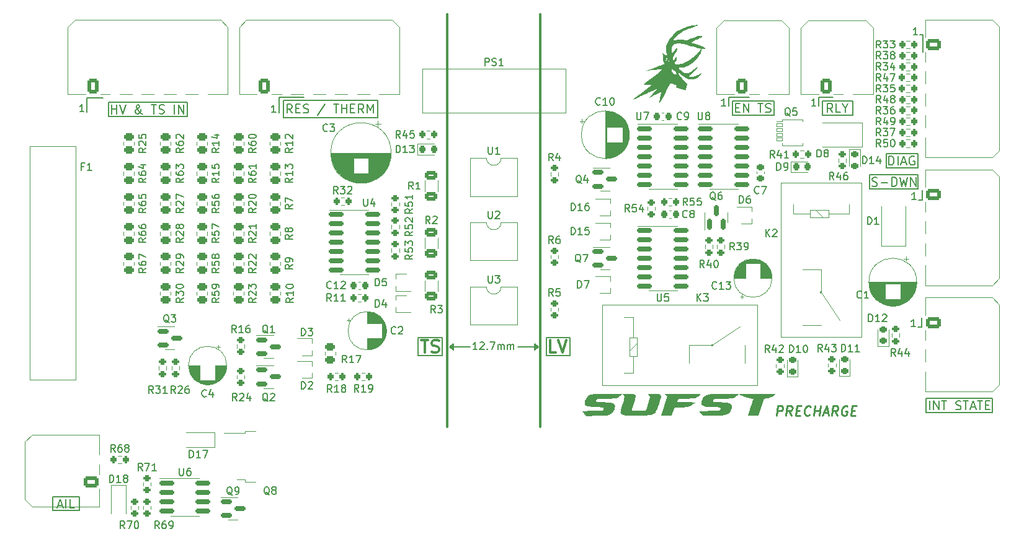
<source format=gto>
%TF.GenerationSoftware,KiCad,Pcbnew,(6.0.5)*%
%TF.CreationDate,2022-06-14T16:38:24+01:00*%
%TF.ProjectId,precharge,70726563-6861-4726-9765-2e6b69636164,rev?*%
%TF.SameCoordinates,Original*%
%TF.FileFunction,Legend,Top*%
%TF.FilePolarity,Positive*%
%FSLAX46Y46*%
G04 Gerber Fmt 4.6, Leading zero omitted, Abs format (unit mm)*
G04 Created by KiCad (PCBNEW (6.0.5)) date 2022-06-14 16:38:24*
%MOMM*%
%LPD*%
G01*
G04 APERTURE LIST*
G04 Aperture macros list*
%AMRoundRect*
0 Rectangle with rounded corners*
0 $1 Rounding radius*
0 $2 $3 $4 $5 $6 $7 $8 $9 X,Y pos of 4 corners*
0 Add a 4 corners polygon primitive as box body*
4,1,4,$2,$3,$4,$5,$6,$7,$8,$9,$2,$3,0*
0 Add four circle primitives for the rounded corners*
1,1,$1+$1,$2,$3*
1,1,$1+$1,$4,$5*
1,1,$1+$1,$6,$7*
1,1,$1+$1,$8,$9*
0 Add four rect primitives between the rounded corners*
20,1,$1+$1,$2,$3,$4,$5,0*
20,1,$1+$1,$4,$5,$6,$7,0*
20,1,$1+$1,$6,$7,$8,$9,0*
20,1,$1+$1,$8,$9,$2,$3,0*%
%AMFreePoly0*
4,1,43,1.580355,1.210355,1.595000,1.175000,1.595000,0.775000,1.580355,0.739645,1.545000,0.725000,0.975000,0.725000,0.975000,0.575000,1.545000,0.575000,1.580355,0.560355,1.595000,0.525000,1.595000,0.125000,1.580355,0.089645,1.545000,0.075000,0.975000,0.075000,0.975000,-0.075000,1.545000,-0.075000,1.580355,-0.089645,1.595000,-0.125000,1.595000,-0.525000,1.580355,-0.560355,
1.545000,-0.575000,0.975000,-0.575000,0.975000,-0.725000,1.545000,-0.725000,1.580355,-0.739645,1.595000,-0.775000,1.595000,-1.175000,1.580355,-1.210355,1.545000,-1.225000,0.925000,-1.225000,0.889645,-1.210355,0.875000,-1.175000,-0.925000,-1.175000,-0.960355,-1.160355,-0.975000,-1.125000,-0.975000,1.125000,-0.960355,1.160355,-0.925000,1.175000,0.875000,1.175000,0.889645,1.210355,
0.925000,1.225000,1.545000,1.225000,1.580355,1.210355,1.580355,1.210355,$1*%
G04 Aperture macros list end*
%ADD10C,0.150000*%
%ADD11C,0.200000*%
%ADD12C,0.300000*%
%ADD13C,0.250000*%
%ADD14C,0.120000*%
%ADD15C,1.700000*%
%ADD16RoundRect,0.200000X-0.200000X-0.275000X0.200000X-0.275000X0.200000X0.275000X-0.200000X0.275000X0*%
%ADD17RoundRect,0.150000X-0.587500X-0.150000X0.587500X-0.150000X0.587500X0.150000X-0.587500X0.150000X0*%
%ADD18R,0.700000X0.450000*%
%ADD19RoundRect,0.200000X-0.275000X0.200000X-0.275000X-0.200000X0.275000X-0.200000X0.275000X0.200000X0*%
%ADD20RoundRect,0.225000X0.225000X0.250000X-0.225000X0.250000X-0.225000X-0.250000X0.225000X-0.250000X0*%
%ADD21O,1.500000X2.020000*%
%ADD22RoundRect,0.250001X-0.499999X-0.759999X0.499999X-0.759999X0.499999X0.759999X-0.499999X0.759999X0*%
%ADD23C,3.000000*%
%ADD24RoundRect,0.250000X0.625000X-0.312500X0.625000X0.312500X-0.625000X0.312500X-0.625000X-0.312500X0*%
%ADD25RoundRect,0.150000X0.150000X-0.587500X0.150000X0.587500X-0.150000X0.587500X-0.150000X-0.587500X0*%
%ADD26RoundRect,0.250000X-0.450000X0.262500X-0.450000X-0.262500X0.450000X-0.262500X0.450000X0.262500X0*%
%ADD27O,2.020000X1.500000*%
%ADD28RoundRect,0.250001X-0.759999X0.499999X-0.759999X-0.499999X0.759999X-0.499999X0.759999X0.499999X0*%
%ADD29R,1.600000X1.600000*%
%ADD30C,1.600000*%
%ADD31FreePoly0,0.000000*%
%ADD32RoundRect,0.050000X-0.415000X-0.200000X0.415000X-0.200000X0.415000X0.200000X-0.415000X0.200000X0*%
%ADD33RoundRect,0.250000X0.450000X-0.262500X0.450000X0.262500X-0.450000X0.262500X-0.450000X-0.262500X0*%
%ADD34RoundRect,0.150000X-0.825000X-0.150000X0.825000X-0.150000X0.825000X0.150000X-0.825000X0.150000X0*%
%ADD35RoundRect,0.200000X0.275000X-0.200000X0.275000X0.200000X-0.275000X0.200000X-0.275000X-0.200000X0*%
%ADD36RoundRect,0.225000X-0.225000X-0.250000X0.225000X-0.250000X0.225000X0.250000X-0.225000X0.250000X0*%
%ADD37RoundRect,0.200000X0.200000X0.275000X-0.200000X0.275000X-0.200000X-0.275000X0.200000X-0.275000X0*%
%ADD38R,2.500000X1.800000*%
%ADD39R,2.300000X2.300000*%
%ADD40C,2.500000*%
%ADD41C,2.300000*%
%ADD42C,2.800000*%
%ADD43RoundRect,0.250000X-0.625000X0.312500X-0.625000X-0.312500X0.625000X-0.312500X0.625000X0.312500X0*%
%ADD44R,1.800000X2.500000*%
%ADD45RoundRect,0.218750X-0.218750X-0.256250X0.218750X-0.256250X0.218750X0.256250X-0.218750X0.256250X0*%
%ADD46RoundRect,0.225000X-0.250000X0.225000X-0.250000X-0.225000X0.250000X-0.225000X0.250000X0.225000X0*%
%ADD47C,3.200000*%
%ADD48RoundRect,0.218750X0.256250X-0.218750X0.256250X0.218750X-0.256250X0.218750X-0.256250X-0.218750X0*%
%ADD49RoundRect,0.250001X0.759999X-0.499999X0.759999X0.499999X-0.759999X0.499999X-0.759999X-0.499999X0*%
%ADD50O,1.600000X1.600000*%
%ADD51R,0.900000X1.200000*%
%ADD52R,1.200000X0.900000*%
%ADD53R,2.200000X1.200000*%
%ADD54R,6.400000X5.800000*%
%ADD55RoundRect,0.218750X-0.256250X0.218750X-0.256250X-0.218750X0.256250X-0.218750X0.256250X0.218750X0*%
G04 APERTURE END LIST*
D10*
X242900000Y-118700000D02*
X242900000Y-117400000D01*
X235800000Y-97900000D02*
X242400000Y-97900000D01*
X242400000Y-97900000D02*
X242400000Y-99800000D01*
X242400000Y-99800000D02*
X235800000Y-99800000D01*
X235800000Y-99800000D02*
X235800000Y-97900000D01*
X242700000Y-78700000D02*
X243100000Y-78700000D01*
X230800000Y-87300000D02*
X228900000Y-87300000D01*
X131200000Y-87400000D02*
X129000000Y-87400000D01*
X131900000Y-88000000D02*
X142700000Y-88000000D01*
X142700000Y-88000000D02*
X142700000Y-89900000D01*
X142700000Y-89900000D02*
X131900000Y-89900000D01*
X131900000Y-89900000D02*
X131900000Y-88000000D01*
D11*
X191700000Y-120100000D02*
X194900000Y-120100000D01*
X194900000Y-120100000D02*
X194900000Y-122600000D01*
X194900000Y-122600000D02*
X191700000Y-122600000D01*
X191700000Y-122600000D02*
X191700000Y-120100000D01*
D10*
X219400000Y-87300000D02*
X216600000Y-87300000D01*
X243100000Y-78700000D02*
X243100000Y-81100000D01*
X129000000Y-87400000D02*
X129000000Y-89300000D01*
X158600000Y-87300000D02*
X155200000Y-87300000D01*
X155800000Y-87700000D02*
X168700000Y-87700000D01*
X168700000Y-87700000D02*
X168700000Y-90100000D01*
X168700000Y-90100000D02*
X155800000Y-90100000D01*
X155800000Y-90100000D02*
X155800000Y-87700000D01*
X155200000Y-87300000D02*
X155200000Y-89400000D01*
X187800000Y-121400000D02*
X190100000Y-121400000D01*
X243000000Y-101300000D02*
X243000000Y-100000000D01*
X217100000Y-87800000D02*
X222800000Y-87800000D01*
X222800000Y-87800000D02*
X222800000Y-89700000D01*
X222800000Y-89700000D02*
X217100000Y-89700000D01*
X217100000Y-89700000D02*
X217100000Y-87800000D01*
X229400000Y-87800000D02*
X233500000Y-87800000D01*
X233500000Y-87800000D02*
X233500000Y-89700000D01*
X233500000Y-89700000D02*
X229400000Y-89700000D01*
X229400000Y-89700000D02*
X229400000Y-87800000D01*
D12*
X190900000Y-75900000D02*
X190900000Y-132300000D01*
D10*
X228900000Y-87300000D02*
X228900000Y-88500000D01*
X242500000Y-101300000D02*
X243000000Y-101300000D01*
G36*
X190582927Y-121400000D02*
G01*
X190082927Y-121800000D01*
X190082927Y-121000000D01*
X190582927Y-121400000D01*
G37*
X190582927Y-121400000D02*
X190082927Y-121800000D01*
X190082927Y-121000000D01*
X190582927Y-121400000D01*
X181300000Y-121400000D02*
X178982927Y-121400000D01*
X242400000Y-118700000D02*
X242900000Y-118700000D01*
X124300000Y-141900000D02*
X128000000Y-141900000D01*
X128000000Y-141900000D02*
X128000000Y-143800000D01*
X128000000Y-143800000D02*
X124300000Y-143800000D01*
X124300000Y-143800000D02*
X124300000Y-141900000D01*
X238100000Y-95000000D02*
X242400000Y-95000000D01*
X242400000Y-95000000D02*
X242400000Y-96900000D01*
X242400000Y-96900000D02*
X238100000Y-96900000D01*
X238100000Y-96900000D02*
X238100000Y-95000000D01*
X216600000Y-87300000D02*
X216600000Y-88500000D01*
D12*
X178200000Y-75900000D02*
X178200000Y-132300000D01*
D11*
X174200000Y-120100000D02*
X177500000Y-120100000D01*
X177500000Y-120100000D02*
X177500000Y-122600000D01*
X177500000Y-122600000D02*
X174200000Y-122600000D01*
X174200000Y-122600000D02*
X174200000Y-120100000D01*
D10*
X243500000Y-128450000D02*
X252600000Y-128450000D01*
X252600000Y-128450000D02*
X252600000Y-130350000D01*
X252600000Y-130350000D02*
X243500000Y-130350000D01*
X243500000Y-130350000D02*
X243500000Y-128450000D01*
G36*
X179000000Y-121800000D02*
G01*
X178500000Y-121400000D01*
X179000000Y-121000000D01*
X179000000Y-121800000D01*
G37*
X179000000Y-121800000D02*
X178500000Y-121400000D01*
X179000000Y-121000000D01*
X179000000Y-121800000D01*
X242385714Y-78752380D02*
X241814285Y-78752380D01*
X242100000Y-78752380D02*
X242100000Y-77752380D01*
X242004761Y-77895238D01*
X241909523Y-77990476D01*
X241814285Y-78038095D01*
D12*
X192997619Y-122169047D02*
X192188095Y-122169047D01*
X192188095Y-120469047D01*
X193321428Y-120469047D02*
X193888095Y-122169047D01*
X194454761Y-120469047D01*
X174604761Y-120469047D02*
X175576190Y-120469047D01*
X175090476Y-122169047D02*
X175090476Y-120469047D01*
X176061904Y-122088095D02*
X176304761Y-122169047D01*
X176709523Y-122169047D01*
X176871428Y-122088095D01*
X176952380Y-122007142D01*
X177033333Y-121845238D01*
X177033333Y-121683333D01*
X176952380Y-121521428D01*
X176871428Y-121440476D01*
X176709523Y-121359523D01*
X176385714Y-121278571D01*
X176223809Y-121197619D01*
X176142857Y-121116666D01*
X176061904Y-120954761D01*
X176061904Y-120792857D01*
X176142857Y-120630952D01*
X176223809Y-120550000D01*
X176385714Y-120469047D01*
X176790476Y-120469047D01*
X177033333Y-120550000D01*
D10*
X242085714Y-118652380D02*
X241514285Y-118652380D01*
X241800000Y-118652380D02*
X241800000Y-117652380D01*
X241704761Y-117795238D01*
X241609523Y-117890476D01*
X241514285Y-117938095D01*
D11*
X230771428Y-89342857D02*
X230371428Y-88771428D01*
X230085714Y-89342857D02*
X230085714Y-88142857D01*
X230542857Y-88142857D01*
X230657142Y-88200000D01*
X230714285Y-88257142D01*
X230771428Y-88371428D01*
X230771428Y-88542857D01*
X230714285Y-88657142D01*
X230657142Y-88714285D01*
X230542857Y-88771428D01*
X230085714Y-88771428D01*
X231857142Y-89342857D02*
X231285714Y-89342857D01*
X231285714Y-88142857D01*
X232485714Y-88771428D02*
X232485714Y-89342857D01*
X232085714Y-88142857D02*
X232485714Y-88771428D01*
X232885714Y-88142857D01*
D10*
X228485714Y-88452380D02*
X227914285Y-88452380D01*
X228200000Y-88452380D02*
X228200000Y-87452380D01*
X228104761Y-87595238D01*
X228009523Y-87690476D01*
X227914285Y-87738095D01*
D11*
X125042857Y-143100000D02*
X125614285Y-143100000D01*
X124928571Y-143442857D02*
X125328571Y-142242857D01*
X125728571Y-143442857D01*
X126128571Y-143442857D02*
X126128571Y-142242857D01*
X127271428Y-143442857D02*
X126700000Y-143442857D01*
X126700000Y-142242857D01*
D10*
X242185714Y-101252380D02*
X241614285Y-101252380D01*
X241900000Y-101252380D02*
X241900000Y-100252380D01*
X241804761Y-100395238D01*
X241709523Y-100490476D01*
X241614285Y-100538095D01*
D11*
X217528571Y-88714285D02*
X217928571Y-88714285D01*
X218100000Y-89342857D02*
X217528571Y-89342857D01*
X217528571Y-88142857D01*
X218100000Y-88142857D01*
X218614285Y-89342857D02*
X218614285Y-88142857D01*
X219300000Y-89342857D01*
X219300000Y-88142857D01*
X220614285Y-88142857D02*
X221300000Y-88142857D01*
X220957142Y-89342857D02*
X220957142Y-88142857D01*
X221642857Y-89285714D02*
X221814285Y-89342857D01*
X222100000Y-89342857D01*
X222214285Y-89285714D01*
X222271428Y-89228571D01*
X222328571Y-89114285D01*
X222328571Y-89000000D01*
X222271428Y-88885714D01*
X222214285Y-88828571D01*
X222100000Y-88771428D01*
X221871428Y-88714285D01*
X221757142Y-88657142D01*
X221700000Y-88600000D01*
X221642857Y-88485714D01*
X221642857Y-88371428D01*
X221700000Y-88257142D01*
X221757142Y-88200000D01*
X221871428Y-88142857D01*
X222157142Y-88142857D01*
X222328571Y-88200000D01*
X132385714Y-89542857D02*
X132385714Y-88342857D01*
X132385714Y-88914285D02*
X133071428Y-88914285D01*
X133071428Y-89542857D02*
X133071428Y-88342857D01*
X133471428Y-88342857D02*
X133871428Y-89542857D01*
X134271428Y-88342857D01*
X136557142Y-89542857D02*
X136500000Y-89542857D01*
X136385714Y-89485714D01*
X136214285Y-89314285D01*
X135928571Y-88971428D01*
X135814285Y-88800000D01*
X135757142Y-88628571D01*
X135757142Y-88514285D01*
X135814285Y-88400000D01*
X135928571Y-88342857D01*
X135985714Y-88342857D01*
X136100000Y-88400000D01*
X136157142Y-88514285D01*
X136157142Y-88571428D01*
X136100000Y-88685714D01*
X136042857Y-88742857D01*
X135700000Y-88971428D01*
X135642857Y-89028571D01*
X135585714Y-89142857D01*
X135585714Y-89314285D01*
X135642857Y-89428571D01*
X135700000Y-89485714D01*
X135814285Y-89542857D01*
X135985714Y-89542857D01*
X136100000Y-89485714D01*
X136157142Y-89428571D01*
X136328571Y-89200000D01*
X136385714Y-89028571D01*
X136385714Y-88914285D01*
X137814285Y-88342857D02*
X138500000Y-88342857D01*
X138157142Y-89542857D02*
X138157142Y-88342857D01*
X138842857Y-89485714D02*
X139014285Y-89542857D01*
X139300000Y-89542857D01*
X139414285Y-89485714D01*
X139471428Y-89428571D01*
X139528571Y-89314285D01*
X139528571Y-89200000D01*
X139471428Y-89085714D01*
X139414285Y-89028571D01*
X139300000Y-88971428D01*
X139071428Y-88914285D01*
X138957142Y-88857142D01*
X138900000Y-88800000D01*
X138842857Y-88685714D01*
X138842857Y-88571428D01*
X138900000Y-88457142D01*
X138957142Y-88400000D01*
X139071428Y-88342857D01*
X139357142Y-88342857D01*
X139528571Y-88400000D01*
X140957142Y-89542857D02*
X140957142Y-88342857D01*
X141528571Y-89542857D02*
X141528571Y-88342857D01*
X142214285Y-89542857D01*
X142214285Y-88342857D01*
X157000000Y-89442857D02*
X156600000Y-88871428D01*
X156314285Y-89442857D02*
X156314285Y-88242857D01*
X156771428Y-88242857D01*
X156885714Y-88300000D01*
X156942857Y-88357142D01*
X157000000Y-88471428D01*
X157000000Y-88642857D01*
X156942857Y-88757142D01*
X156885714Y-88814285D01*
X156771428Y-88871428D01*
X156314285Y-88871428D01*
X157514285Y-88814285D02*
X157914285Y-88814285D01*
X158085714Y-89442857D02*
X157514285Y-89442857D01*
X157514285Y-88242857D01*
X158085714Y-88242857D01*
X158542857Y-89385714D02*
X158714285Y-89442857D01*
X159000000Y-89442857D01*
X159114285Y-89385714D01*
X159171428Y-89328571D01*
X159228571Y-89214285D01*
X159228571Y-89100000D01*
X159171428Y-88985714D01*
X159114285Y-88928571D01*
X159000000Y-88871428D01*
X158771428Y-88814285D01*
X158657142Y-88757142D01*
X158600000Y-88700000D01*
X158542857Y-88585714D01*
X158542857Y-88471428D01*
X158600000Y-88357142D01*
X158657142Y-88300000D01*
X158771428Y-88242857D01*
X159057142Y-88242857D01*
X159228571Y-88300000D01*
X161514285Y-88185714D02*
X160485714Y-89728571D01*
X162657142Y-88242857D02*
X163342857Y-88242857D01*
X163000000Y-89442857D02*
X163000000Y-88242857D01*
X163742857Y-89442857D02*
X163742857Y-88242857D01*
X163742857Y-88814285D02*
X164428571Y-88814285D01*
X164428571Y-89442857D02*
X164428571Y-88242857D01*
X165000000Y-88814285D02*
X165400000Y-88814285D01*
X165571428Y-89442857D02*
X165000000Y-89442857D01*
X165000000Y-88242857D01*
X165571428Y-88242857D01*
X166771428Y-89442857D02*
X166371428Y-88871428D01*
X166085714Y-89442857D02*
X166085714Y-88242857D01*
X166542857Y-88242857D01*
X166657142Y-88300000D01*
X166714285Y-88357142D01*
X166771428Y-88471428D01*
X166771428Y-88642857D01*
X166714285Y-88757142D01*
X166657142Y-88814285D01*
X166542857Y-88871428D01*
X166085714Y-88871428D01*
X167285714Y-89442857D02*
X167285714Y-88242857D01*
X167685714Y-89100000D01*
X168085714Y-88242857D01*
X168085714Y-89442857D01*
D10*
X182261904Y-121752380D02*
X181690476Y-121752380D01*
X181976190Y-121752380D02*
X181976190Y-120752380D01*
X181880952Y-120895238D01*
X181785714Y-120990476D01*
X181690476Y-121038095D01*
X182642857Y-120847619D02*
X182690476Y-120800000D01*
X182785714Y-120752380D01*
X183023809Y-120752380D01*
X183119047Y-120800000D01*
X183166666Y-120847619D01*
X183214285Y-120942857D01*
X183214285Y-121038095D01*
X183166666Y-121180952D01*
X182595238Y-121752380D01*
X183214285Y-121752380D01*
X183642857Y-121657142D02*
X183690476Y-121704761D01*
X183642857Y-121752380D01*
X183595238Y-121704761D01*
X183642857Y-121657142D01*
X183642857Y-121752380D01*
X184023809Y-120752380D02*
X184690476Y-120752380D01*
X184261904Y-121752380D01*
X185071428Y-121752380D02*
X185071428Y-121085714D01*
X185071428Y-121180952D02*
X185119047Y-121133333D01*
X185214285Y-121085714D01*
X185357142Y-121085714D01*
X185452380Y-121133333D01*
X185500000Y-121228571D01*
X185500000Y-121752380D01*
X185500000Y-121228571D02*
X185547619Y-121133333D01*
X185642857Y-121085714D01*
X185785714Y-121085714D01*
X185880952Y-121133333D01*
X185928571Y-121228571D01*
X185928571Y-121752380D01*
X186404761Y-121752380D02*
X186404761Y-121085714D01*
X186404761Y-121180952D02*
X186452380Y-121133333D01*
X186547619Y-121085714D01*
X186690476Y-121085714D01*
X186785714Y-121133333D01*
X186833333Y-121228571D01*
X186833333Y-121752380D01*
X186833333Y-121228571D02*
X186880952Y-121133333D01*
X186976190Y-121085714D01*
X187119047Y-121085714D01*
X187214285Y-121133333D01*
X187261904Y-121228571D01*
X187261904Y-121752380D01*
X216185714Y-88452380D02*
X215614285Y-88452380D01*
X215900000Y-88452380D02*
X215900000Y-87452380D01*
X215804761Y-87595238D01*
X215709523Y-87690476D01*
X215614285Y-87738095D01*
X128585714Y-89252380D02*
X128014285Y-89252380D01*
X128300000Y-89252380D02*
X128300000Y-88252380D01*
X128204761Y-88395238D01*
X128109523Y-88490476D01*
X128014285Y-88538095D01*
X154785714Y-89352380D02*
X154214285Y-89352380D01*
X154500000Y-89352380D02*
X154500000Y-88352380D01*
X154404761Y-88495238D01*
X154309523Y-88590476D01*
X154214285Y-88638095D01*
D11*
X238485714Y-96542857D02*
X238485714Y-95342857D01*
X238771428Y-95342857D01*
X238942857Y-95400000D01*
X239057142Y-95514285D01*
X239114285Y-95628571D01*
X239171428Y-95857142D01*
X239171428Y-96028571D01*
X239114285Y-96257142D01*
X239057142Y-96371428D01*
X238942857Y-96485714D01*
X238771428Y-96542857D01*
X238485714Y-96542857D01*
X239685714Y-96542857D02*
X239685714Y-95342857D01*
X240200000Y-96200000D02*
X240771428Y-96200000D01*
X240085714Y-96542857D02*
X240485714Y-95342857D01*
X240885714Y-96542857D01*
X241914285Y-95400000D02*
X241800000Y-95342857D01*
X241628571Y-95342857D01*
X241457142Y-95400000D01*
X241342857Y-95514285D01*
X241285714Y-95628571D01*
X241228571Y-95857142D01*
X241228571Y-96028571D01*
X241285714Y-96257142D01*
X241342857Y-96371428D01*
X241457142Y-96485714D01*
X241628571Y-96542857D01*
X241742857Y-96542857D01*
X241914285Y-96485714D01*
X241971428Y-96428571D01*
X241971428Y-96028571D01*
X241742857Y-96028571D01*
X236200000Y-99385714D02*
X236371428Y-99442857D01*
X236657142Y-99442857D01*
X236771428Y-99385714D01*
X236828571Y-99328571D01*
X236885714Y-99214285D01*
X236885714Y-99100000D01*
X236828571Y-98985714D01*
X236771428Y-98928571D01*
X236657142Y-98871428D01*
X236428571Y-98814285D01*
X236314285Y-98757142D01*
X236257142Y-98700000D01*
X236200000Y-98585714D01*
X236200000Y-98471428D01*
X236257142Y-98357142D01*
X236314285Y-98300000D01*
X236428571Y-98242857D01*
X236714285Y-98242857D01*
X236885714Y-98300000D01*
X237400000Y-98985714D02*
X238314285Y-98985714D01*
X238885714Y-99442857D02*
X238885714Y-98242857D01*
X239171428Y-98242857D01*
X239342857Y-98300000D01*
X239457142Y-98414285D01*
X239514285Y-98528571D01*
X239571428Y-98757142D01*
X239571428Y-98928571D01*
X239514285Y-99157142D01*
X239457142Y-99271428D01*
X239342857Y-99385714D01*
X239171428Y-99442857D01*
X238885714Y-99442857D01*
X239971428Y-98242857D02*
X240257142Y-99442857D01*
X240485714Y-98585714D01*
X240714285Y-99442857D01*
X241000000Y-98242857D01*
X241457142Y-99442857D02*
X241457142Y-98242857D01*
X242142857Y-99442857D01*
X242142857Y-98242857D01*
X244014285Y-129992857D02*
X244014285Y-128792857D01*
X244585714Y-129992857D02*
X244585714Y-128792857D01*
X245271428Y-129992857D01*
X245271428Y-128792857D01*
X245671428Y-128792857D02*
X246357142Y-128792857D01*
X246014285Y-129992857D02*
X246014285Y-128792857D01*
X247614285Y-129935714D02*
X247785714Y-129992857D01*
X248071428Y-129992857D01*
X248185714Y-129935714D01*
X248242857Y-129878571D01*
X248300000Y-129764285D01*
X248300000Y-129650000D01*
X248242857Y-129535714D01*
X248185714Y-129478571D01*
X248071428Y-129421428D01*
X247842857Y-129364285D01*
X247728571Y-129307142D01*
X247671428Y-129250000D01*
X247614285Y-129135714D01*
X247614285Y-129021428D01*
X247671428Y-128907142D01*
X247728571Y-128850000D01*
X247842857Y-128792857D01*
X248128571Y-128792857D01*
X248300000Y-128850000D01*
X248642857Y-128792857D02*
X249328571Y-128792857D01*
X248985714Y-129992857D02*
X248985714Y-128792857D01*
X249671428Y-129650000D02*
X250242857Y-129650000D01*
X249557142Y-129992857D02*
X249957142Y-128792857D01*
X250357142Y-129992857D01*
X250585714Y-128792857D02*
X251271428Y-128792857D01*
X250928571Y-129992857D02*
X250928571Y-128792857D01*
X251671428Y-129364285D02*
X252071428Y-129364285D01*
X252242857Y-129992857D02*
X251671428Y-129992857D01*
X251671428Y-128792857D01*
X252242857Y-128792857D01*
D13*
X223122163Y-130788095D02*
X223284663Y-129488095D01*
X223779901Y-129488095D01*
X223895973Y-129550000D01*
X223950139Y-129611904D01*
X223996568Y-129735714D01*
X223973354Y-129921428D01*
X223895973Y-130045238D01*
X223826330Y-130107142D01*
X223694782Y-130169047D01*
X223199544Y-130169047D01*
X225165020Y-130788095D02*
X224809068Y-130169047D01*
X224422163Y-130788095D02*
X224584663Y-129488095D01*
X225079901Y-129488095D01*
X225195973Y-129550000D01*
X225250139Y-129611904D01*
X225296568Y-129735714D01*
X225273354Y-129921428D01*
X225195973Y-130045238D01*
X225126330Y-130107142D01*
X224994782Y-130169047D01*
X224499544Y-130169047D01*
X225807282Y-130107142D02*
X226240616Y-130107142D01*
X226341211Y-130788095D02*
X225722163Y-130788095D01*
X225884663Y-129488095D01*
X226503711Y-129488095D01*
X227656687Y-130664285D02*
X227587044Y-130726190D01*
X227393592Y-130788095D01*
X227269782Y-130788095D01*
X227091806Y-130726190D01*
X226983473Y-130602380D01*
X226937044Y-130478571D01*
X226906092Y-130230952D01*
X226929306Y-130045238D01*
X227022163Y-129797619D01*
X227099544Y-129673809D01*
X227238830Y-129550000D01*
X227432282Y-129488095D01*
X227556092Y-129488095D01*
X227734068Y-129550000D01*
X227788235Y-129611904D01*
X228198354Y-130788095D02*
X228360854Y-129488095D01*
X228283473Y-130107142D02*
X229026330Y-130107142D01*
X228941211Y-130788095D02*
X229103711Y-129488095D01*
X229544782Y-130416666D02*
X230163830Y-130416666D01*
X229374544Y-130788095D02*
X229970377Y-129488095D01*
X230241211Y-130788095D01*
X231417401Y-130788095D02*
X231061449Y-130169047D01*
X230674544Y-130788095D02*
X230837044Y-129488095D01*
X231332282Y-129488095D01*
X231448354Y-129550000D01*
X231502520Y-129611904D01*
X231548949Y-129735714D01*
X231525735Y-129921428D01*
X231448354Y-130045238D01*
X231378711Y-130107142D01*
X231247163Y-130169047D01*
X230751925Y-130169047D01*
X232810258Y-129550000D02*
X232694187Y-129488095D01*
X232508473Y-129488095D01*
X232315020Y-129550000D01*
X232175735Y-129673809D01*
X232098354Y-129797619D01*
X232005497Y-130045238D01*
X231982282Y-130230952D01*
X232013235Y-130478571D01*
X232059663Y-130602380D01*
X232167997Y-130726190D01*
X232345973Y-130788095D01*
X232469782Y-130788095D01*
X232663235Y-130726190D01*
X232732877Y-130664285D01*
X232787044Y-130230952D01*
X232539425Y-130230952D01*
X233359663Y-130107142D02*
X233792997Y-130107142D01*
X233893592Y-130788095D02*
X233274544Y-130788095D01*
X233437044Y-129488095D01*
X234056092Y-129488095D01*
D10*
X183335714Y-82952380D02*
X183335714Y-81952380D01*
X183716666Y-81952380D01*
X183811904Y-82000000D01*
X183859523Y-82047619D01*
X183907142Y-82142857D01*
X183907142Y-82285714D01*
X183859523Y-82380952D01*
X183811904Y-82428571D01*
X183716666Y-82476190D01*
X183335714Y-82476190D01*
X184288095Y-82904761D02*
X184430952Y-82952380D01*
X184669047Y-82952380D01*
X184764285Y-82904761D01*
X184811904Y-82857142D01*
X184859523Y-82761904D01*
X184859523Y-82666666D01*
X184811904Y-82571428D01*
X184764285Y-82523809D01*
X184669047Y-82476190D01*
X184478571Y-82428571D01*
X184383333Y-82380952D01*
X184335714Y-82333333D01*
X184288095Y-82238095D01*
X184288095Y-82142857D01*
X184335714Y-82047619D01*
X184383333Y-82000000D01*
X184478571Y-81952380D01*
X184716666Y-81952380D01*
X184859523Y-82000000D01*
X185811904Y-82952380D02*
X185240476Y-82952380D01*
X185526190Y-82952380D02*
X185526190Y-81952380D01*
X185430952Y-82095238D01*
X185335714Y-82190476D01*
X185240476Y-82238095D01*
X237357142Y-94052380D02*
X237023809Y-93576190D01*
X236785714Y-94052380D02*
X236785714Y-93052380D01*
X237166666Y-93052380D01*
X237261904Y-93100000D01*
X237309523Y-93147619D01*
X237357142Y-93242857D01*
X237357142Y-93385714D01*
X237309523Y-93480952D01*
X237261904Y-93528571D01*
X237166666Y-93576190D01*
X236785714Y-93576190D01*
X238261904Y-93052380D02*
X237785714Y-93052380D01*
X237738095Y-93528571D01*
X237785714Y-93480952D01*
X237880952Y-93433333D01*
X238119047Y-93433333D01*
X238214285Y-93480952D01*
X238261904Y-93528571D01*
X238309523Y-93623809D01*
X238309523Y-93861904D01*
X238261904Y-93957142D01*
X238214285Y-94004761D01*
X238119047Y-94052380D01*
X237880952Y-94052380D01*
X237785714Y-94004761D01*
X237738095Y-93957142D01*
X238928571Y-93052380D02*
X239023809Y-93052380D01*
X239119047Y-93100000D01*
X239166666Y-93147619D01*
X239214285Y-93242857D01*
X239261904Y-93433333D01*
X239261904Y-93671428D01*
X239214285Y-93861904D01*
X239166666Y-93957142D01*
X239119047Y-94004761D01*
X239023809Y-94052380D01*
X238928571Y-94052380D01*
X238833333Y-94004761D01*
X238785714Y-93957142D01*
X238738095Y-93861904D01*
X238690476Y-93671428D01*
X238690476Y-93433333D01*
X238738095Y-93242857D01*
X238785714Y-93147619D01*
X238833333Y-93100000D01*
X238928571Y-93052380D01*
X140204761Y-118097619D02*
X140109523Y-118050000D01*
X140014285Y-117954761D01*
X139871428Y-117811904D01*
X139776190Y-117764285D01*
X139680952Y-117764285D01*
X139728571Y-118002380D02*
X139633333Y-117954761D01*
X139538095Y-117859523D01*
X139490476Y-117669047D01*
X139490476Y-117335714D01*
X139538095Y-117145238D01*
X139633333Y-117050000D01*
X139728571Y-117002380D01*
X139919047Y-117002380D01*
X140014285Y-117050000D01*
X140109523Y-117145238D01*
X140157142Y-117335714D01*
X140157142Y-117669047D01*
X140109523Y-117859523D01*
X140014285Y-117954761D01*
X139919047Y-118002380D01*
X139728571Y-118002380D01*
X140490476Y-117002380D02*
X141109523Y-117002380D01*
X140776190Y-117383333D01*
X140919047Y-117383333D01*
X141014285Y-117430952D01*
X141061904Y-117478571D01*
X141109523Y-117573809D01*
X141109523Y-117811904D01*
X141061904Y-117907142D01*
X141014285Y-117954761D01*
X140919047Y-118002380D01*
X140633333Y-118002380D01*
X140538095Y-117954761D01*
X140490476Y-117907142D01*
X158261904Y-127152380D02*
X158261904Y-126152380D01*
X158500000Y-126152380D01*
X158642857Y-126200000D01*
X158738095Y-126295238D01*
X158785714Y-126390476D01*
X158833333Y-126580952D01*
X158833333Y-126723809D01*
X158785714Y-126914285D01*
X158738095Y-127009523D01*
X158642857Y-127104761D01*
X158500000Y-127152380D01*
X158261904Y-127152380D01*
X159214285Y-126247619D02*
X159261904Y-126200000D01*
X159357142Y-126152380D01*
X159595238Y-126152380D01*
X159690476Y-126200000D01*
X159738095Y-126247619D01*
X159785714Y-126342857D01*
X159785714Y-126438095D01*
X159738095Y-126580952D01*
X159166666Y-127152380D01*
X159785714Y-127152380D01*
X171757142Y-92852380D02*
X171423809Y-92376190D01*
X171185714Y-92852380D02*
X171185714Y-91852380D01*
X171566666Y-91852380D01*
X171661904Y-91900000D01*
X171709523Y-91947619D01*
X171757142Y-92042857D01*
X171757142Y-92185714D01*
X171709523Y-92280952D01*
X171661904Y-92328571D01*
X171566666Y-92376190D01*
X171185714Y-92376190D01*
X172614285Y-92185714D02*
X172614285Y-92852380D01*
X172376190Y-91804761D02*
X172138095Y-92519047D01*
X172757142Y-92519047D01*
X173614285Y-91852380D02*
X173138095Y-91852380D01*
X173090476Y-92328571D01*
X173138095Y-92280952D01*
X173233333Y-92233333D01*
X173471428Y-92233333D01*
X173566666Y-92280952D01*
X173614285Y-92328571D01*
X173661904Y-92423809D01*
X173661904Y-92661904D01*
X173614285Y-92757142D01*
X173566666Y-92804761D01*
X173471428Y-92852380D01*
X173233333Y-92852380D01*
X173138095Y-92804761D01*
X173090476Y-92757142D01*
X217357142Y-108152380D02*
X217023809Y-107676190D01*
X216785714Y-108152380D02*
X216785714Y-107152380D01*
X217166666Y-107152380D01*
X217261904Y-107200000D01*
X217309523Y-107247619D01*
X217357142Y-107342857D01*
X217357142Y-107485714D01*
X217309523Y-107580952D01*
X217261904Y-107628571D01*
X217166666Y-107676190D01*
X216785714Y-107676190D01*
X217690476Y-107152380D02*
X218309523Y-107152380D01*
X217976190Y-107533333D01*
X218119047Y-107533333D01*
X218214285Y-107580952D01*
X218261904Y-107628571D01*
X218309523Y-107723809D01*
X218309523Y-107961904D01*
X218261904Y-108057142D01*
X218214285Y-108104761D01*
X218119047Y-108152380D01*
X217833333Y-108152380D01*
X217738095Y-108104761D01*
X217690476Y-108057142D01*
X218785714Y-108152380D02*
X218976190Y-108152380D01*
X219071428Y-108104761D01*
X219119047Y-108057142D01*
X219214285Y-107914285D01*
X219261904Y-107723809D01*
X219261904Y-107342857D01*
X219214285Y-107247619D01*
X219166666Y-107200000D01*
X219071428Y-107152380D01*
X218880952Y-107152380D01*
X218785714Y-107200000D01*
X218738095Y-107247619D01*
X218690476Y-107342857D01*
X218690476Y-107580952D01*
X218738095Y-107676190D01*
X218785714Y-107723809D01*
X218880952Y-107771428D01*
X219071428Y-107771428D01*
X219166666Y-107723809D01*
X219214285Y-107676190D01*
X219261904Y-107580952D01*
X210158333Y-90257142D02*
X210110714Y-90304761D01*
X209967857Y-90352380D01*
X209872619Y-90352380D01*
X209729761Y-90304761D01*
X209634523Y-90209523D01*
X209586904Y-90114285D01*
X209539285Y-89923809D01*
X209539285Y-89780952D01*
X209586904Y-89590476D01*
X209634523Y-89495238D01*
X209729761Y-89400000D01*
X209872619Y-89352380D01*
X209967857Y-89352380D01*
X210110714Y-89400000D01*
X210158333Y-89447619D01*
X210634523Y-90352380D02*
X210825000Y-90352380D01*
X210920238Y-90304761D01*
X210967857Y-90257142D01*
X211063095Y-90114285D01*
X211110714Y-89923809D01*
X211110714Y-89542857D01*
X211063095Y-89447619D01*
X211015476Y-89400000D01*
X210920238Y-89352380D01*
X210729761Y-89352380D01*
X210634523Y-89400000D01*
X210586904Y-89447619D01*
X210539285Y-89542857D01*
X210539285Y-89780952D01*
X210586904Y-89876190D01*
X210634523Y-89923809D01*
X210729761Y-89971428D01*
X210920238Y-89971428D01*
X211015476Y-89923809D01*
X211063095Y-89876190D01*
X211110714Y-89780952D01*
X237357142Y-85052380D02*
X237023809Y-84576190D01*
X236785714Y-85052380D02*
X236785714Y-84052380D01*
X237166666Y-84052380D01*
X237261904Y-84100000D01*
X237309523Y-84147619D01*
X237357142Y-84242857D01*
X237357142Y-84385714D01*
X237309523Y-84480952D01*
X237261904Y-84528571D01*
X237166666Y-84576190D01*
X236785714Y-84576190D01*
X238214285Y-84385714D02*
X238214285Y-85052380D01*
X237976190Y-84004761D02*
X237738095Y-84719047D01*
X238357142Y-84719047D01*
X238642857Y-84052380D02*
X239309523Y-84052380D01*
X238880952Y-85052380D01*
X210933333Y-103657142D02*
X210885714Y-103704761D01*
X210742857Y-103752380D01*
X210647619Y-103752380D01*
X210504761Y-103704761D01*
X210409523Y-103609523D01*
X210361904Y-103514285D01*
X210314285Y-103323809D01*
X210314285Y-103180952D01*
X210361904Y-102990476D01*
X210409523Y-102895238D01*
X210504761Y-102800000D01*
X210647619Y-102752380D01*
X210742857Y-102752380D01*
X210885714Y-102800000D01*
X210933333Y-102847619D01*
X211504761Y-103180952D02*
X211409523Y-103133333D01*
X211361904Y-103085714D01*
X211314285Y-102990476D01*
X211314285Y-102942857D01*
X211361904Y-102847619D01*
X211409523Y-102800000D01*
X211504761Y-102752380D01*
X211695238Y-102752380D01*
X211790476Y-102800000D01*
X211838095Y-102847619D01*
X211885714Y-102942857D01*
X211885714Y-102990476D01*
X211838095Y-103085714D01*
X211790476Y-103133333D01*
X211695238Y-103180952D01*
X211504761Y-103180952D01*
X211409523Y-103228571D01*
X211361904Y-103276190D01*
X211314285Y-103371428D01*
X211314285Y-103561904D01*
X211361904Y-103657142D01*
X211409523Y-103704761D01*
X211504761Y-103752380D01*
X211695238Y-103752380D01*
X211790476Y-103704761D01*
X211838095Y-103657142D01*
X211885714Y-103561904D01*
X211885714Y-103371428D01*
X211838095Y-103276190D01*
X211790476Y-103228571D01*
X211695238Y-103180952D01*
X176533333Y-116752380D02*
X176200000Y-116276190D01*
X175961904Y-116752380D02*
X175961904Y-115752380D01*
X176342857Y-115752380D01*
X176438095Y-115800000D01*
X176485714Y-115847619D01*
X176533333Y-115942857D01*
X176533333Y-116085714D01*
X176485714Y-116180952D01*
X176438095Y-116228571D01*
X176342857Y-116276190D01*
X175961904Y-116276190D01*
X176866666Y-115752380D02*
X177485714Y-115752380D01*
X177152380Y-116133333D01*
X177295238Y-116133333D01*
X177390476Y-116180952D01*
X177438095Y-116228571D01*
X177485714Y-116323809D01*
X177485714Y-116561904D01*
X177438095Y-116657142D01*
X177390476Y-116704761D01*
X177295238Y-116752380D01*
X177009523Y-116752380D01*
X176914285Y-116704761D01*
X176866666Y-116657142D01*
X214804761Y-101347619D02*
X214709523Y-101300000D01*
X214614285Y-101204761D01*
X214471428Y-101061904D01*
X214376190Y-101014285D01*
X214280952Y-101014285D01*
X214328571Y-101252380D02*
X214233333Y-101204761D01*
X214138095Y-101109523D01*
X214090476Y-100919047D01*
X214090476Y-100585714D01*
X214138095Y-100395238D01*
X214233333Y-100300000D01*
X214328571Y-100252380D01*
X214519047Y-100252380D01*
X214614285Y-100300000D01*
X214709523Y-100395238D01*
X214757142Y-100585714D01*
X214757142Y-100919047D01*
X214709523Y-101109523D01*
X214614285Y-101204761D01*
X214519047Y-101252380D01*
X214328571Y-101252380D01*
X215614285Y-100252380D02*
X215423809Y-100252380D01*
X215328571Y-100300000D01*
X215280952Y-100347619D01*
X215185714Y-100490476D01*
X215138095Y-100680952D01*
X215138095Y-101061904D01*
X215185714Y-101157142D01*
X215233333Y-101204761D01*
X215328571Y-101252380D01*
X215519047Y-101252380D01*
X215614285Y-101204761D01*
X215661904Y-101157142D01*
X215709523Y-101061904D01*
X215709523Y-100823809D01*
X215661904Y-100728571D01*
X215614285Y-100680952D01*
X215519047Y-100633333D01*
X215328571Y-100633333D01*
X215233333Y-100680952D01*
X215185714Y-100728571D01*
X215138095Y-100823809D01*
X152052380Y-110642857D02*
X151576190Y-110976190D01*
X152052380Y-111214285D02*
X151052380Y-111214285D01*
X151052380Y-110833333D01*
X151100000Y-110738095D01*
X151147619Y-110690476D01*
X151242857Y-110642857D01*
X151385714Y-110642857D01*
X151480952Y-110690476D01*
X151528571Y-110738095D01*
X151576190Y-110833333D01*
X151576190Y-111214285D01*
X151147619Y-110261904D02*
X151100000Y-110214285D01*
X151052380Y-110119047D01*
X151052380Y-109880952D01*
X151100000Y-109785714D01*
X151147619Y-109738095D01*
X151242857Y-109690476D01*
X151338095Y-109690476D01*
X151480952Y-109738095D01*
X152052380Y-110309523D01*
X152052380Y-109690476D01*
X151147619Y-109309523D02*
X151100000Y-109261904D01*
X151052380Y-109166666D01*
X151052380Y-108928571D01*
X151100000Y-108833333D01*
X151147619Y-108785714D01*
X151242857Y-108738095D01*
X151338095Y-108738095D01*
X151480952Y-108785714D01*
X152052380Y-109357142D01*
X152052380Y-108738095D01*
X147052380Y-102442857D02*
X146576190Y-102776190D01*
X147052380Y-103014285D02*
X146052380Y-103014285D01*
X146052380Y-102633333D01*
X146100000Y-102538095D01*
X146147619Y-102490476D01*
X146242857Y-102442857D01*
X146385714Y-102442857D01*
X146480952Y-102490476D01*
X146528571Y-102538095D01*
X146576190Y-102633333D01*
X146576190Y-103014285D01*
X146052380Y-101538095D02*
X146052380Y-102014285D01*
X146528571Y-102061904D01*
X146480952Y-102014285D01*
X146433333Y-101919047D01*
X146433333Y-101680952D01*
X146480952Y-101585714D01*
X146528571Y-101538095D01*
X146623809Y-101490476D01*
X146861904Y-101490476D01*
X146957142Y-101538095D01*
X147004761Y-101585714D01*
X147052380Y-101680952D01*
X147052380Y-101919047D01*
X147004761Y-102014285D01*
X146957142Y-102061904D01*
X146052380Y-100633333D02*
X146052380Y-100823809D01*
X146100000Y-100919047D01*
X146147619Y-100966666D01*
X146290476Y-101061904D01*
X146480952Y-101109523D01*
X146861904Y-101109523D01*
X146957142Y-101061904D01*
X147004761Y-101014285D01*
X147052380Y-100919047D01*
X147052380Y-100728571D01*
X147004761Y-100633333D01*
X146957142Y-100585714D01*
X146861904Y-100538095D01*
X146623809Y-100538095D01*
X146528571Y-100585714D01*
X146480952Y-100633333D01*
X146433333Y-100728571D01*
X146433333Y-100919047D01*
X146480952Y-101014285D01*
X146528571Y-101061904D01*
X146623809Y-101109523D01*
X237357142Y-80552380D02*
X237023809Y-80076190D01*
X236785714Y-80552380D02*
X236785714Y-79552380D01*
X237166666Y-79552380D01*
X237261904Y-79600000D01*
X237309523Y-79647619D01*
X237357142Y-79742857D01*
X237357142Y-79885714D01*
X237309523Y-79980952D01*
X237261904Y-80028571D01*
X237166666Y-80076190D01*
X236785714Y-80076190D01*
X237690476Y-79552380D02*
X238309523Y-79552380D01*
X237976190Y-79933333D01*
X238119047Y-79933333D01*
X238214285Y-79980952D01*
X238261904Y-80028571D01*
X238309523Y-80123809D01*
X238309523Y-80361904D01*
X238261904Y-80457142D01*
X238214285Y-80504761D01*
X238119047Y-80552380D01*
X237833333Y-80552380D01*
X237738095Y-80504761D01*
X237690476Y-80457142D01*
X238642857Y-79552380D02*
X239261904Y-79552380D01*
X238928571Y-79933333D01*
X239071428Y-79933333D01*
X239166666Y-79980952D01*
X239214285Y-80028571D01*
X239261904Y-80123809D01*
X239261904Y-80361904D01*
X239214285Y-80457142D01*
X239166666Y-80504761D01*
X239071428Y-80552380D01*
X238785714Y-80552380D01*
X238690476Y-80504761D01*
X238642857Y-80457142D01*
X161833333Y-91857142D02*
X161785714Y-91904761D01*
X161642857Y-91952380D01*
X161547619Y-91952380D01*
X161404761Y-91904761D01*
X161309523Y-91809523D01*
X161261904Y-91714285D01*
X161214285Y-91523809D01*
X161214285Y-91380952D01*
X161261904Y-91190476D01*
X161309523Y-91095238D01*
X161404761Y-91000000D01*
X161547619Y-90952380D01*
X161642857Y-90952380D01*
X161785714Y-91000000D01*
X161833333Y-91047619D01*
X162166666Y-90952380D02*
X162785714Y-90952380D01*
X162452380Y-91333333D01*
X162595238Y-91333333D01*
X162690476Y-91380952D01*
X162738095Y-91428571D01*
X162785714Y-91523809D01*
X162785714Y-91761904D01*
X162738095Y-91857142D01*
X162690476Y-91904761D01*
X162595238Y-91952380D01*
X162309523Y-91952380D01*
X162214285Y-91904761D01*
X162166666Y-91857142D01*
X148842261Y-141657619D02*
X148747023Y-141610000D01*
X148651785Y-141514761D01*
X148508928Y-141371904D01*
X148413690Y-141324285D01*
X148318452Y-141324285D01*
X148366071Y-141562380D02*
X148270833Y-141514761D01*
X148175595Y-141419523D01*
X148127976Y-141229047D01*
X148127976Y-140895714D01*
X148175595Y-140705238D01*
X148270833Y-140610000D01*
X148366071Y-140562380D01*
X148556547Y-140562380D01*
X148651785Y-140610000D01*
X148747023Y-140705238D01*
X148794642Y-140895714D01*
X148794642Y-141229047D01*
X148747023Y-141419523D01*
X148651785Y-141514761D01*
X148556547Y-141562380D01*
X148366071Y-141562380D01*
X149270833Y-141562380D02*
X149461309Y-141562380D01*
X149556547Y-141514761D01*
X149604166Y-141467142D01*
X149699404Y-141324285D01*
X149747023Y-141133809D01*
X149747023Y-140752857D01*
X149699404Y-140657619D01*
X149651785Y-140610000D01*
X149556547Y-140562380D01*
X149366071Y-140562380D01*
X149270833Y-140610000D01*
X149223214Y-140657619D01*
X149175595Y-140752857D01*
X149175595Y-140990952D01*
X149223214Y-141086190D01*
X149270833Y-141133809D01*
X149366071Y-141181428D01*
X149556547Y-141181428D01*
X149651785Y-141133809D01*
X149699404Y-141086190D01*
X149747023Y-140990952D01*
X173452380Y-108837857D02*
X172976190Y-109171190D01*
X173452380Y-109409285D02*
X172452380Y-109409285D01*
X172452380Y-109028333D01*
X172500000Y-108933095D01*
X172547619Y-108885476D01*
X172642857Y-108837857D01*
X172785714Y-108837857D01*
X172880952Y-108885476D01*
X172928571Y-108933095D01*
X172976190Y-109028333D01*
X172976190Y-109409285D01*
X172452380Y-107933095D02*
X172452380Y-108409285D01*
X172928571Y-108456904D01*
X172880952Y-108409285D01*
X172833333Y-108314047D01*
X172833333Y-108075952D01*
X172880952Y-107980714D01*
X172928571Y-107933095D01*
X173023809Y-107885476D01*
X173261904Y-107885476D01*
X173357142Y-107933095D01*
X173404761Y-107980714D01*
X173452380Y-108075952D01*
X173452380Y-108314047D01*
X173404761Y-108409285D01*
X173357142Y-108456904D01*
X172452380Y-107552142D02*
X172452380Y-106933095D01*
X172833333Y-107266428D01*
X172833333Y-107123571D01*
X172880952Y-107028333D01*
X172928571Y-106980714D01*
X173023809Y-106933095D01*
X173261904Y-106933095D01*
X173357142Y-106980714D01*
X173404761Y-107028333D01*
X173452380Y-107123571D01*
X173452380Y-107409285D01*
X173404761Y-107504523D01*
X173357142Y-107552142D01*
X164457142Y-123552380D02*
X164123809Y-123076190D01*
X163885714Y-123552380D02*
X163885714Y-122552380D01*
X164266666Y-122552380D01*
X164361904Y-122600000D01*
X164409523Y-122647619D01*
X164457142Y-122742857D01*
X164457142Y-122885714D01*
X164409523Y-122980952D01*
X164361904Y-123028571D01*
X164266666Y-123076190D01*
X163885714Y-123076190D01*
X165409523Y-123552380D02*
X164838095Y-123552380D01*
X165123809Y-123552380D02*
X165123809Y-122552380D01*
X165028571Y-122695238D01*
X164933333Y-122790476D01*
X164838095Y-122838095D01*
X165742857Y-122552380D02*
X166409523Y-122552380D01*
X165980952Y-123552380D01*
X138857142Y-146232380D02*
X138523809Y-145756190D01*
X138285714Y-146232380D02*
X138285714Y-145232380D01*
X138666666Y-145232380D01*
X138761904Y-145280000D01*
X138809523Y-145327619D01*
X138857142Y-145422857D01*
X138857142Y-145565714D01*
X138809523Y-145660952D01*
X138761904Y-145708571D01*
X138666666Y-145756190D01*
X138285714Y-145756190D01*
X139714285Y-145232380D02*
X139523809Y-145232380D01*
X139428571Y-145280000D01*
X139380952Y-145327619D01*
X139285714Y-145470476D01*
X139238095Y-145660952D01*
X139238095Y-146041904D01*
X139285714Y-146137142D01*
X139333333Y-146184761D01*
X139428571Y-146232380D01*
X139619047Y-146232380D01*
X139714285Y-146184761D01*
X139761904Y-146137142D01*
X139809523Y-146041904D01*
X139809523Y-145803809D01*
X139761904Y-145708571D01*
X139714285Y-145660952D01*
X139619047Y-145613333D01*
X139428571Y-145613333D01*
X139333333Y-145660952D01*
X139285714Y-145708571D01*
X139238095Y-145803809D01*
X140285714Y-146232380D02*
X140476190Y-146232380D01*
X140571428Y-146184761D01*
X140619047Y-146137142D01*
X140714285Y-145994285D01*
X140761904Y-145803809D01*
X140761904Y-145422857D01*
X140714285Y-145327619D01*
X140666666Y-145280000D01*
X140571428Y-145232380D01*
X140380952Y-145232380D01*
X140285714Y-145280000D01*
X140238095Y-145327619D01*
X140190476Y-145422857D01*
X140190476Y-145660952D01*
X140238095Y-145756190D01*
X140285714Y-145803809D01*
X140380952Y-145851428D01*
X140571428Y-145851428D01*
X140666666Y-145803809D01*
X140714285Y-145756190D01*
X140761904Y-145660952D01*
X225004761Y-89847619D02*
X224909523Y-89800000D01*
X224814285Y-89704761D01*
X224671428Y-89561904D01*
X224576190Y-89514285D01*
X224480952Y-89514285D01*
X224528571Y-89752380D02*
X224433333Y-89704761D01*
X224338095Y-89609523D01*
X224290476Y-89419047D01*
X224290476Y-89085714D01*
X224338095Y-88895238D01*
X224433333Y-88800000D01*
X224528571Y-88752380D01*
X224719047Y-88752380D01*
X224814285Y-88800000D01*
X224909523Y-88895238D01*
X224957142Y-89085714D01*
X224957142Y-89419047D01*
X224909523Y-89609523D01*
X224814285Y-89704761D01*
X224719047Y-89752380D01*
X224528571Y-89752380D01*
X225861904Y-88752380D02*
X225385714Y-88752380D01*
X225338095Y-89228571D01*
X225385714Y-89180952D01*
X225480952Y-89133333D01*
X225719047Y-89133333D01*
X225814285Y-89180952D01*
X225861904Y-89228571D01*
X225909523Y-89323809D01*
X225909523Y-89561904D01*
X225861904Y-89657142D01*
X225814285Y-89704761D01*
X225719047Y-89752380D01*
X225480952Y-89752380D01*
X225385714Y-89704761D01*
X225338095Y-89657142D01*
X157052380Y-98342857D02*
X156576190Y-98676190D01*
X157052380Y-98914285D02*
X156052380Y-98914285D01*
X156052380Y-98533333D01*
X156100000Y-98438095D01*
X156147619Y-98390476D01*
X156242857Y-98342857D01*
X156385714Y-98342857D01*
X156480952Y-98390476D01*
X156528571Y-98438095D01*
X156576190Y-98533333D01*
X156576190Y-98914285D01*
X157052380Y-97390476D02*
X157052380Y-97961904D01*
X157052380Y-97676190D02*
X156052380Y-97676190D01*
X156195238Y-97771428D01*
X156290476Y-97866666D01*
X156338095Y-97961904D01*
X156052380Y-97057142D02*
X156052380Y-96438095D01*
X156433333Y-96771428D01*
X156433333Y-96628571D01*
X156480952Y-96533333D01*
X156528571Y-96485714D01*
X156623809Y-96438095D01*
X156861904Y-96438095D01*
X156957142Y-96485714D01*
X157004761Y-96533333D01*
X157052380Y-96628571D01*
X157052380Y-96914285D01*
X157004761Y-97009523D01*
X156957142Y-97057142D01*
X204038095Y-89352380D02*
X204038095Y-90161904D01*
X204085714Y-90257142D01*
X204133333Y-90304761D01*
X204228571Y-90352380D01*
X204419047Y-90352380D01*
X204514285Y-90304761D01*
X204561904Y-90257142D01*
X204609523Y-90161904D01*
X204609523Y-89352380D01*
X204990476Y-89352380D02*
X205657142Y-89352380D01*
X205228571Y-90352380D01*
X195961904Y-113352380D02*
X195961904Y-112352380D01*
X196200000Y-112352380D01*
X196342857Y-112400000D01*
X196438095Y-112495238D01*
X196485714Y-112590476D01*
X196533333Y-112780952D01*
X196533333Y-112923809D01*
X196485714Y-113114285D01*
X196438095Y-113209523D01*
X196342857Y-113304761D01*
X196200000Y-113352380D01*
X195961904Y-113352380D01*
X196866666Y-112352380D02*
X197533333Y-112352380D01*
X197104761Y-113352380D01*
X149457142Y-128752380D02*
X149123809Y-128276190D01*
X148885714Y-128752380D02*
X148885714Y-127752380D01*
X149266666Y-127752380D01*
X149361904Y-127800000D01*
X149409523Y-127847619D01*
X149457142Y-127942857D01*
X149457142Y-128085714D01*
X149409523Y-128180952D01*
X149361904Y-128228571D01*
X149266666Y-128276190D01*
X148885714Y-128276190D01*
X149838095Y-127847619D02*
X149885714Y-127800000D01*
X149980952Y-127752380D01*
X150219047Y-127752380D01*
X150314285Y-127800000D01*
X150361904Y-127847619D01*
X150409523Y-127942857D01*
X150409523Y-128038095D01*
X150361904Y-128180952D01*
X149790476Y-128752380D01*
X150409523Y-128752380D01*
X151266666Y-128085714D02*
X151266666Y-128752380D01*
X151028571Y-127704761D02*
X150790476Y-128419047D01*
X151409523Y-128419047D01*
X206838095Y-114152380D02*
X206838095Y-114961904D01*
X206885714Y-115057142D01*
X206933333Y-115104761D01*
X207028571Y-115152380D01*
X207219047Y-115152380D01*
X207314285Y-115104761D01*
X207361904Y-115057142D01*
X207409523Y-114961904D01*
X207409523Y-114152380D01*
X208361904Y-114152380D02*
X207885714Y-114152380D01*
X207838095Y-114628571D01*
X207885714Y-114580952D01*
X207980952Y-114533333D01*
X208219047Y-114533333D01*
X208314285Y-114580952D01*
X208361904Y-114628571D01*
X208409523Y-114723809D01*
X208409523Y-114961904D01*
X208361904Y-115057142D01*
X208314285Y-115104761D01*
X208219047Y-115152380D01*
X207980952Y-115152380D01*
X207885714Y-115104761D01*
X207838095Y-115057142D01*
X162357142Y-113357142D02*
X162309523Y-113404761D01*
X162166666Y-113452380D01*
X162071428Y-113452380D01*
X161928571Y-113404761D01*
X161833333Y-113309523D01*
X161785714Y-113214285D01*
X161738095Y-113023809D01*
X161738095Y-112880952D01*
X161785714Y-112690476D01*
X161833333Y-112595238D01*
X161928571Y-112500000D01*
X162071428Y-112452380D01*
X162166666Y-112452380D01*
X162309523Y-112500000D01*
X162357142Y-112547619D01*
X163309523Y-113452380D02*
X162738095Y-113452380D01*
X163023809Y-113452380D02*
X163023809Y-112452380D01*
X162928571Y-112595238D01*
X162833333Y-112690476D01*
X162738095Y-112738095D01*
X163690476Y-112547619D02*
X163738095Y-112500000D01*
X163833333Y-112452380D01*
X164071428Y-112452380D01*
X164166666Y-112500000D01*
X164214285Y-112547619D01*
X164261904Y-112642857D01*
X164261904Y-112738095D01*
X164214285Y-112880952D01*
X163642857Y-113452380D01*
X164261904Y-113452380D01*
X175833333Y-104552380D02*
X175500000Y-104076190D01*
X175261904Y-104552380D02*
X175261904Y-103552380D01*
X175642857Y-103552380D01*
X175738095Y-103600000D01*
X175785714Y-103647619D01*
X175833333Y-103742857D01*
X175833333Y-103885714D01*
X175785714Y-103980952D01*
X175738095Y-104028571D01*
X175642857Y-104076190D01*
X175261904Y-104076190D01*
X176214285Y-103647619D02*
X176261904Y-103600000D01*
X176357142Y-103552380D01*
X176595238Y-103552380D01*
X176690476Y-103600000D01*
X176738095Y-103647619D01*
X176785714Y-103742857D01*
X176785714Y-103838095D01*
X176738095Y-103980952D01*
X176166666Y-104552380D01*
X176785714Y-104552380D01*
X210957142Y-102052380D02*
X210623809Y-101576190D01*
X210385714Y-102052380D02*
X210385714Y-101052380D01*
X210766666Y-101052380D01*
X210861904Y-101100000D01*
X210909523Y-101147619D01*
X210957142Y-101242857D01*
X210957142Y-101385714D01*
X210909523Y-101480952D01*
X210861904Y-101528571D01*
X210766666Y-101576190D01*
X210385714Y-101576190D01*
X211861904Y-101052380D02*
X211385714Y-101052380D01*
X211338095Y-101528571D01*
X211385714Y-101480952D01*
X211480952Y-101433333D01*
X211719047Y-101433333D01*
X211814285Y-101480952D01*
X211861904Y-101528571D01*
X211909523Y-101623809D01*
X211909523Y-101861904D01*
X211861904Y-101957142D01*
X211814285Y-102004761D01*
X211719047Y-102052380D01*
X211480952Y-102052380D01*
X211385714Y-102004761D01*
X211338095Y-101957142D01*
X212814285Y-101052380D02*
X212338095Y-101052380D01*
X212290476Y-101528571D01*
X212338095Y-101480952D01*
X212433333Y-101433333D01*
X212671428Y-101433333D01*
X212766666Y-101480952D01*
X212814285Y-101528571D01*
X212861904Y-101623809D01*
X212861904Y-101861904D01*
X212814285Y-101957142D01*
X212766666Y-102004761D01*
X212671428Y-102052380D01*
X212433333Y-102052380D01*
X212338095Y-102004761D01*
X212290476Y-101957142D01*
X166094642Y-127552380D02*
X165761309Y-127076190D01*
X165523214Y-127552380D02*
X165523214Y-126552380D01*
X165904166Y-126552380D01*
X165999404Y-126600000D01*
X166047023Y-126647619D01*
X166094642Y-126742857D01*
X166094642Y-126885714D01*
X166047023Y-126980952D01*
X165999404Y-127028571D01*
X165904166Y-127076190D01*
X165523214Y-127076190D01*
X167047023Y-127552380D02*
X166475595Y-127552380D01*
X166761309Y-127552380D02*
X166761309Y-126552380D01*
X166666071Y-126695238D01*
X166570833Y-126790476D01*
X166475595Y-126838095D01*
X167523214Y-127552380D02*
X167713690Y-127552380D01*
X167808928Y-127504761D01*
X167856547Y-127457142D01*
X167951785Y-127314285D01*
X167999404Y-127123809D01*
X167999404Y-126742857D01*
X167951785Y-126647619D01*
X167904166Y-126600000D01*
X167808928Y-126552380D01*
X167618452Y-126552380D01*
X167523214Y-126600000D01*
X167475595Y-126647619D01*
X167427976Y-126742857D01*
X167427976Y-126980952D01*
X167475595Y-127076190D01*
X167523214Y-127123809D01*
X167618452Y-127171428D01*
X167808928Y-127171428D01*
X167904166Y-127123809D01*
X167951785Y-127076190D01*
X167999404Y-126980952D01*
X142152380Y-102442857D02*
X141676190Y-102776190D01*
X142152380Y-103014285D02*
X141152380Y-103014285D01*
X141152380Y-102633333D01*
X141200000Y-102538095D01*
X141247619Y-102490476D01*
X141342857Y-102442857D01*
X141485714Y-102442857D01*
X141580952Y-102490476D01*
X141628571Y-102538095D01*
X141676190Y-102633333D01*
X141676190Y-103014285D01*
X141247619Y-102061904D02*
X141200000Y-102014285D01*
X141152380Y-101919047D01*
X141152380Y-101680952D01*
X141200000Y-101585714D01*
X141247619Y-101538095D01*
X141342857Y-101490476D01*
X141438095Y-101490476D01*
X141580952Y-101538095D01*
X142152380Y-102109523D01*
X142152380Y-101490476D01*
X141152380Y-101157142D02*
X141152380Y-100490476D01*
X142152380Y-100919047D01*
X229357142Y-122052380D02*
X229023809Y-121576190D01*
X228785714Y-122052380D02*
X228785714Y-121052380D01*
X229166666Y-121052380D01*
X229261904Y-121100000D01*
X229309523Y-121147619D01*
X229357142Y-121242857D01*
X229357142Y-121385714D01*
X229309523Y-121480952D01*
X229261904Y-121528571D01*
X229166666Y-121576190D01*
X228785714Y-121576190D01*
X230214285Y-121385714D02*
X230214285Y-122052380D01*
X229976190Y-121004761D02*
X229738095Y-121719047D01*
X230357142Y-121719047D01*
X230642857Y-121052380D02*
X231261904Y-121052380D01*
X230928571Y-121433333D01*
X231071428Y-121433333D01*
X231166666Y-121480952D01*
X231214285Y-121528571D01*
X231261904Y-121623809D01*
X231261904Y-121861904D01*
X231214285Y-121957142D01*
X231166666Y-122004761D01*
X231071428Y-122052380D01*
X230785714Y-122052380D01*
X230690476Y-122004761D01*
X230642857Y-121957142D01*
X162407142Y-127602380D02*
X162073809Y-127126190D01*
X161835714Y-127602380D02*
X161835714Y-126602380D01*
X162216666Y-126602380D01*
X162311904Y-126650000D01*
X162359523Y-126697619D01*
X162407142Y-126792857D01*
X162407142Y-126935714D01*
X162359523Y-127030952D01*
X162311904Y-127078571D01*
X162216666Y-127126190D01*
X161835714Y-127126190D01*
X163359523Y-127602380D02*
X162788095Y-127602380D01*
X163073809Y-127602380D02*
X163073809Y-126602380D01*
X162978571Y-126745238D01*
X162883333Y-126840476D01*
X162788095Y-126888095D01*
X163930952Y-127030952D02*
X163835714Y-126983333D01*
X163788095Y-126935714D01*
X163740476Y-126840476D01*
X163740476Y-126792857D01*
X163788095Y-126697619D01*
X163835714Y-126650000D01*
X163930952Y-126602380D01*
X164121428Y-126602380D01*
X164216666Y-126650000D01*
X164264285Y-126697619D01*
X164311904Y-126792857D01*
X164311904Y-126840476D01*
X164264285Y-126935714D01*
X164216666Y-126983333D01*
X164121428Y-127030952D01*
X163930952Y-127030952D01*
X163835714Y-127078571D01*
X163788095Y-127126190D01*
X163740476Y-127221428D01*
X163740476Y-127411904D01*
X163788095Y-127507142D01*
X163835714Y-127554761D01*
X163930952Y-127602380D01*
X164121428Y-127602380D01*
X164216666Y-127554761D01*
X164264285Y-127507142D01*
X164311904Y-127411904D01*
X164311904Y-127221428D01*
X164264285Y-127126190D01*
X164216666Y-127078571D01*
X164121428Y-127030952D01*
X196504761Y-99047619D02*
X196409523Y-99000000D01*
X196314285Y-98904761D01*
X196171428Y-98761904D01*
X196076190Y-98714285D01*
X195980952Y-98714285D01*
X196028571Y-98952380D02*
X195933333Y-98904761D01*
X195838095Y-98809523D01*
X195790476Y-98619047D01*
X195790476Y-98285714D01*
X195838095Y-98095238D01*
X195933333Y-98000000D01*
X196028571Y-97952380D01*
X196219047Y-97952380D01*
X196314285Y-98000000D01*
X196409523Y-98095238D01*
X196457142Y-98285714D01*
X196457142Y-98619047D01*
X196409523Y-98809523D01*
X196314285Y-98904761D01*
X196219047Y-98952380D01*
X196028571Y-98952380D01*
X197314285Y-98285714D02*
X197314285Y-98952380D01*
X197076190Y-97904761D02*
X196838095Y-98619047D01*
X197457142Y-98619047D01*
X214957142Y-113402029D02*
X214909523Y-113449648D01*
X214766666Y-113497267D01*
X214671428Y-113497267D01*
X214528571Y-113449648D01*
X214433333Y-113354410D01*
X214385714Y-113259172D01*
X214338095Y-113068696D01*
X214338095Y-112925839D01*
X214385714Y-112735363D01*
X214433333Y-112640125D01*
X214528571Y-112544887D01*
X214671428Y-112497267D01*
X214766666Y-112497267D01*
X214909523Y-112544887D01*
X214957142Y-112592506D01*
X215909523Y-113497267D02*
X215338095Y-113497267D01*
X215623809Y-113497267D02*
X215623809Y-112497267D01*
X215528571Y-112640125D01*
X215433333Y-112735363D01*
X215338095Y-112782982D01*
X216242857Y-112497267D02*
X216861904Y-112497267D01*
X216528571Y-112878220D01*
X216671428Y-112878220D01*
X216766666Y-112925839D01*
X216814285Y-112973458D01*
X216861904Y-113068696D01*
X216861904Y-113306791D01*
X216814285Y-113402029D01*
X216766666Y-113449648D01*
X216671428Y-113497267D01*
X216385714Y-113497267D01*
X216290476Y-113449648D01*
X216242857Y-113402029D01*
X228661904Y-95452380D02*
X228661904Y-94452380D01*
X228900000Y-94452380D01*
X229042857Y-94500000D01*
X229138095Y-94595238D01*
X229185714Y-94690476D01*
X229233333Y-94880952D01*
X229233333Y-95023809D01*
X229185714Y-95214285D01*
X229138095Y-95309523D01*
X229042857Y-95404761D01*
X228900000Y-95452380D01*
X228661904Y-95452380D01*
X229804761Y-94880952D02*
X229709523Y-94833333D01*
X229661904Y-94785714D01*
X229614285Y-94690476D01*
X229614285Y-94642857D01*
X229661904Y-94547619D01*
X229709523Y-94500000D01*
X229804761Y-94452380D01*
X229995238Y-94452380D01*
X230090476Y-94500000D01*
X230138095Y-94547619D01*
X230185714Y-94642857D01*
X230185714Y-94690476D01*
X230138095Y-94785714D01*
X230090476Y-94833333D01*
X229995238Y-94880952D01*
X229804761Y-94880952D01*
X229709523Y-94928571D01*
X229661904Y-94976190D01*
X229614285Y-95071428D01*
X229614285Y-95261904D01*
X229661904Y-95357142D01*
X229709523Y-95404761D01*
X229804761Y-95452380D01*
X229995238Y-95452380D01*
X230090476Y-95404761D01*
X230138095Y-95357142D01*
X230185714Y-95261904D01*
X230185714Y-95071428D01*
X230138095Y-94976190D01*
X230090476Y-94928571D01*
X229995238Y-94880952D01*
X162357142Y-115152380D02*
X162023809Y-114676190D01*
X161785714Y-115152380D02*
X161785714Y-114152380D01*
X162166666Y-114152380D01*
X162261904Y-114200000D01*
X162309523Y-114247619D01*
X162357142Y-114342857D01*
X162357142Y-114485714D01*
X162309523Y-114580952D01*
X162261904Y-114628571D01*
X162166666Y-114676190D01*
X161785714Y-114676190D01*
X163309523Y-115152380D02*
X162738095Y-115152380D01*
X163023809Y-115152380D02*
X163023809Y-114152380D01*
X162928571Y-114295238D01*
X162833333Y-114390476D01*
X162738095Y-114438095D01*
X164261904Y-115152380D02*
X163690476Y-115152380D01*
X163976190Y-115152380D02*
X163976190Y-114152380D01*
X163880952Y-114295238D01*
X163785714Y-114390476D01*
X163690476Y-114438095D01*
X157052380Y-106066666D02*
X156576190Y-106400000D01*
X157052380Y-106638095D02*
X156052380Y-106638095D01*
X156052380Y-106257142D01*
X156100000Y-106161904D01*
X156147619Y-106114285D01*
X156242857Y-106066666D01*
X156385714Y-106066666D01*
X156480952Y-106114285D01*
X156528571Y-106161904D01*
X156576190Y-106257142D01*
X156576190Y-106638095D01*
X156480952Y-105495238D02*
X156433333Y-105590476D01*
X156385714Y-105638095D01*
X156290476Y-105685714D01*
X156242857Y-105685714D01*
X156147619Y-105638095D01*
X156100000Y-105590476D01*
X156052380Y-105495238D01*
X156052380Y-105304761D01*
X156100000Y-105209523D01*
X156147619Y-105161904D01*
X156242857Y-105114285D01*
X156290476Y-105114285D01*
X156385714Y-105161904D01*
X156433333Y-105209523D01*
X156480952Y-105304761D01*
X156480952Y-105495238D01*
X156528571Y-105590476D01*
X156576190Y-105638095D01*
X156671428Y-105685714D01*
X156861904Y-105685714D01*
X156957142Y-105638095D01*
X157004761Y-105590476D01*
X157052380Y-105495238D01*
X157052380Y-105304761D01*
X157004761Y-105209523D01*
X156957142Y-105161904D01*
X156861904Y-105114285D01*
X156671428Y-105114285D01*
X156576190Y-105161904D01*
X156528571Y-105209523D01*
X156480952Y-105304761D01*
X137052380Y-102442857D02*
X136576190Y-102776190D01*
X137052380Y-103014285D02*
X136052380Y-103014285D01*
X136052380Y-102633333D01*
X136100000Y-102538095D01*
X136147619Y-102490476D01*
X136242857Y-102442857D01*
X136385714Y-102442857D01*
X136480952Y-102490476D01*
X136528571Y-102538095D01*
X136576190Y-102633333D01*
X136576190Y-103014285D01*
X136052380Y-101585714D02*
X136052380Y-101776190D01*
X136100000Y-101871428D01*
X136147619Y-101919047D01*
X136290476Y-102014285D01*
X136480952Y-102061904D01*
X136861904Y-102061904D01*
X136957142Y-102014285D01*
X137004761Y-101966666D01*
X137052380Y-101871428D01*
X137052380Y-101680952D01*
X137004761Y-101585714D01*
X136957142Y-101538095D01*
X136861904Y-101490476D01*
X136623809Y-101490476D01*
X136528571Y-101538095D01*
X136480952Y-101585714D01*
X136433333Y-101680952D01*
X136433333Y-101871428D01*
X136480952Y-101966666D01*
X136528571Y-102014285D01*
X136623809Y-102061904D01*
X136052380Y-100585714D02*
X136052380Y-101061904D01*
X136528571Y-101109523D01*
X136480952Y-101061904D01*
X136433333Y-100966666D01*
X136433333Y-100728571D01*
X136480952Y-100633333D01*
X136528571Y-100585714D01*
X136623809Y-100538095D01*
X136861904Y-100538095D01*
X136957142Y-100585714D01*
X137004761Y-100633333D01*
X137052380Y-100728571D01*
X137052380Y-100966666D01*
X137004761Y-101061904D01*
X136957142Y-101109523D01*
X166738095Y-101152380D02*
X166738095Y-101961904D01*
X166785714Y-102057142D01*
X166833333Y-102104761D01*
X166928571Y-102152380D01*
X167119047Y-102152380D01*
X167214285Y-102104761D01*
X167261904Y-102057142D01*
X167309523Y-101961904D01*
X167309523Y-101152380D01*
X168214285Y-101485714D02*
X168214285Y-102152380D01*
X167976190Y-101104761D02*
X167738095Y-101819047D01*
X168357142Y-101819047D01*
X234733333Y-114657142D02*
X234685714Y-114704761D01*
X234542857Y-114752380D01*
X234447619Y-114752380D01*
X234304761Y-114704761D01*
X234209523Y-114609523D01*
X234161904Y-114514285D01*
X234114285Y-114323809D01*
X234114285Y-114180952D01*
X234161904Y-113990476D01*
X234209523Y-113895238D01*
X234304761Y-113800000D01*
X234447619Y-113752380D01*
X234542857Y-113752380D01*
X234685714Y-113800000D01*
X234733333Y-113847619D01*
X235685714Y-114752380D02*
X235114285Y-114752380D01*
X235400000Y-114752380D02*
X235400000Y-113752380D01*
X235304761Y-113895238D01*
X235209523Y-113990476D01*
X235114285Y-114038095D01*
X153704761Y-119547619D02*
X153609523Y-119500000D01*
X153514285Y-119404761D01*
X153371428Y-119261904D01*
X153276190Y-119214285D01*
X153180952Y-119214285D01*
X153228571Y-119452380D02*
X153133333Y-119404761D01*
X153038095Y-119309523D01*
X152990476Y-119119047D01*
X152990476Y-118785714D01*
X153038095Y-118595238D01*
X153133333Y-118500000D01*
X153228571Y-118452380D01*
X153419047Y-118452380D01*
X153514285Y-118500000D01*
X153609523Y-118595238D01*
X153657142Y-118785714D01*
X153657142Y-119119047D01*
X153609523Y-119309523D01*
X153514285Y-119404761D01*
X153419047Y-119452380D01*
X153228571Y-119452380D01*
X154609523Y-119452380D02*
X154038095Y-119452380D01*
X154323809Y-119452380D02*
X154323809Y-118452380D01*
X154228571Y-118595238D01*
X154133333Y-118690476D01*
X154038095Y-118738095D01*
X213257142Y-110552380D02*
X212923809Y-110076190D01*
X212685714Y-110552380D02*
X212685714Y-109552380D01*
X213066666Y-109552380D01*
X213161904Y-109600000D01*
X213209523Y-109647619D01*
X213257142Y-109742857D01*
X213257142Y-109885714D01*
X213209523Y-109980952D01*
X213161904Y-110028571D01*
X213066666Y-110076190D01*
X212685714Y-110076190D01*
X214114285Y-109885714D02*
X214114285Y-110552380D01*
X213876190Y-109504761D02*
X213638095Y-110219047D01*
X214257142Y-110219047D01*
X214828571Y-109552380D02*
X214923809Y-109552380D01*
X215019047Y-109600000D01*
X215066666Y-109647619D01*
X215114285Y-109742857D01*
X215161904Y-109933333D01*
X215161904Y-110171428D01*
X215114285Y-110361904D01*
X215066666Y-110457142D01*
X215019047Y-110504761D01*
X214923809Y-110552380D01*
X214828571Y-110552380D01*
X214733333Y-110504761D01*
X214685714Y-110457142D01*
X214638095Y-110361904D01*
X214590476Y-110171428D01*
X214590476Y-109933333D01*
X214638095Y-109742857D01*
X214685714Y-109647619D01*
X214733333Y-109600000D01*
X214828571Y-109552380D01*
X221661904Y-106352380D02*
X221661904Y-105352380D01*
X222233333Y-106352380D02*
X221804761Y-105780952D01*
X222233333Y-105352380D02*
X221661904Y-105923809D01*
X222614285Y-105447619D02*
X222661904Y-105400000D01*
X222757142Y-105352380D01*
X222995238Y-105352380D01*
X223090476Y-105400000D01*
X223138095Y-105447619D01*
X223185714Y-105542857D01*
X223185714Y-105638095D01*
X223138095Y-105780952D01*
X222566666Y-106352380D01*
X223185714Y-106352380D01*
X237357142Y-88052380D02*
X237023809Y-87576190D01*
X236785714Y-88052380D02*
X236785714Y-87052380D01*
X237166666Y-87052380D01*
X237261904Y-87100000D01*
X237309523Y-87147619D01*
X237357142Y-87242857D01*
X237357142Y-87385714D01*
X237309523Y-87480952D01*
X237261904Y-87528571D01*
X237166666Y-87576190D01*
X236785714Y-87576190D01*
X238214285Y-87385714D02*
X238214285Y-88052380D01*
X237976190Y-87004761D02*
X237738095Y-87719047D01*
X238357142Y-87719047D01*
X238880952Y-87480952D02*
X238785714Y-87433333D01*
X238738095Y-87385714D01*
X238690476Y-87290476D01*
X238690476Y-87242857D01*
X238738095Y-87147619D01*
X238785714Y-87100000D01*
X238880952Y-87052380D01*
X239071428Y-87052380D01*
X239166666Y-87100000D01*
X239214285Y-87147619D01*
X239261904Y-87242857D01*
X239261904Y-87290476D01*
X239214285Y-87385714D01*
X239166666Y-87433333D01*
X239071428Y-87480952D01*
X238880952Y-87480952D01*
X238785714Y-87528571D01*
X238738095Y-87576190D01*
X238690476Y-87671428D01*
X238690476Y-87861904D01*
X238738095Y-87957142D01*
X238785714Y-88004761D01*
X238880952Y-88052380D01*
X239071428Y-88052380D01*
X239166666Y-88004761D01*
X239214285Y-87957142D01*
X239261904Y-87861904D01*
X239261904Y-87671428D01*
X239214285Y-87576190D01*
X239166666Y-87528571D01*
X239071428Y-87480952D01*
X157052380Y-94242857D02*
X156576190Y-94576190D01*
X157052380Y-94814285D02*
X156052380Y-94814285D01*
X156052380Y-94433333D01*
X156100000Y-94338095D01*
X156147619Y-94290476D01*
X156242857Y-94242857D01*
X156385714Y-94242857D01*
X156480952Y-94290476D01*
X156528571Y-94338095D01*
X156576190Y-94433333D01*
X156576190Y-94814285D01*
X157052380Y-93290476D02*
X157052380Y-93861904D01*
X157052380Y-93576190D02*
X156052380Y-93576190D01*
X156195238Y-93671428D01*
X156290476Y-93766666D01*
X156338095Y-93861904D01*
X156147619Y-92909523D02*
X156100000Y-92861904D01*
X156052380Y-92766666D01*
X156052380Y-92528571D01*
X156100000Y-92433333D01*
X156147619Y-92385714D01*
X156242857Y-92338095D01*
X156338095Y-92338095D01*
X156480952Y-92385714D01*
X157052380Y-92957142D01*
X157052380Y-92338095D01*
X128566666Y-96728571D02*
X128233333Y-96728571D01*
X128233333Y-97252380D02*
X128233333Y-96252380D01*
X128709523Y-96252380D01*
X129614285Y-97252380D02*
X129042857Y-97252380D01*
X129328571Y-97252380D02*
X129328571Y-96252380D01*
X129233333Y-96395238D01*
X129138095Y-96490476D01*
X129042857Y-96538095D01*
X138057142Y-127752380D02*
X137723809Y-127276190D01*
X137485714Y-127752380D02*
X137485714Y-126752380D01*
X137866666Y-126752380D01*
X137961904Y-126800000D01*
X138009523Y-126847619D01*
X138057142Y-126942857D01*
X138057142Y-127085714D01*
X138009523Y-127180952D01*
X137961904Y-127228571D01*
X137866666Y-127276190D01*
X137485714Y-127276190D01*
X138390476Y-126752380D02*
X139009523Y-126752380D01*
X138676190Y-127133333D01*
X138819047Y-127133333D01*
X138914285Y-127180952D01*
X138961904Y-127228571D01*
X139009523Y-127323809D01*
X139009523Y-127561904D01*
X138961904Y-127657142D01*
X138914285Y-127704761D01*
X138819047Y-127752380D01*
X138533333Y-127752380D01*
X138438095Y-127704761D01*
X138390476Y-127657142D01*
X139961904Y-127752380D02*
X139390476Y-127752380D01*
X139676190Y-127752380D02*
X139676190Y-126752380D01*
X139580952Y-126895238D01*
X139485714Y-126990476D01*
X139390476Y-127038095D01*
X142152380Y-106542857D02*
X141676190Y-106876190D01*
X142152380Y-107114285D02*
X141152380Y-107114285D01*
X141152380Y-106733333D01*
X141200000Y-106638095D01*
X141247619Y-106590476D01*
X141342857Y-106542857D01*
X141485714Y-106542857D01*
X141580952Y-106590476D01*
X141628571Y-106638095D01*
X141676190Y-106733333D01*
X141676190Y-107114285D01*
X141247619Y-106161904D02*
X141200000Y-106114285D01*
X141152380Y-106019047D01*
X141152380Y-105780952D01*
X141200000Y-105685714D01*
X141247619Y-105638095D01*
X141342857Y-105590476D01*
X141438095Y-105590476D01*
X141580952Y-105638095D01*
X142152380Y-106209523D01*
X142152380Y-105590476D01*
X141580952Y-105019047D02*
X141533333Y-105114285D01*
X141485714Y-105161904D01*
X141390476Y-105209523D01*
X141342857Y-105209523D01*
X141247619Y-105161904D01*
X141200000Y-105114285D01*
X141152380Y-105019047D01*
X141152380Y-104828571D01*
X141200000Y-104733333D01*
X141247619Y-104685714D01*
X141342857Y-104638095D01*
X141390476Y-104638095D01*
X141485714Y-104685714D01*
X141533333Y-104733333D01*
X141580952Y-104828571D01*
X141580952Y-105019047D01*
X141628571Y-105114285D01*
X141676190Y-105161904D01*
X141771428Y-105209523D01*
X141961904Y-105209523D01*
X142057142Y-105161904D01*
X142104761Y-105114285D01*
X142152380Y-105019047D01*
X142152380Y-104828571D01*
X142104761Y-104733333D01*
X142057142Y-104685714D01*
X141961904Y-104638095D01*
X141771428Y-104638095D01*
X141676190Y-104685714D01*
X141628571Y-104733333D01*
X141580952Y-104828571D01*
X218061904Y-101752380D02*
X218061904Y-100752380D01*
X218300000Y-100752380D01*
X218442857Y-100800000D01*
X218538095Y-100895238D01*
X218585714Y-100990476D01*
X218633333Y-101180952D01*
X218633333Y-101323809D01*
X218585714Y-101514285D01*
X218538095Y-101609523D01*
X218442857Y-101704761D01*
X218300000Y-101752380D01*
X218061904Y-101752380D01*
X219490476Y-100752380D02*
X219300000Y-100752380D01*
X219204761Y-100800000D01*
X219157142Y-100847619D01*
X219061904Y-100990476D01*
X219014285Y-101180952D01*
X219014285Y-101561904D01*
X219061904Y-101657142D01*
X219109523Y-101704761D01*
X219204761Y-101752380D01*
X219395238Y-101752380D01*
X219490476Y-101704761D01*
X219538095Y-101657142D01*
X219585714Y-101561904D01*
X219585714Y-101323809D01*
X219538095Y-101228571D01*
X219490476Y-101180952D01*
X219395238Y-101133333D01*
X219204761Y-101133333D01*
X219109523Y-101180952D01*
X219061904Y-101228571D01*
X219014285Y-101323809D01*
X173533333Y-99852380D02*
X173200000Y-99376190D01*
X172961904Y-99852380D02*
X172961904Y-98852380D01*
X173342857Y-98852380D01*
X173438095Y-98900000D01*
X173485714Y-98947619D01*
X173533333Y-99042857D01*
X173533333Y-99185714D01*
X173485714Y-99280952D01*
X173438095Y-99328571D01*
X173342857Y-99376190D01*
X172961904Y-99376190D01*
X174485714Y-99852380D02*
X173914285Y-99852380D01*
X174200000Y-99852380D02*
X174200000Y-98852380D01*
X174104761Y-98995238D01*
X174009523Y-99090476D01*
X173914285Y-99138095D01*
X149357142Y-119452380D02*
X149023809Y-118976190D01*
X148785714Y-119452380D02*
X148785714Y-118452380D01*
X149166666Y-118452380D01*
X149261904Y-118500000D01*
X149309523Y-118547619D01*
X149357142Y-118642857D01*
X149357142Y-118785714D01*
X149309523Y-118880952D01*
X149261904Y-118928571D01*
X149166666Y-118976190D01*
X148785714Y-118976190D01*
X150309523Y-119452380D02*
X149738095Y-119452380D01*
X150023809Y-119452380D02*
X150023809Y-118452380D01*
X149928571Y-118595238D01*
X149833333Y-118690476D01*
X149738095Y-118738095D01*
X151166666Y-118452380D02*
X150976190Y-118452380D01*
X150880952Y-118500000D01*
X150833333Y-118547619D01*
X150738095Y-118690476D01*
X150690476Y-118880952D01*
X150690476Y-119261904D01*
X150738095Y-119357142D01*
X150785714Y-119404761D01*
X150880952Y-119452380D01*
X151071428Y-119452380D01*
X151166666Y-119404761D01*
X151214285Y-119357142D01*
X151261904Y-119261904D01*
X151261904Y-119023809D01*
X151214285Y-118928571D01*
X151166666Y-118880952D01*
X151071428Y-118833333D01*
X150880952Y-118833333D01*
X150785714Y-118880952D01*
X150738095Y-118928571D01*
X150690476Y-119023809D01*
X212261904Y-115152380D02*
X212261904Y-114152380D01*
X212833333Y-115152380D02*
X212404761Y-114580952D01*
X212833333Y-114152380D02*
X212261904Y-114723809D01*
X213166666Y-114152380D02*
X213785714Y-114152380D01*
X213452380Y-114533333D01*
X213595238Y-114533333D01*
X213690476Y-114580952D01*
X213738095Y-114628571D01*
X213785714Y-114723809D01*
X213785714Y-114961904D01*
X213738095Y-115057142D01*
X213690476Y-115104761D01*
X213595238Y-115152380D01*
X213309523Y-115152380D01*
X213214285Y-115104761D01*
X213166666Y-115057142D01*
X237357142Y-91052380D02*
X237023809Y-90576190D01*
X236785714Y-91052380D02*
X236785714Y-90052380D01*
X237166666Y-90052380D01*
X237261904Y-90100000D01*
X237309523Y-90147619D01*
X237357142Y-90242857D01*
X237357142Y-90385714D01*
X237309523Y-90480952D01*
X237261904Y-90528571D01*
X237166666Y-90576190D01*
X236785714Y-90576190D01*
X238214285Y-90385714D02*
X238214285Y-91052380D01*
X237976190Y-90004761D02*
X237738095Y-90719047D01*
X238357142Y-90719047D01*
X238785714Y-91052380D02*
X238976190Y-91052380D01*
X239071428Y-91004761D01*
X239119047Y-90957142D01*
X239214285Y-90814285D01*
X239261904Y-90623809D01*
X239261904Y-90242857D01*
X239214285Y-90147619D01*
X239166666Y-90100000D01*
X239071428Y-90052380D01*
X238880952Y-90052380D01*
X238785714Y-90100000D01*
X238738095Y-90147619D01*
X238690476Y-90242857D01*
X238690476Y-90480952D01*
X238738095Y-90576190D01*
X238785714Y-90623809D01*
X238880952Y-90671428D01*
X239071428Y-90671428D01*
X239166666Y-90623809D01*
X239214285Y-90576190D01*
X239261904Y-90480952D01*
X168361904Y-115952380D02*
X168361904Y-114952380D01*
X168600000Y-114952380D01*
X168742857Y-115000000D01*
X168838095Y-115095238D01*
X168885714Y-115190476D01*
X168933333Y-115380952D01*
X168933333Y-115523809D01*
X168885714Y-115714285D01*
X168838095Y-115809523D01*
X168742857Y-115904761D01*
X168600000Y-115952380D01*
X168361904Y-115952380D01*
X169790476Y-115285714D02*
X169790476Y-115952380D01*
X169552380Y-114904761D02*
X169314285Y-115619047D01*
X169933333Y-115619047D01*
X235561904Y-104652380D02*
X235561904Y-103652380D01*
X235800000Y-103652380D01*
X235942857Y-103700000D01*
X236038095Y-103795238D01*
X236085714Y-103890476D01*
X236133333Y-104080952D01*
X236133333Y-104223809D01*
X236085714Y-104414285D01*
X236038095Y-104509523D01*
X235942857Y-104604761D01*
X235800000Y-104652380D01*
X235561904Y-104652380D01*
X237085714Y-104652380D02*
X236514285Y-104652380D01*
X236800000Y-104652380D02*
X236800000Y-103652380D01*
X236704761Y-103795238D01*
X236609523Y-103890476D01*
X236514285Y-103938095D01*
X199057142Y-88257142D02*
X199009523Y-88304761D01*
X198866666Y-88352380D01*
X198771428Y-88352380D01*
X198628571Y-88304761D01*
X198533333Y-88209523D01*
X198485714Y-88114285D01*
X198438095Y-87923809D01*
X198438095Y-87780952D01*
X198485714Y-87590476D01*
X198533333Y-87495238D01*
X198628571Y-87400000D01*
X198771428Y-87352380D01*
X198866666Y-87352380D01*
X199009523Y-87400000D01*
X199057142Y-87447619D01*
X200009523Y-88352380D02*
X199438095Y-88352380D01*
X199723809Y-88352380D02*
X199723809Y-87352380D01*
X199628571Y-87495238D01*
X199533333Y-87590476D01*
X199438095Y-87638095D01*
X200628571Y-87352380D02*
X200723809Y-87352380D01*
X200819047Y-87400000D01*
X200866666Y-87447619D01*
X200914285Y-87542857D01*
X200961904Y-87733333D01*
X200961904Y-87971428D01*
X200914285Y-88161904D01*
X200866666Y-88257142D01*
X200819047Y-88304761D01*
X200723809Y-88352380D01*
X200628571Y-88352380D01*
X200533333Y-88304761D01*
X200485714Y-88257142D01*
X200438095Y-88161904D01*
X200390476Y-87971428D01*
X200390476Y-87733333D01*
X200438095Y-87542857D01*
X200485714Y-87447619D01*
X200533333Y-87400000D01*
X200628571Y-87352380D01*
X142152380Y-110642857D02*
X141676190Y-110976190D01*
X142152380Y-111214285D02*
X141152380Y-111214285D01*
X141152380Y-110833333D01*
X141200000Y-110738095D01*
X141247619Y-110690476D01*
X141342857Y-110642857D01*
X141485714Y-110642857D01*
X141580952Y-110690476D01*
X141628571Y-110738095D01*
X141676190Y-110833333D01*
X141676190Y-111214285D01*
X141247619Y-110261904D02*
X141200000Y-110214285D01*
X141152380Y-110119047D01*
X141152380Y-109880952D01*
X141200000Y-109785714D01*
X141247619Y-109738095D01*
X141342857Y-109690476D01*
X141438095Y-109690476D01*
X141580952Y-109738095D01*
X142152380Y-110309523D01*
X142152380Y-109690476D01*
X142152380Y-109214285D02*
X142152380Y-109023809D01*
X142104761Y-108928571D01*
X142057142Y-108880952D01*
X141914285Y-108785714D01*
X141723809Y-108738095D01*
X141342857Y-108738095D01*
X141247619Y-108785714D01*
X141200000Y-108833333D01*
X141152380Y-108928571D01*
X141152380Y-109119047D01*
X141200000Y-109214285D01*
X141247619Y-109261904D01*
X141342857Y-109309523D01*
X141580952Y-109309523D01*
X141676190Y-109261904D01*
X141723809Y-109214285D01*
X141771428Y-109119047D01*
X141771428Y-108928571D01*
X141723809Y-108833333D01*
X141676190Y-108785714D01*
X141580952Y-108738095D01*
X196404761Y-109847619D02*
X196309523Y-109800000D01*
X196214285Y-109704761D01*
X196071428Y-109561904D01*
X195976190Y-109514285D01*
X195880952Y-109514285D01*
X195928571Y-109752380D02*
X195833333Y-109704761D01*
X195738095Y-109609523D01*
X195690476Y-109419047D01*
X195690476Y-109085714D01*
X195738095Y-108895238D01*
X195833333Y-108800000D01*
X195928571Y-108752380D01*
X196119047Y-108752380D01*
X196214285Y-108800000D01*
X196309523Y-108895238D01*
X196357142Y-109085714D01*
X196357142Y-109419047D01*
X196309523Y-109609523D01*
X196214285Y-109704761D01*
X196119047Y-109752380D01*
X195928571Y-109752380D01*
X196690476Y-108752380D02*
X197357142Y-108752380D01*
X196928571Y-109752380D01*
X158261904Y-119852380D02*
X158261904Y-118852380D01*
X158500000Y-118852380D01*
X158642857Y-118900000D01*
X158738095Y-118995238D01*
X158785714Y-119090476D01*
X158833333Y-119280952D01*
X158833333Y-119423809D01*
X158785714Y-119614285D01*
X158738095Y-119709523D01*
X158642857Y-119804761D01*
X158500000Y-119852380D01*
X158261904Y-119852380D01*
X159166666Y-118852380D02*
X159785714Y-118852380D01*
X159452380Y-119233333D01*
X159595238Y-119233333D01*
X159690476Y-119280952D01*
X159738095Y-119328571D01*
X159785714Y-119423809D01*
X159785714Y-119661904D01*
X159738095Y-119757142D01*
X159690476Y-119804761D01*
X159595238Y-119852380D01*
X159309523Y-119852380D01*
X159214285Y-119804761D01*
X159166666Y-119757142D01*
X141057142Y-127752380D02*
X140723809Y-127276190D01*
X140485714Y-127752380D02*
X140485714Y-126752380D01*
X140866666Y-126752380D01*
X140961904Y-126800000D01*
X141009523Y-126847619D01*
X141057142Y-126942857D01*
X141057142Y-127085714D01*
X141009523Y-127180952D01*
X140961904Y-127228571D01*
X140866666Y-127276190D01*
X140485714Y-127276190D01*
X141438095Y-126847619D02*
X141485714Y-126800000D01*
X141580952Y-126752380D01*
X141819047Y-126752380D01*
X141914285Y-126800000D01*
X141961904Y-126847619D01*
X142009523Y-126942857D01*
X142009523Y-127038095D01*
X141961904Y-127180952D01*
X141390476Y-127752380D01*
X142009523Y-127752380D01*
X142866666Y-126752380D02*
X142676190Y-126752380D01*
X142580952Y-126800000D01*
X142533333Y-126847619D01*
X142438095Y-126990476D01*
X142390476Y-127180952D01*
X142390476Y-127561904D01*
X142438095Y-127657142D01*
X142485714Y-127704761D01*
X142580952Y-127752380D01*
X142771428Y-127752380D01*
X142866666Y-127704761D01*
X142914285Y-127657142D01*
X142961904Y-127561904D01*
X142961904Y-127323809D01*
X142914285Y-127228571D01*
X142866666Y-127180952D01*
X142771428Y-127133333D01*
X142580952Y-127133333D01*
X142485714Y-127180952D01*
X142438095Y-127228571D01*
X142390476Y-127323809D01*
X142152380Y-114742857D02*
X141676190Y-115076190D01*
X142152380Y-115314285D02*
X141152380Y-115314285D01*
X141152380Y-114933333D01*
X141200000Y-114838095D01*
X141247619Y-114790476D01*
X141342857Y-114742857D01*
X141485714Y-114742857D01*
X141580952Y-114790476D01*
X141628571Y-114838095D01*
X141676190Y-114933333D01*
X141676190Y-115314285D01*
X141152380Y-114409523D02*
X141152380Y-113790476D01*
X141533333Y-114123809D01*
X141533333Y-113980952D01*
X141580952Y-113885714D01*
X141628571Y-113838095D01*
X141723809Y-113790476D01*
X141961904Y-113790476D01*
X142057142Y-113838095D01*
X142104761Y-113885714D01*
X142152380Y-113980952D01*
X142152380Y-114266666D01*
X142104761Y-114361904D01*
X142057142Y-114409523D01*
X141152380Y-113171428D02*
X141152380Y-113076190D01*
X141200000Y-112980952D01*
X141247619Y-112933333D01*
X141342857Y-112885714D01*
X141533333Y-112838095D01*
X141771428Y-112838095D01*
X141961904Y-112885714D01*
X142057142Y-112933333D01*
X142104761Y-112980952D01*
X142152380Y-113076190D01*
X142152380Y-113171428D01*
X142104761Y-113266666D01*
X142057142Y-113314285D01*
X141961904Y-113361904D01*
X141771428Y-113409523D01*
X141533333Y-113409523D01*
X141342857Y-113361904D01*
X141247619Y-113314285D01*
X141200000Y-113266666D01*
X141152380Y-113171428D01*
X137052380Y-106542857D02*
X136576190Y-106876190D01*
X137052380Y-107114285D02*
X136052380Y-107114285D01*
X136052380Y-106733333D01*
X136100000Y-106638095D01*
X136147619Y-106590476D01*
X136242857Y-106542857D01*
X136385714Y-106542857D01*
X136480952Y-106590476D01*
X136528571Y-106638095D01*
X136576190Y-106733333D01*
X136576190Y-107114285D01*
X136052380Y-105685714D02*
X136052380Y-105876190D01*
X136100000Y-105971428D01*
X136147619Y-106019047D01*
X136290476Y-106114285D01*
X136480952Y-106161904D01*
X136861904Y-106161904D01*
X136957142Y-106114285D01*
X137004761Y-106066666D01*
X137052380Y-105971428D01*
X137052380Y-105780952D01*
X137004761Y-105685714D01*
X136957142Y-105638095D01*
X136861904Y-105590476D01*
X136623809Y-105590476D01*
X136528571Y-105638095D01*
X136480952Y-105685714D01*
X136433333Y-105780952D01*
X136433333Y-105971428D01*
X136480952Y-106066666D01*
X136528571Y-106114285D01*
X136623809Y-106161904D01*
X136052380Y-104733333D02*
X136052380Y-104923809D01*
X136100000Y-105019047D01*
X136147619Y-105066666D01*
X136290476Y-105161904D01*
X136480952Y-105209523D01*
X136861904Y-105209523D01*
X136957142Y-105161904D01*
X137004761Y-105114285D01*
X137052380Y-105019047D01*
X137052380Y-104828571D01*
X137004761Y-104733333D01*
X136957142Y-104685714D01*
X136861904Y-104638095D01*
X136623809Y-104638095D01*
X136528571Y-104685714D01*
X136480952Y-104733333D01*
X136433333Y-104828571D01*
X136433333Y-105019047D01*
X136480952Y-105114285D01*
X136528571Y-105161904D01*
X136623809Y-105209523D01*
X145295833Y-128157142D02*
X145248214Y-128204761D01*
X145105357Y-128252380D01*
X145010119Y-128252380D01*
X144867261Y-128204761D01*
X144772023Y-128109523D01*
X144724404Y-128014285D01*
X144676785Y-127823809D01*
X144676785Y-127680952D01*
X144724404Y-127490476D01*
X144772023Y-127395238D01*
X144867261Y-127300000D01*
X145010119Y-127252380D01*
X145105357Y-127252380D01*
X145248214Y-127300000D01*
X145295833Y-127347619D01*
X146152976Y-127585714D02*
X146152976Y-128252380D01*
X145914880Y-127204761D02*
X145676785Y-127919047D01*
X146295833Y-127919047D01*
X152052380Y-106542857D02*
X151576190Y-106876190D01*
X152052380Y-107114285D02*
X151052380Y-107114285D01*
X151052380Y-106733333D01*
X151100000Y-106638095D01*
X151147619Y-106590476D01*
X151242857Y-106542857D01*
X151385714Y-106542857D01*
X151480952Y-106590476D01*
X151528571Y-106638095D01*
X151576190Y-106733333D01*
X151576190Y-107114285D01*
X151147619Y-106161904D02*
X151100000Y-106114285D01*
X151052380Y-106019047D01*
X151052380Y-105780952D01*
X151100000Y-105685714D01*
X151147619Y-105638095D01*
X151242857Y-105590476D01*
X151338095Y-105590476D01*
X151480952Y-105638095D01*
X152052380Y-106209523D01*
X152052380Y-105590476D01*
X152052380Y-104638095D02*
X152052380Y-105209523D01*
X152052380Y-104923809D02*
X151052380Y-104923809D01*
X151195238Y-105019047D01*
X151290476Y-105114285D01*
X151338095Y-105209523D01*
X171185714Y-94852380D02*
X171185714Y-93852380D01*
X171423809Y-93852380D01*
X171566666Y-93900000D01*
X171661904Y-93995238D01*
X171709523Y-94090476D01*
X171757142Y-94280952D01*
X171757142Y-94423809D01*
X171709523Y-94614285D01*
X171661904Y-94709523D01*
X171566666Y-94804761D01*
X171423809Y-94852380D01*
X171185714Y-94852380D01*
X172709523Y-94852380D02*
X172138095Y-94852380D01*
X172423809Y-94852380D02*
X172423809Y-93852380D01*
X172328571Y-93995238D01*
X172233333Y-94090476D01*
X172138095Y-94138095D01*
X173042857Y-93852380D02*
X173661904Y-93852380D01*
X173328571Y-94233333D01*
X173471428Y-94233333D01*
X173566666Y-94280952D01*
X173614285Y-94328571D01*
X173661904Y-94423809D01*
X173661904Y-94661904D01*
X173614285Y-94757142D01*
X173566666Y-94804761D01*
X173471428Y-94852380D01*
X173185714Y-94852380D01*
X173090476Y-94804761D01*
X173042857Y-94757142D01*
X237357142Y-92552380D02*
X237023809Y-92076190D01*
X236785714Y-92552380D02*
X236785714Y-91552380D01*
X237166666Y-91552380D01*
X237261904Y-91600000D01*
X237309523Y-91647619D01*
X237357142Y-91742857D01*
X237357142Y-91885714D01*
X237309523Y-91980952D01*
X237261904Y-92028571D01*
X237166666Y-92076190D01*
X236785714Y-92076190D01*
X237690476Y-91552380D02*
X238309523Y-91552380D01*
X237976190Y-91933333D01*
X238119047Y-91933333D01*
X238214285Y-91980952D01*
X238261904Y-92028571D01*
X238309523Y-92123809D01*
X238309523Y-92361904D01*
X238261904Y-92457142D01*
X238214285Y-92504761D01*
X238119047Y-92552380D01*
X237833333Y-92552380D01*
X237738095Y-92504761D01*
X237690476Y-92457142D01*
X238642857Y-91552380D02*
X239309523Y-91552380D01*
X238880952Y-92552380D01*
X147052380Y-110642857D02*
X146576190Y-110976190D01*
X147052380Y-111214285D02*
X146052380Y-111214285D01*
X146052380Y-110833333D01*
X146100000Y-110738095D01*
X146147619Y-110690476D01*
X146242857Y-110642857D01*
X146385714Y-110642857D01*
X146480952Y-110690476D01*
X146528571Y-110738095D01*
X146576190Y-110833333D01*
X146576190Y-111214285D01*
X146052380Y-109738095D02*
X146052380Y-110214285D01*
X146528571Y-110261904D01*
X146480952Y-110214285D01*
X146433333Y-110119047D01*
X146433333Y-109880952D01*
X146480952Y-109785714D01*
X146528571Y-109738095D01*
X146623809Y-109690476D01*
X146861904Y-109690476D01*
X146957142Y-109738095D01*
X147004761Y-109785714D01*
X147052380Y-109880952D01*
X147052380Y-110119047D01*
X147004761Y-110214285D01*
X146957142Y-110261904D01*
X146480952Y-109119047D02*
X146433333Y-109214285D01*
X146385714Y-109261904D01*
X146290476Y-109309523D01*
X146242857Y-109309523D01*
X146147619Y-109261904D01*
X146100000Y-109214285D01*
X146052380Y-109119047D01*
X146052380Y-108928571D01*
X146100000Y-108833333D01*
X146147619Y-108785714D01*
X146242857Y-108738095D01*
X146290476Y-108738095D01*
X146385714Y-108785714D01*
X146433333Y-108833333D01*
X146480952Y-108928571D01*
X146480952Y-109119047D01*
X146528571Y-109214285D01*
X146576190Y-109261904D01*
X146671428Y-109309523D01*
X146861904Y-109309523D01*
X146957142Y-109261904D01*
X147004761Y-109214285D01*
X147052380Y-109119047D01*
X147052380Y-108928571D01*
X147004761Y-108833333D01*
X146957142Y-108785714D01*
X146861904Y-108738095D01*
X146671428Y-108738095D01*
X146576190Y-108785714D01*
X146528571Y-108833333D01*
X146480952Y-108928571D01*
X157052380Y-101966666D02*
X156576190Y-102300000D01*
X157052380Y-102538095D02*
X156052380Y-102538095D01*
X156052380Y-102157142D01*
X156100000Y-102061904D01*
X156147619Y-102014285D01*
X156242857Y-101966666D01*
X156385714Y-101966666D01*
X156480952Y-102014285D01*
X156528571Y-102061904D01*
X156576190Y-102157142D01*
X156576190Y-102538095D01*
X156052380Y-101633333D02*
X156052380Y-100966666D01*
X157052380Y-101395238D01*
X203057142Y-102952380D02*
X202723809Y-102476190D01*
X202485714Y-102952380D02*
X202485714Y-101952380D01*
X202866666Y-101952380D01*
X202961904Y-102000000D01*
X203009523Y-102047619D01*
X203057142Y-102142857D01*
X203057142Y-102285714D01*
X203009523Y-102380952D01*
X202961904Y-102428571D01*
X202866666Y-102476190D01*
X202485714Y-102476190D01*
X203961904Y-101952380D02*
X203485714Y-101952380D01*
X203438095Y-102428571D01*
X203485714Y-102380952D01*
X203580952Y-102333333D01*
X203819047Y-102333333D01*
X203914285Y-102380952D01*
X203961904Y-102428571D01*
X204009523Y-102523809D01*
X204009523Y-102761904D01*
X203961904Y-102857142D01*
X203914285Y-102904761D01*
X203819047Y-102952380D01*
X203580952Y-102952380D01*
X203485714Y-102904761D01*
X203438095Y-102857142D01*
X204866666Y-102285714D02*
X204866666Y-102952380D01*
X204628571Y-101904761D02*
X204390476Y-102619047D01*
X205009523Y-102619047D01*
X137052380Y-110642857D02*
X136576190Y-110976190D01*
X137052380Y-111214285D02*
X136052380Y-111214285D01*
X136052380Y-110833333D01*
X136100000Y-110738095D01*
X136147619Y-110690476D01*
X136242857Y-110642857D01*
X136385714Y-110642857D01*
X136480952Y-110690476D01*
X136528571Y-110738095D01*
X136576190Y-110833333D01*
X136576190Y-111214285D01*
X136052380Y-109785714D02*
X136052380Y-109976190D01*
X136100000Y-110071428D01*
X136147619Y-110119047D01*
X136290476Y-110214285D01*
X136480952Y-110261904D01*
X136861904Y-110261904D01*
X136957142Y-110214285D01*
X137004761Y-110166666D01*
X137052380Y-110071428D01*
X137052380Y-109880952D01*
X137004761Y-109785714D01*
X136957142Y-109738095D01*
X136861904Y-109690476D01*
X136623809Y-109690476D01*
X136528571Y-109738095D01*
X136480952Y-109785714D01*
X136433333Y-109880952D01*
X136433333Y-110071428D01*
X136480952Y-110166666D01*
X136528571Y-110214285D01*
X136623809Y-110261904D01*
X136052380Y-109357142D02*
X136052380Y-108690476D01*
X137052380Y-109119047D01*
X212438095Y-89352380D02*
X212438095Y-90161904D01*
X212485714Y-90257142D01*
X212533333Y-90304761D01*
X212628571Y-90352380D01*
X212819047Y-90352380D01*
X212914285Y-90304761D01*
X212961904Y-90257142D01*
X213009523Y-90161904D01*
X213009523Y-89352380D01*
X213628571Y-89780952D02*
X213533333Y-89733333D01*
X213485714Y-89685714D01*
X213438095Y-89590476D01*
X213438095Y-89542857D01*
X213485714Y-89447619D01*
X213533333Y-89400000D01*
X213628571Y-89352380D01*
X213819047Y-89352380D01*
X213914285Y-89400000D01*
X213961904Y-89447619D01*
X214009523Y-89542857D01*
X214009523Y-89590476D01*
X213961904Y-89685714D01*
X213914285Y-89733333D01*
X213819047Y-89780952D01*
X213628571Y-89780952D01*
X213533333Y-89828571D01*
X213485714Y-89876190D01*
X213438095Y-89971428D01*
X213438095Y-90161904D01*
X213485714Y-90257142D01*
X213533333Y-90304761D01*
X213628571Y-90352380D01*
X213819047Y-90352380D01*
X213914285Y-90304761D01*
X213961904Y-90257142D01*
X214009523Y-90161904D01*
X214009523Y-89971428D01*
X213961904Y-89876190D01*
X213914285Y-89828571D01*
X213819047Y-89780952D01*
X153704761Y-128847619D02*
X153609523Y-128800000D01*
X153514285Y-128704761D01*
X153371428Y-128561904D01*
X153276190Y-128514285D01*
X153180952Y-128514285D01*
X153228571Y-128752380D02*
X153133333Y-128704761D01*
X153038095Y-128609523D01*
X152990476Y-128419047D01*
X152990476Y-128085714D01*
X153038095Y-127895238D01*
X153133333Y-127800000D01*
X153228571Y-127752380D01*
X153419047Y-127752380D01*
X153514285Y-127800000D01*
X153609523Y-127895238D01*
X153657142Y-128085714D01*
X153657142Y-128419047D01*
X153609523Y-128609523D01*
X153514285Y-128704761D01*
X153419047Y-128752380D01*
X153228571Y-128752380D01*
X154038095Y-127847619D02*
X154085714Y-127800000D01*
X154180952Y-127752380D01*
X154419047Y-127752380D01*
X154514285Y-127800000D01*
X154561904Y-127847619D01*
X154609523Y-127942857D01*
X154609523Y-128038095D01*
X154561904Y-128180952D01*
X153990476Y-128752380D01*
X154609523Y-128752380D01*
X220733333Y-100357142D02*
X220685714Y-100404761D01*
X220542857Y-100452380D01*
X220447619Y-100452380D01*
X220304761Y-100404761D01*
X220209523Y-100309523D01*
X220161904Y-100214285D01*
X220114285Y-100023809D01*
X220114285Y-99880952D01*
X220161904Y-99690476D01*
X220209523Y-99595238D01*
X220304761Y-99500000D01*
X220447619Y-99452380D01*
X220542857Y-99452380D01*
X220685714Y-99500000D01*
X220733333Y-99547619D01*
X221066666Y-99452380D02*
X221733333Y-99452380D01*
X221304761Y-100452380D01*
X237357142Y-86552380D02*
X237023809Y-86076190D01*
X236785714Y-86552380D02*
X236785714Y-85552380D01*
X237166666Y-85552380D01*
X237261904Y-85600000D01*
X237309523Y-85647619D01*
X237357142Y-85742857D01*
X237357142Y-85885714D01*
X237309523Y-85980952D01*
X237261904Y-86028571D01*
X237166666Y-86076190D01*
X236785714Y-86076190D01*
X237690476Y-85552380D02*
X238309523Y-85552380D01*
X237976190Y-85933333D01*
X238119047Y-85933333D01*
X238214285Y-85980952D01*
X238261904Y-86028571D01*
X238309523Y-86123809D01*
X238309523Y-86361904D01*
X238261904Y-86457142D01*
X238214285Y-86504761D01*
X238119047Y-86552380D01*
X237833333Y-86552380D01*
X237738095Y-86504761D01*
X237690476Y-86457142D01*
X239214285Y-85552380D02*
X238738095Y-85552380D01*
X238690476Y-86028571D01*
X238738095Y-85980952D01*
X238833333Y-85933333D01*
X239071428Y-85933333D01*
X239166666Y-85980952D01*
X239214285Y-86028571D01*
X239261904Y-86123809D01*
X239261904Y-86361904D01*
X239214285Y-86457142D01*
X239166666Y-86504761D01*
X239071428Y-86552380D01*
X238833333Y-86552380D01*
X238738095Y-86504761D01*
X238690476Y-86457142D01*
X152052380Y-102442857D02*
X151576190Y-102776190D01*
X152052380Y-103014285D02*
X151052380Y-103014285D01*
X151052380Y-102633333D01*
X151100000Y-102538095D01*
X151147619Y-102490476D01*
X151242857Y-102442857D01*
X151385714Y-102442857D01*
X151480952Y-102490476D01*
X151528571Y-102538095D01*
X151576190Y-102633333D01*
X151576190Y-103014285D01*
X151147619Y-102061904D02*
X151100000Y-102014285D01*
X151052380Y-101919047D01*
X151052380Y-101680952D01*
X151100000Y-101585714D01*
X151147619Y-101538095D01*
X151242857Y-101490476D01*
X151338095Y-101490476D01*
X151480952Y-101538095D01*
X152052380Y-102109523D01*
X152052380Y-101490476D01*
X151052380Y-100871428D02*
X151052380Y-100776190D01*
X151100000Y-100680952D01*
X151147619Y-100633333D01*
X151242857Y-100585714D01*
X151433333Y-100538095D01*
X151671428Y-100538095D01*
X151861904Y-100585714D01*
X151957142Y-100633333D01*
X152004761Y-100680952D01*
X152052380Y-100776190D01*
X152052380Y-100871428D01*
X152004761Y-100966666D01*
X151957142Y-101014285D01*
X151861904Y-101061904D01*
X151671428Y-101109523D01*
X151433333Y-101109523D01*
X151242857Y-101061904D01*
X151147619Y-101014285D01*
X151100000Y-100966666D01*
X151052380Y-100871428D01*
X237357142Y-83552380D02*
X237023809Y-83076190D01*
X236785714Y-83552380D02*
X236785714Y-82552380D01*
X237166666Y-82552380D01*
X237261904Y-82600000D01*
X237309523Y-82647619D01*
X237357142Y-82742857D01*
X237357142Y-82885714D01*
X237309523Y-82980952D01*
X237261904Y-83028571D01*
X237166666Y-83076190D01*
X236785714Y-83076190D01*
X237690476Y-82552380D02*
X238309523Y-82552380D01*
X237976190Y-82933333D01*
X238119047Y-82933333D01*
X238214285Y-82980952D01*
X238261904Y-83028571D01*
X238309523Y-83123809D01*
X238309523Y-83361904D01*
X238261904Y-83457142D01*
X238214285Y-83504761D01*
X238119047Y-83552380D01*
X237833333Y-83552380D01*
X237738095Y-83504761D01*
X237690476Y-83457142D01*
X239166666Y-82885714D02*
X239166666Y-83552380D01*
X238928571Y-82504761D02*
X238690476Y-83219047D01*
X239309523Y-83219047D01*
X171133333Y-119557142D02*
X171085714Y-119604761D01*
X170942857Y-119652380D01*
X170847619Y-119652380D01*
X170704761Y-119604761D01*
X170609523Y-119509523D01*
X170561904Y-119414285D01*
X170514285Y-119223809D01*
X170514285Y-119080952D01*
X170561904Y-118890476D01*
X170609523Y-118795238D01*
X170704761Y-118700000D01*
X170847619Y-118652380D01*
X170942857Y-118652380D01*
X171085714Y-118700000D01*
X171133333Y-118747619D01*
X171514285Y-118747619D02*
X171561904Y-118700000D01*
X171657142Y-118652380D01*
X171895238Y-118652380D01*
X171990476Y-118700000D01*
X172038095Y-118747619D01*
X172085714Y-118842857D01*
X172085714Y-118938095D01*
X172038095Y-119080952D01*
X171466666Y-119652380D01*
X172085714Y-119652380D01*
X157152380Y-114742857D02*
X156676190Y-115076190D01*
X157152380Y-115314285D02*
X156152380Y-115314285D01*
X156152380Y-114933333D01*
X156200000Y-114838095D01*
X156247619Y-114790476D01*
X156342857Y-114742857D01*
X156485714Y-114742857D01*
X156580952Y-114790476D01*
X156628571Y-114838095D01*
X156676190Y-114933333D01*
X156676190Y-115314285D01*
X157152380Y-113790476D02*
X157152380Y-114361904D01*
X157152380Y-114076190D02*
X156152380Y-114076190D01*
X156295238Y-114171428D01*
X156390476Y-114266666D01*
X156438095Y-114361904D01*
X156152380Y-113171428D02*
X156152380Y-113076190D01*
X156200000Y-112980952D01*
X156247619Y-112933333D01*
X156342857Y-112885714D01*
X156533333Y-112838095D01*
X156771428Y-112838095D01*
X156961904Y-112885714D01*
X157057142Y-112933333D01*
X157104761Y-112980952D01*
X157152380Y-113076190D01*
X157152380Y-113171428D01*
X157104761Y-113266666D01*
X157057142Y-113314285D01*
X156961904Y-113361904D01*
X156771428Y-113409523D01*
X156533333Y-113409523D01*
X156342857Y-113361904D01*
X156247619Y-113314285D01*
X156200000Y-113266666D01*
X156152380Y-113171428D01*
X163257142Y-100452380D02*
X162923809Y-99976190D01*
X162685714Y-100452380D02*
X162685714Y-99452380D01*
X163066666Y-99452380D01*
X163161904Y-99500000D01*
X163209523Y-99547619D01*
X163257142Y-99642857D01*
X163257142Y-99785714D01*
X163209523Y-99880952D01*
X163161904Y-99928571D01*
X163066666Y-99976190D01*
X162685714Y-99976190D01*
X163590476Y-99452380D02*
X164209523Y-99452380D01*
X163876190Y-99833333D01*
X164019047Y-99833333D01*
X164114285Y-99880952D01*
X164161904Y-99928571D01*
X164209523Y-100023809D01*
X164209523Y-100261904D01*
X164161904Y-100357142D01*
X164114285Y-100404761D01*
X164019047Y-100452380D01*
X163733333Y-100452380D01*
X163638095Y-100404761D01*
X163590476Y-100357142D01*
X164590476Y-99547619D02*
X164638095Y-99500000D01*
X164733333Y-99452380D01*
X164971428Y-99452380D01*
X165066666Y-99500000D01*
X165114285Y-99547619D01*
X165161904Y-99642857D01*
X165161904Y-99738095D01*
X165114285Y-99880952D01*
X164542857Y-100452380D01*
X165161904Y-100452380D01*
X237357142Y-82052380D02*
X237023809Y-81576190D01*
X236785714Y-82052380D02*
X236785714Y-81052380D01*
X237166666Y-81052380D01*
X237261904Y-81100000D01*
X237309523Y-81147619D01*
X237357142Y-81242857D01*
X237357142Y-81385714D01*
X237309523Y-81480952D01*
X237261904Y-81528571D01*
X237166666Y-81576190D01*
X236785714Y-81576190D01*
X237690476Y-81052380D02*
X238309523Y-81052380D01*
X237976190Y-81433333D01*
X238119047Y-81433333D01*
X238214285Y-81480952D01*
X238261904Y-81528571D01*
X238309523Y-81623809D01*
X238309523Y-81861904D01*
X238261904Y-81957142D01*
X238214285Y-82004761D01*
X238119047Y-82052380D01*
X237833333Y-82052380D01*
X237738095Y-82004761D01*
X237690476Y-81957142D01*
X238880952Y-81480952D02*
X238785714Y-81433333D01*
X238738095Y-81385714D01*
X238690476Y-81290476D01*
X238690476Y-81242857D01*
X238738095Y-81147619D01*
X238785714Y-81100000D01*
X238880952Y-81052380D01*
X239071428Y-81052380D01*
X239166666Y-81100000D01*
X239214285Y-81147619D01*
X239261904Y-81242857D01*
X239261904Y-81290476D01*
X239214285Y-81385714D01*
X239166666Y-81433333D01*
X239071428Y-81480952D01*
X238880952Y-81480952D01*
X238785714Y-81528571D01*
X238738095Y-81576190D01*
X238690476Y-81671428D01*
X238690476Y-81861904D01*
X238738095Y-81957142D01*
X238785714Y-82004761D01*
X238880952Y-82052380D01*
X239071428Y-82052380D01*
X239166666Y-82004761D01*
X239214285Y-81957142D01*
X239261904Y-81861904D01*
X239261904Y-81671428D01*
X239214285Y-81576190D01*
X239166666Y-81528571D01*
X239071428Y-81480952D01*
X231985714Y-122052380D02*
X231985714Y-121052380D01*
X232223809Y-121052380D01*
X232366666Y-121100000D01*
X232461904Y-121195238D01*
X232509523Y-121290476D01*
X232557142Y-121480952D01*
X232557142Y-121623809D01*
X232509523Y-121814285D01*
X232461904Y-121909523D01*
X232366666Y-122004761D01*
X232223809Y-122052380D01*
X231985714Y-122052380D01*
X233509523Y-122052380D02*
X232938095Y-122052380D01*
X233223809Y-122052380D02*
X233223809Y-121052380D01*
X233128571Y-121195238D01*
X233033333Y-121290476D01*
X232938095Y-121338095D01*
X234461904Y-122052380D02*
X233890476Y-122052380D01*
X234176190Y-122052380D02*
X234176190Y-121052380D01*
X234080952Y-121195238D01*
X233985714Y-121290476D01*
X233890476Y-121338095D01*
X195085714Y-102752380D02*
X195085714Y-101752380D01*
X195323809Y-101752380D01*
X195466666Y-101800000D01*
X195561904Y-101895238D01*
X195609523Y-101990476D01*
X195657142Y-102180952D01*
X195657142Y-102323809D01*
X195609523Y-102514285D01*
X195561904Y-102609523D01*
X195466666Y-102704761D01*
X195323809Y-102752380D01*
X195085714Y-102752380D01*
X196609523Y-102752380D02*
X196038095Y-102752380D01*
X196323809Y-102752380D02*
X196323809Y-101752380D01*
X196228571Y-101895238D01*
X196133333Y-101990476D01*
X196038095Y-102038095D01*
X197466666Y-101752380D02*
X197276190Y-101752380D01*
X197180952Y-101800000D01*
X197133333Y-101847619D01*
X197038095Y-101990476D01*
X196990476Y-102180952D01*
X196990476Y-102561904D01*
X197038095Y-102657142D01*
X197085714Y-102704761D01*
X197180952Y-102752380D01*
X197371428Y-102752380D01*
X197466666Y-102704761D01*
X197514285Y-102657142D01*
X197561904Y-102561904D01*
X197561904Y-102323809D01*
X197514285Y-102228571D01*
X197466666Y-102180952D01*
X197371428Y-102133333D01*
X197180952Y-102133333D01*
X197085714Y-102180952D01*
X197038095Y-102228571D01*
X196990476Y-102323809D01*
X168361904Y-113052380D02*
X168361904Y-112052380D01*
X168600000Y-112052380D01*
X168742857Y-112100000D01*
X168838095Y-112195238D01*
X168885714Y-112290476D01*
X168933333Y-112480952D01*
X168933333Y-112623809D01*
X168885714Y-112814285D01*
X168838095Y-112909523D01*
X168742857Y-113004761D01*
X168600000Y-113052380D01*
X168361904Y-113052380D01*
X169838095Y-112052380D02*
X169361904Y-112052380D01*
X169314285Y-112528571D01*
X169361904Y-112480952D01*
X169457142Y-112433333D01*
X169695238Y-112433333D01*
X169790476Y-112480952D01*
X169838095Y-112528571D01*
X169885714Y-112623809D01*
X169885714Y-112861904D01*
X169838095Y-112957142D01*
X169790476Y-113004761D01*
X169695238Y-113052380D01*
X169457142Y-113052380D01*
X169361904Y-113004761D01*
X169314285Y-112957142D01*
X136557142Y-138312380D02*
X136223809Y-137836190D01*
X135985714Y-138312380D02*
X135985714Y-137312380D01*
X136366666Y-137312380D01*
X136461904Y-137360000D01*
X136509523Y-137407619D01*
X136557142Y-137502857D01*
X136557142Y-137645714D01*
X136509523Y-137740952D01*
X136461904Y-137788571D01*
X136366666Y-137836190D01*
X135985714Y-137836190D01*
X136890476Y-137312380D02*
X137557142Y-137312380D01*
X137128571Y-138312380D01*
X138461904Y-138312380D02*
X137890476Y-138312380D01*
X138176190Y-138312380D02*
X138176190Y-137312380D01*
X138080952Y-137455238D01*
X137985714Y-137550476D01*
X137890476Y-137598095D01*
X173452380Y-102542857D02*
X172976190Y-102876190D01*
X173452380Y-103114285D02*
X172452380Y-103114285D01*
X172452380Y-102733333D01*
X172500000Y-102638095D01*
X172547619Y-102590476D01*
X172642857Y-102542857D01*
X172785714Y-102542857D01*
X172880952Y-102590476D01*
X172928571Y-102638095D01*
X172976190Y-102733333D01*
X172976190Y-103114285D01*
X172452380Y-101638095D02*
X172452380Y-102114285D01*
X172928571Y-102161904D01*
X172880952Y-102114285D01*
X172833333Y-102019047D01*
X172833333Y-101780952D01*
X172880952Y-101685714D01*
X172928571Y-101638095D01*
X173023809Y-101590476D01*
X173261904Y-101590476D01*
X173357142Y-101638095D01*
X173404761Y-101685714D01*
X173452380Y-101780952D01*
X173452380Y-102019047D01*
X173404761Y-102114285D01*
X173357142Y-102161904D01*
X173452380Y-100638095D02*
X173452380Y-101209523D01*
X173452380Y-100923809D02*
X172452380Y-100923809D01*
X172595238Y-101019047D01*
X172690476Y-101114285D01*
X172738095Y-101209523D01*
X142152380Y-98342857D02*
X141676190Y-98676190D01*
X142152380Y-98914285D02*
X141152380Y-98914285D01*
X141152380Y-98533333D01*
X141200000Y-98438095D01*
X141247619Y-98390476D01*
X141342857Y-98342857D01*
X141485714Y-98342857D01*
X141580952Y-98390476D01*
X141628571Y-98438095D01*
X141676190Y-98533333D01*
X141676190Y-98914285D01*
X141152380Y-97485714D02*
X141152380Y-97676190D01*
X141200000Y-97771428D01*
X141247619Y-97819047D01*
X141390476Y-97914285D01*
X141580952Y-97961904D01*
X141961904Y-97961904D01*
X142057142Y-97914285D01*
X142104761Y-97866666D01*
X142152380Y-97771428D01*
X142152380Y-97580952D01*
X142104761Y-97485714D01*
X142057142Y-97438095D01*
X141961904Y-97390476D01*
X141723809Y-97390476D01*
X141628571Y-97438095D01*
X141580952Y-97485714D01*
X141533333Y-97580952D01*
X141533333Y-97771428D01*
X141580952Y-97866666D01*
X141628571Y-97914285D01*
X141723809Y-97961904D01*
X141152380Y-97057142D02*
X141152380Y-96438095D01*
X141533333Y-96771428D01*
X141533333Y-96628571D01*
X141580952Y-96533333D01*
X141628571Y-96485714D01*
X141723809Y-96438095D01*
X141961904Y-96438095D01*
X142057142Y-96485714D01*
X142104761Y-96533333D01*
X142152380Y-96628571D01*
X142152380Y-96914285D01*
X142104761Y-97009523D01*
X142057142Y-97057142D01*
X132832142Y-135777380D02*
X132498809Y-135301190D01*
X132260714Y-135777380D02*
X132260714Y-134777380D01*
X132641666Y-134777380D01*
X132736904Y-134825000D01*
X132784523Y-134872619D01*
X132832142Y-134967857D01*
X132832142Y-135110714D01*
X132784523Y-135205952D01*
X132736904Y-135253571D01*
X132641666Y-135301190D01*
X132260714Y-135301190D01*
X133689285Y-134777380D02*
X133498809Y-134777380D01*
X133403571Y-134825000D01*
X133355952Y-134872619D01*
X133260714Y-135015476D01*
X133213095Y-135205952D01*
X133213095Y-135586904D01*
X133260714Y-135682142D01*
X133308333Y-135729761D01*
X133403571Y-135777380D01*
X133594047Y-135777380D01*
X133689285Y-135729761D01*
X133736904Y-135682142D01*
X133784523Y-135586904D01*
X133784523Y-135348809D01*
X133736904Y-135253571D01*
X133689285Y-135205952D01*
X133594047Y-135158333D01*
X133403571Y-135158333D01*
X133308333Y-135205952D01*
X133260714Y-135253571D01*
X133213095Y-135348809D01*
X134355952Y-135205952D02*
X134260714Y-135158333D01*
X134213095Y-135110714D01*
X134165476Y-135015476D01*
X134165476Y-134967857D01*
X134213095Y-134872619D01*
X134260714Y-134825000D01*
X134355952Y-134777380D01*
X134546428Y-134777380D01*
X134641666Y-134825000D01*
X134689285Y-134872619D01*
X134736904Y-134967857D01*
X134736904Y-135015476D01*
X134689285Y-135110714D01*
X134641666Y-135158333D01*
X134546428Y-135205952D01*
X134355952Y-135205952D01*
X134260714Y-135253571D01*
X134213095Y-135301190D01*
X134165476Y-135396428D01*
X134165476Y-135586904D01*
X134213095Y-135682142D01*
X134260714Y-135729761D01*
X134355952Y-135777380D01*
X134546428Y-135777380D01*
X134641666Y-135729761D01*
X134689285Y-135682142D01*
X134736904Y-135586904D01*
X134736904Y-135396428D01*
X134689285Y-135301190D01*
X134641666Y-135253571D01*
X134546428Y-135205952D01*
X183768095Y-102847380D02*
X183768095Y-103656904D01*
X183815714Y-103752142D01*
X183863333Y-103799761D01*
X183958571Y-103847380D01*
X184149047Y-103847380D01*
X184244285Y-103799761D01*
X184291904Y-103752142D01*
X184339523Y-103656904D01*
X184339523Y-102847380D01*
X184768095Y-102942619D02*
X184815714Y-102895000D01*
X184910952Y-102847380D01*
X185149047Y-102847380D01*
X185244285Y-102895000D01*
X185291904Y-102942619D01*
X185339523Y-103037857D01*
X185339523Y-103133095D01*
X185291904Y-103275952D01*
X184720476Y-103847380D01*
X185339523Y-103847380D01*
X152052380Y-94242857D02*
X151576190Y-94576190D01*
X152052380Y-94814285D02*
X151052380Y-94814285D01*
X151052380Y-94433333D01*
X151100000Y-94338095D01*
X151147619Y-94290476D01*
X151242857Y-94242857D01*
X151385714Y-94242857D01*
X151480952Y-94290476D01*
X151528571Y-94338095D01*
X151576190Y-94433333D01*
X151576190Y-94814285D01*
X151052380Y-93385714D02*
X151052380Y-93576190D01*
X151100000Y-93671428D01*
X151147619Y-93719047D01*
X151290476Y-93814285D01*
X151480952Y-93861904D01*
X151861904Y-93861904D01*
X151957142Y-93814285D01*
X152004761Y-93766666D01*
X152052380Y-93671428D01*
X152052380Y-93480952D01*
X152004761Y-93385714D01*
X151957142Y-93338095D01*
X151861904Y-93290476D01*
X151623809Y-93290476D01*
X151528571Y-93338095D01*
X151480952Y-93385714D01*
X151433333Y-93480952D01*
X151433333Y-93671428D01*
X151480952Y-93766666D01*
X151528571Y-93814285D01*
X151623809Y-93861904D01*
X151052380Y-92671428D02*
X151052380Y-92576190D01*
X151100000Y-92480952D01*
X151147619Y-92433333D01*
X151242857Y-92385714D01*
X151433333Y-92338095D01*
X151671428Y-92338095D01*
X151861904Y-92385714D01*
X151957142Y-92433333D01*
X152004761Y-92480952D01*
X152052380Y-92576190D01*
X152052380Y-92671428D01*
X152004761Y-92766666D01*
X151957142Y-92814285D01*
X151861904Y-92861904D01*
X151671428Y-92909523D01*
X151433333Y-92909523D01*
X151242857Y-92861904D01*
X151147619Y-92814285D01*
X151100000Y-92766666D01*
X151052380Y-92671428D01*
X157052380Y-110166666D02*
X156576190Y-110500000D01*
X157052380Y-110738095D02*
X156052380Y-110738095D01*
X156052380Y-110357142D01*
X156100000Y-110261904D01*
X156147619Y-110214285D01*
X156242857Y-110166666D01*
X156385714Y-110166666D01*
X156480952Y-110214285D01*
X156528571Y-110261904D01*
X156576190Y-110357142D01*
X156576190Y-110738095D01*
X157052380Y-109690476D02*
X157052380Y-109500000D01*
X157004761Y-109404761D01*
X156957142Y-109357142D01*
X156814285Y-109261904D01*
X156623809Y-109214285D01*
X156242857Y-109214285D01*
X156147619Y-109261904D01*
X156100000Y-109309523D01*
X156052380Y-109404761D01*
X156052380Y-109595238D01*
X156100000Y-109690476D01*
X156147619Y-109738095D01*
X156242857Y-109785714D01*
X156480952Y-109785714D01*
X156576190Y-109738095D01*
X156623809Y-109690476D01*
X156671428Y-109595238D01*
X156671428Y-109404761D01*
X156623809Y-109309523D01*
X156576190Y-109261904D01*
X156480952Y-109214285D01*
X173452380Y-105637857D02*
X172976190Y-105971190D01*
X173452380Y-106209285D02*
X172452380Y-106209285D01*
X172452380Y-105828333D01*
X172500000Y-105733095D01*
X172547619Y-105685476D01*
X172642857Y-105637857D01*
X172785714Y-105637857D01*
X172880952Y-105685476D01*
X172928571Y-105733095D01*
X172976190Y-105828333D01*
X172976190Y-106209285D01*
X172452380Y-104733095D02*
X172452380Y-105209285D01*
X172928571Y-105256904D01*
X172880952Y-105209285D01*
X172833333Y-105114047D01*
X172833333Y-104875952D01*
X172880952Y-104780714D01*
X172928571Y-104733095D01*
X173023809Y-104685476D01*
X173261904Y-104685476D01*
X173357142Y-104733095D01*
X173404761Y-104780714D01*
X173452380Y-104875952D01*
X173452380Y-105114047D01*
X173404761Y-105209285D01*
X173357142Y-105256904D01*
X172547619Y-104304523D02*
X172500000Y-104256904D01*
X172452380Y-104161666D01*
X172452380Y-103923571D01*
X172500000Y-103828333D01*
X172547619Y-103780714D01*
X172642857Y-103733095D01*
X172738095Y-103733095D01*
X172880952Y-103780714D01*
X173452380Y-104352142D01*
X173452380Y-103733095D01*
X192633333Y-95952380D02*
X192300000Y-95476190D01*
X192061904Y-95952380D02*
X192061904Y-94952380D01*
X192442857Y-94952380D01*
X192538095Y-95000000D01*
X192585714Y-95047619D01*
X192633333Y-95142857D01*
X192633333Y-95285714D01*
X192585714Y-95380952D01*
X192538095Y-95428571D01*
X192442857Y-95476190D01*
X192061904Y-95476190D01*
X193490476Y-95285714D02*
X193490476Y-95952380D01*
X193252380Y-94904761D02*
X193014285Y-95619047D01*
X193633333Y-95619047D01*
X223161904Y-97252380D02*
X223161904Y-96252380D01*
X223400000Y-96252380D01*
X223542857Y-96300000D01*
X223638095Y-96395238D01*
X223685714Y-96490476D01*
X223733333Y-96680952D01*
X223733333Y-96823809D01*
X223685714Y-97014285D01*
X223638095Y-97109523D01*
X223542857Y-97204761D01*
X223400000Y-97252380D01*
X223161904Y-97252380D01*
X224209523Y-97252380D02*
X224400000Y-97252380D01*
X224495238Y-97204761D01*
X224542857Y-97157142D01*
X224638095Y-97014285D01*
X224685714Y-96823809D01*
X224685714Y-96442857D01*
X224638095Y-96347619D01*
X224590476Y-96300000D01*
X224495238Y-96252380D01*
X224304761Y-96252380D01*
X224209523Y-96300000D01*
X224161904Y-96347619D01*
X224114285Y-96442857D01*
X224114285Y-96680952D01*
X224161904Y-96776190D01*
X224209523Y-96823809D01*
X224304761Y-96871428D01*
X224495238Y-96871428D01*
X224590476Y-96823809D01*
X224638095Y-96776190D01*
X224685714Y-96680952D01*
X239357142Y-122652380D02*
X239023809Y-122176190D01*
X238785714Y-122652380D02*
X238785714Y-121652380D01*
X239166666Y-121652380D01*
X239261904Y-121700000D01*
X239309523Y-121747619D01*
X239357142Y-121842857D01*
X239357142Y-121985714D01*
X239309523Y-122080952D01*
X239261904Y-122128571D01*
X239166666Y-122176190D01*
X238785714Y-122176190D01*
X240214285Y-121985714D02*
X240214285Y-122652380D01*
X239976190Y-121604761D02*
X239738095Y-122319047D01*
X240357142Y-122319047D01*
X241166666Y-121985714D02*
X241166666Y-122652380D01*
X240928571Y-121604761D02*
X240690476Y-122319047D01*
X241309523Y-122319047D01*
X147052380Y-94242857D02*
X146576190Y-94576190D01*
X147052380Y-94814285D02*
X146052380Y-94814285D01*
X146052380Y-94433333D01*
X146100000Y-94338095D01*
X146147619Y-94290476D01*
X146242857Y-94242857D01*
X146385714Y-94242857D01*
X146480952Y-94290476D01*
X146528571Y-94338095D01*
X146576190Y-94433333D01*
X146576190Y-94814285D01*
X147052380Y-93290476D02*
X147052380Y-93861904D01*
X147052380Y-93576190D02*
X146052380Y-93576190D01*
X146195238Y-93671428D01*
X146290476Y-93766666D01*
X146338095Y-93861904D01*
X146385714Y-92433333D02*
X147052380Y-92433333D01*
X146004761Y-92671428D02*
X146719047Y-92909523D01*
X146719047Y-92290476D01*
X137052380Y-98342857D02*
X136576190Y-98676190D01*
X137052380Y-98914285D02*
X136052380Y-98914285D01*
X136052380Y-98533333D01*
X136100000Y-98438095D01*
X136147619Y-98390476D01*
X136242857Y-98342857D01*
X136385714Y-98342857D01*
X136480952Y-98390476D01*
X136528571Y-98438095D01*
X136576190Y-98533333D01*
X136576190Y-98914285D01*
X136052380Y-97485714D02*
X136052380Y-97676190D01*
X136100000Y-97771428D01*
X136147619Y-97819047D01*
X136290476Y-97914285D01*
X136480952Y-97961904D01*
X136861904Y-97961904D01*
X136957142Y-97914285D01*
X137004761Y-97866666D01*
X137052380Y-97771428D01*
X137052380Y-97580952D01*
X137004761Y-97485714D01*
X136957142Y-97438095D01*
X136861904Y-97390476D01*
X136623809Y-97390476D01*
X136528571Y-97438095D01*
X136480952Y-97485714D01*
X136433333Y-97580952D01*
X136433333Y-97771428D01*
X136480952Y-97866666D01*
X136528571Y-97914285D01*
X136623809Y-97961904D01*
X136385714Y-96533333D02*
X137052380Y-96533333D01*
X136004761Y-96771428D02*
X136719047Y-97009523D01*
X136719047Y-96390476D01*
X141613095Y-137977380D02*
X141613095Y-138786904D01*
X141660714Y-138882142D01*
X141708333Y-138929761D01*
X141803571Y-138977380D01*
X141994047Y-138977380D01*
X142089285Y-138929761D01*
X142136904Y-138882142D01*
X142184523Y-138786904D01*
X142184523Y-137977380D01*
X143089285Y-137977380D02*
X142898809Y-137977380D01*
X142803571Y-138025000D01*
X142755952Y-138072619D01*
X142660714Y-138215476D01*
X142613095Y-138405952D01*
X142613095Y-138786904D01*
X142660714Y-138882142D01*
X142708333Y-138929761D01*
X142803571Y-138977380D01*
X142994047Y-138977380D01*
X143089285Y-138929761D01*
X143136904Y-138882142D01*
X143184523Y-138786904D01*
X143184523Y-138548809D01*
X143136904Y-138453571D01*
X143089285Y-138405952D01*
X142994047Y-138358333D01*
X142803571Y-138358333D01*
X142708333Y-138405952D01*
X142660714Y-138453571D01*
X142613095Y-138548809D01*
X183768095Y-94047380D02*
X183768095Y-94856904D01*
X183815714Y-94952142D01*
X183863333Y-94999761D01*
X183958571Y-95047380D01*
X184149047Y-95047380D01*
X184244285Y-94999761D01*
X184291904Y-94952142D01*
X184339523Y-94856904D01*
X184339523Y-94047380D01*
X185339523Y-95047380D02*
X184768095Y-95047380D01*
X185053809Y-95047380D02*
X185053809Y-94047380D01*
X184958571Y-94190238D01*
X184863333Y-94285476D01*
X184768095Y-94333095D01*
X147052380Y-106542857D02*
X146576190Y-106876190D01*
X147052380Y-107114285D02*
X146052380Y-107114285D01*
X146052380Y-106733333D01*
X146100000Y-106638095D01*
X146147619Y-106590476D01*
X146242857Y-106542857D01*
X146385714Y-106542857D01*
X146480952Y-106590476D01*
X146528571Y-106638095D01*
X146576190Y-106733333D01*
X146576190Y-107114285D01*
X146052380Y-105638095D02*
X146052380Y-106114285D01*
X146528571Y-106161904D01*
X146480952Y-106114285D01*
X146433333Y-106019047D01*
X146433333Y-105780952D01*
X146480952Y-105685714D01*
X146528571Y-105638095D01*
X146623809Y-105590476D01*
X146861904Y-105590476D01*
X146957142Y-105638095D01*
X147004761Y-105685714D01*
X147052380Y-105780952D01*
X147052380Y-106019047D01*
X147004761Y-106114285D01*
X146957142Y-106161904D01*
X146052380Y-105257142D02*
X146052380Y-104590476D01*
X147052380Y-105019047D01*
X142985714Y-136552380D02*
X142985714Y-135552380D01*
X143223809Y-135552380D01*
X143366666Y-135600000D01*
X143461904Y-135695238D01*
X143509523Y-135790476D01*
X143557142Y-135980952D01*
X143557142Y-136123809D01*
X143509523Y-136314285D01*
X143461904Y-136409523D01*
X143366666Y-136504761D01*
X143223809Y-136552380D01*
X142985714Y-136552380D01*
X144509523Y-136552380D02*
X143938095Y-136552380D01*
X144223809Y-136552380D02*
X144223809Y-135552380D01*
X144128571Y-135695238D01*
X144033333Y-135790476D01*
X143938095Y-135838095D01*
X144842857Y-135552380D02*
X145509523Y-135552380D01*
X145080952Y-136552380D01*
X142152380Y-94242857D02*
X141676190Y-94576190D01*
X142152380Y-94814285D02*
X141152380Y-94814285D01*
X141152380Y-94433333D01*
X141200000Y-94338095D01*
X141247619Y-94290476D01*
X141342857Y-94242857D01*
X141485714Y-94242857D01*
X141580952Y-94290476D01*
X141628571Y-94338095D01*
X141676190Y-94433333D01*
X141676190Y-94814285D01*
X141152380Y-93385714D02*
X141152380Y-93576190D01*
X141200000Y-93671428D01*
X141247619Y-93719047D01*
X141390476Y-93814285D01*
X141580952Y-93861904D01*
X141961904Y-93861904D01*
X142057142Y-93814285D01*
X142104761Y-93766666D01*
X142152380Y-93671428D01*
X142152380Y-93480952D01*
X142104761Y-93385714D01*
X142057142Y-93338095D01*
X141961904Y-93290476D01*
X141723809Y-93290476D01*
X141628571Y-93338095D01*
X141580952Y-93385714D01*
X141533333Y-93480952D01*
X141533333Y-93671428D01*
X141580952Y-93766666D01*
X141628571Y-93814285D01*
X141723809Y-93861904D01*
X141247619Y-92909523D02*
X141200000Y-92861904D01*
X141152380Y-92766666D01*
X141152380Y-92528571D01*
X141200000Y-92433333D01*
X141247619Y-92385714D01*
X141342857Y-92338095D01*
X141438095Y-92338095D01*
X141580952Y-92385714D01*
X142152380Y-92957142D01*
X142152380Y-92338095D01*
X134132142Y-146237380D02*
X133798809Y-145761190D01*
X133560714Y-146237380D02*
X133560714Y-145237380D01*
X133941666Y-145237380D01*
X134036904Y-145285000D01*
X134084523Y-145332619D01*
X134132142Y-145427857D01*
X134132142Y-145570714D01*
X134084523Y-145665952D01*
X134036904Y-145713571D01*
X133941666Y-145761190D01*
X133560714Y-145761190D01*
X134465476Y-145237380D02*
X135132142Y-145237380D01*
X134703571Y-146237380D01*
X135703571Y-145237380D02*
X135798809Y-145237380D01*
X135894047Y-145285000D01*
X135941666Y-145332619D01*
X135989285Y-145427857D01*
X136036904Y-145618333D01*
X136036904Y-145856428D01*
X135989285Y-146046904D01*
X135941666Y-146142142D01*
X135894047Y-146189761D01*
X135798809Y-146237380D01*
X135703571Y-146237380D01*
X135608333Y-146189761D01*
X135560714Y-146142142D01*
X135513095Y-146046904D01*
X135465476Y-145856428D01*
X135465476Y-145618333D01*
X135513095Y-145427857D01*
X135560714Y-145332619D01*
X135608333Y-145285000D01*
X135703571Y-145237380D01*
X152052380Y-98342857D02*
X151576190Y-98676190D01*
X152052380Y-98914285D02*
X151052380Y-98914285D01*
X151052380Y-98533333D01*
X151100000Y-98438095D01*
X151147619Y-98390476D01*
X151242857Y-98342857D01*
X151385714Y-98342857D01*
X151480952Y-98390476D01*
X151528571Y-98438095D01*
X151576190Y-98533333D01*
X151576190Y-98914285D01*
X151052380Y-97485714D02*
X151052380Y-97676190D01*
X151100000Y-97771428D01*
X151147619Y-97819047D01*
X151290476Y-97914285D01*
X151480952Y-97961904D01*
X151861904Y-97961904D01*
X151957142Y-97914285D01*
X152004761Y-97866666D01*
X152052380Y-97771428D01*
X152052380Y-97580952D01*
X152004761Y-97485714D01*
X151957142Y-97438095D01*
X151861904Y-97390476D01*
X151623809Y-97390476D01*
X151528571Y-97438095D01*
X151480952Y-97485714D01*
X151433333Y-97580952D01*
X151433333Y-97771428D01*
X151480952Y-97866666D01*
X151528571Y-97914285D01*
X151623809Y-97961904D01*
X152052380Y-96438095D02*
X152052380Y-97009523D01*
X152052380Y-96723809D02*
X151052380Y-96723809D01*
X151195238Y-96819047D01*
X151290476Y-96914285D01*
X151338095Y-97009523D01*
X132085714Y-139912380D02*
X132085714Y-138912380D01*
X132323809Y-138912380D01*
X132466666Y-138960000D01*
X132561904Y-139055238D01*
X132609523Y-139150476D01*
X132657142Y-139340952D01*
X132657142Y-139483809D01*
X132609523Y-139674285D01*
X132561904Y-139769523D01*
X132466666Y-139864761D01*
X132323809Y-139912380D01*
X132085714Y-139912380D01*
X133609523Y-139912380D02*
X133038095Y-139912380D01*
X133323809Y-139912380D02*
X133323809Y-138912380D01*
X133228571Y-139055238D01*
X133133333Y-139150476D01*
X133038095Y-139198095D01*
X134180952Y-139340952D02*
X134085714Y-139293333D01*
X134038095Y-139245714D01*
X133990476Y-139150476D01*
X133990476Y-139102857D01*
X134038095Y-139007619D01*
X134085714Y-138960000D01*
X134180952Y-138912380D01*
X134371428Y-138912380D01*
X134466666Y-138960000D01*
X134514285Y-139007619D01*
X134561904Y-139102857D01*
X134561904Y-139150476D01*
X134514285Y-139245714D01*
X134466666Y-139293333D01*
X134371428Y-139340952D01*
X134180952Y-139340952D01*
X134085714Y-139388571D01*
X134038095Y-139436190D01*
X133990476Y-139531428D01*
X133990476Y-139721904D01*
X134038095Y-139817142D01*
X134085714Y-139864761D01*
X134180952Y-139912380D01*
X134371428Y-139912380D01*
X134466666Y-139864761D01*
X134514285Y-139817142D01*
X134561904Y-139721904D01*
X134561904Y-139531428D01*
X134514285Y-139436190D01*
X134466666Y-139388571D01*
X134371428Y-139340952D01*
X230957142Y-98552380D02*
X230623809Y-98076190D01*
X230385714Y-98552380D02*
X230385714Y-97552380D01*
X230766666Y-97552380D01*
X230861904Y-97600000D01*
X230909523Y-97647619D01*
X230957142Y-97742857D01*
X230957142Y-97885714D01*
X230909523Y-97980952D01*
X230861904Y-98028571D01*
X230766666Y-98076190D01*
X230385714Y-98076190D01*
X231814285Y-97885714D02*
X231814285Y-98552380D01*
X231576190Y-97504761D02*
X231338095Y-98219047D01*
X231957142Y-98219047D01*
X232766666Y-97552380D02*
X232576190Y-97552380D01*
X232480952Y-97600000D01*
X232433333Y-97647619D01*
X232338095Y-97790476D01*
X232290476Y-97980952D01*
X232290476Y-98361904D01*
X232338095Y-98457142D01*
X232385714Y-98504761D01*
X232480952Y-98552380D01*
X232671428Y-98552380D01*
X232766666Y-98504761D01*
X232814285Y-98457142D01*
X232861904Y-98361904D01*
X232861904Y-98123809D01*
X232814285Y-98028571D01*
X232766666Y-97980952D01*
X232671428Y-97933333D01*
X232480952Y-97933333D01*
X232385714Y-97980952D01*
X232338095Y-98028571D01*
X232290476Y-98123809D01*
X235685714Y-117952380D02*
X235685714Y-116952380D01*
X235923809Y-116952380D01*
X236066666Y-117000000D01*
X236161904Y-117095238D01*
X236209523Y-117190476D01*
X236257142Y-117380952D01*
X236257142Y-117523809D01*
X236209523Y-117714285D01*
X236161904Y-117809523D01*
X236066666Y-117904761D01*
X235923809Y-117952380D01*
X235685714Y-117952380D01*
X237209523Y-117952380D02*
X236638095Y-117952380D01*
X236923809Y-117952380D02*
X236923809Y-116952380D01*
X236828571Y-117095238D01*
X236733333Y-117190476D01*
X236638095Y-117238095D01*
X237590476Y-117047619D02*
X237638095Y-117000000D01*
X237733333Y-116952380D01*
X237971428Y-116952380D01*
X238066666Y-117000000D01*
X238114285Y-117047619D01*
X238161904Y-117142857D01*
X238161904Y-117238095D01*
X238114285Y-117380952D01*
X237542857Y-117952380D01*
X238161904Y-117952380D01*
X152052380Y-114742857D02*
X151576190Y-115076190D01*
X152052380Y-115314285D02*
X151052380Y-115314285D01*
X151052380Y-114933333D01*
X151100000Y-114838095D01*
X151147619Y-114790476D01*
X151242857Y-114742857D01*
X151385714Y-114742857D01*
X151480952Y-114790476D01*
X151528571Y-114838095D01*
X151576190Y-114933333D01*
X151576190Y-115314285D01*
X151147619Y-114361904D02*
X151100000Y-114314285D01*
X151052380Y-114219047D01*
X151052380Y-113980952D01*
X151100000Y-113885714D01*
X151147619Y-113838095D01*
X151242857Y-113790476D01*
X151338095Y-113790476D01*
X151480952Y-113838095D01*
X152052380Y-114409523D01*
X152052380Y-113790476D01*
X151052380Y-113457142D02*
X151052380Y-112838095D01*
X151433333Y-113171428D01*
X151433333Y-113028571D01*
X151480952Y-112933333D01*
X151528571Y-112885714D01*
X151623809Y-112838095D01*
X151861904Y-112838095D01*
X151957142Y-112885714D01*
X152004761Y-112933333D01*
X152052380Y-113028571D01*
X152052380Y-113314285D01*
X152004761Y-113409523D01*
X151957142Y-113457142D01*
X224885714Y-122152380D02*
X224885714Y-121152380D01*
X225123809Y-121152380D01*
X225266666Y-121200000D01*
X225361904Y-121295238D01*
X225409523Y-121390476D01*
X225457142Y-121580952D01*
X225457142Y-121723809D01*
X225409523Y-121914285D01*
X225361904Y-122009523D01*
X225266666Y-122104761D01*
X225123809Y-122152380D01*
X224885714Y-122152380D01*
X226409523Y-122152380D02*
X225838095Y-122152380D01*
X226123809Y-122152380D02*
X226123809Y-121152380D01*
X226028571Y-121295238D01*
X225933333Y-121390476D01*
X225838095Y-121438095D01*
X227028571Y-121152380D02*
X227123809Y-121152380D01*
X227219047Y-121200000D01*
X227266666Y-121247619D01*
X227314285Y-121342857D01*
X227361904Y-121533333D01*
X227361904Y-121771428D01*
X227314285Y-121961904D01*
X227266666Y-122057142D01*
X227219047Y-122104761D01*
X227123809Y-122152380D01*
X227028571Y-122152380D01*
X226933333Y-122104761D01*
X226885714Y-122057142D01*
X226838095Y-121961904D01*
X226790476Y-121771428D01*
X226790476Y-121533333D01*
X226838095Y-121342857D01*
X226885714Y-121247619D01*
X226933333Y-121200000D01*
X227028571Y-121152380D01*
X147052380Y-98342857D02*
X146576190Y-98676190D01*
X147052380Y-98914285D02*
X146052380Y-98914285D01*
X146052380Y-98533333D01*
X146100000Y-98438095D01*
X146147619Y-98390476D01*
X146242857Y-98342857D01*
X146385714Y-98342857D01*
X146480952Y-98390476D01*
X146528571Y-98438095D01*
X146576190Y-98533333D01*
X146576190Y-98914285D01*
X147052380Y-97390476D02*
X147052380Y-97961904D01*
X147052380Y-97676190D02*
X146052380Y-97676190D01*
X146195238Y-97771428D01*
X146290476Y-97866666D01*
X146338095Y-97961904D01*
X146052380Y-96485714D02*
X146052380Y-96961904D01*
X146528571Y-97009523D01*
X146480952Y-96961904D01*
X146433333Y-96866666D01*
X146433333Y-96628571D01*
X146480952Y-96533333D01*
X146528571Y-96485714D01*
X146623809Y-96438095D01*
X146861904Y-96438095D01*
X146957142Y-96485714D01*
X147004761Y-96533333D01*
X147052380Y-96628571D01*
X147052380Y-96866666D01*
X147004761Y-96961904D01*
X146957142Y-97009523D01*
X195085714Y-106052380D02*
X195085714Y-105052380D01*
X195323809Y-105052380D01*
X195466666Y-105100000D01*
X195561904Y-105195238D01*
X195609523Y-105290476D01*
X195657142Y-105480952D01*
X195657142Y-105623809D01*
X195609523Y-105814285D01*
X195561904Y-105909523D01*
X195466666Y-106004761D01*
X195323809Y-106052380D01*
X195085714Y-106052380D01*
X196609523Y-106052380D02*
X196038095Y-106052380D01*
X196323809Y-106052380D02*
X196323809Y-105052380D01*
X196228571Y-105195238D01*
X196133333Y-105290476D01*
X196038095Y-105338095D01*
X197514285Y-105052380D02*
X197038095Y-105052380D01*
X196990476Y-105528571D01*
X197038095Y-105480952D01*
X197133333Y-105433333D01*
X197371428Y-105433333D01*
X197466666Y-105480952D01*
X197514285Y-105528571D01*
X197561904Y-105623809D01*
X197561904Y-105861904D01*
X197514285Y-105957142D01*
X197466666Y-106004761D01*
X197371428Y-106052380D01*
X197133333Y-106052380D01*
X197038095Y-106004761D01*
X196990476Y-105957142D01*
X183768095Y-111647380D02*
X183768095Y-112456904D01*
X183815714Y-112552142D01*
X183863333Y-112599761D01*
X183958571Y-112647380D01*
X184149047Y-112647380D01*
X184244285Y-112599761D01*
X184291904Y-112552142D01*
X184339523Y-112456904D01*
X184339523Y-111647380D01*
X184720476Y-111647380D02*
X185339523Y-111647380D01*
X185006190Y-112028333D01*
X185149047Y-112028333D01*
X185244285Y-112075952D01*
X185291904Y-112123571D01*
X185339523Y-112218809D01*
X185339523Y-112456904D01*
X185291904Y-112552142D01*
X185244285Y-112599761D01*
X185149047Y-112647380D01*
X184863333Y-112647380D01*
X184768095Y-112599761D01*
X184720476Y-112552142D01*
X147052380Y-114742857D02*
X146576190Y-115076190D01*
X147052380Y-115314285D02*
X146052380Y-115314285D01*
X146052380Y-114933333D01*
X146100000Y-114838095D01*
X146147619Y-114790476D01*
X146242857Y-114742857D01*
X146385714Y-114742857D01*
X146480952Y-114790476D01*
X146528571Y-114838095D01*
X146576190Y-114933333D01*
X146576190Y-115314285D01*
X146052380Y-113838095D02*
X146052380Y-114314285D01*
X146528571Y-114361904D01*
X146480952Y-114314285D01*
X146433333Y-114219047D01*
X146433333Y-113980952D01*
X146480952Y-113885714D01*
X146528571Y-113838095D01*
X146623809Y-113790476D01*
X146861904Y-113790476D01*
X146957142Y-113838095D01*
X147004761Y-113885714D01*
X147052380Y-113980952D01*
X147052380Y-114219047D01*
X147004761Y-114314285D01*
X146957142Y-114361904D01*
X147052380Y-113314285D02*
X147052380Y-113123809D01*
X147004761Y-113028571D01*
X146957142Y-112980952D01*
X146814285Y-112885714D01*
X146623809Y-112838095D01*
X146242857Y-112838095D01*
X146147619Y-112885714D01*
X146100000Y-112933333D01*
X146052380Y-113028571D01*
X146052380Y-113219047D01*
X146100000Y-113314285D01*
X146147619Y-113361904D01*
X146242857Y-113409523D01*
X146480952Y-113409523D01*
X146576190Y-113361904D01*
X146623809Y-113314285D01*
X146671428Y-113219047D01*
X146671428Y-113028571D01*
X146623809Y-112933333D01*
X146576190Y-112885714D01*
X146480952Y-112838095D01*
X153904761Y-141627619D02*
X153809523Y-141580000D01*
X153714285Y-141484761D01*
X153571428Y-141341904D01*
X153476190Y-141294285D01*
X153380952Y-141294285D01*
X153428571Y-141532380D02*
X153333333Y-141484761D01*
X153238095Y-141389523D01*
X153190476Y-141199047D01*
X153190476Y-140865714D01*
X153238095Y-140675238D01*
X153333333Y-140580000D01*
X153428571Y-140532380D01*
X153619047Y-140532380D01*
X153714285Y-140580000D01*
X153809523Y-140675238D01*
X153857142Y-140865714D01*
X153857142Y-141199047D01*
X153809523Y-141389523D01*
X153714285Y-141484761D01*
X153619047Y-141532380D01*
X153428571Y-141532380D01*
X154428571Y-140960952D02*
X154333333Y-140913333D01*
X154285714Y-140865714D01*
X154238095Y-140770476D01*
X154238095Y-140722857D01*
X154285714Y-140627619D01*
X154333333Y-140580000D01*
X154428571Y-140532380D01*
X154619047Y-140532380D01*
X154714285Y-140580000D01*
X154761904Y-140627619D01*
X154809523Y-140722857D01*
X154809523Y-140770476D01*
X154761904Y-140865714D01*
X154714285Y-140913333D01*
X154619047Y-140960952D01*
X154428571Y-140960952D01*
X154333333Y-141008571D01*
X154285714Y-141056190D01*
X154238095Y-141151428D01*
X154238095Y-141341904D01*
X154285714Y-141437142D01*
X154333333Y-141484761D01*
X154428571Y-141532380D01*
X154619047Y-141532380D01*
X154714285Y-141484761D01*
X154761904Y-141437142D01*
X154809523Y-141341904D01*
X154809523Y-141151428D01*
X154761904Y-141056190D01*
X154714285Y-141008571D01*
X154619047Y-140960952D01*
X192633333Y-107252380D02*
X192300000Y-106776190D01*
X192061904Y-107252380D02*
X192061904Y-106252380D01*
X192442857Y-106252380D01*
X192538095Y-106300000D01*
X192585714Y-106347619D01*
X192633333Y-106442857D01*
X192633333Y-106585714D01*
X192585714Y-106680952D01*
X192538095Y-106728571D01*
X192442857Y-106776190D01*
X192061904Y-106776190D01*
X193490476Y-106252380D02*
X193300000Y-106252380D01*
X193204761Y-106300000D01*
X193157142Y-106347619D01*
X193061904Y-106490476D01*
X193014285Y-106680952D01*
X193014285Y-107061904D01*
X193061904Y-107157142D01*
X193109523Y-107204761D01*
X193204761Y-107252380D01*
X193395238Y-107252380D01*
X193490476Y-107204761D01*
X193538095Y-107157142D01*
X193585714Y-107061904D01*
X193585714Y-106823809D01*
X193538095Y-106728571D01*
X193490476Y-106680952D01*
X193395238Y-106633333D01*
X193204761Y-106633333D01*
X193109523Y-106680952D01*
X193061904Y-106728571D01*
X193014285Y-106823809D01*
X192633333Y-114452380D02*
X192300000Y-113976190D01*
X192061904Y-114452380D02*
X192061904Y-113452380D01*
X192442857Y-113452380D01*
X192538095Y-113500000D01*
X192585714Y-113547619D01*
X192633333Y-113642857D01*
X192633333Y-113785714D01*
X192585714Y-113880952D01*
X192538095Y-113928571D01*
X192442857Y-113976190D01*
X192061904Y-113976190D01*
X193538095Y-113452380D02*
X193061904Y-113452380D01*
X193014285Y-113928571D01*
X193061904Y-113880952D01*
X193157142Y-113833333D01*
X193395238Y-113833333D01*
X193490476Y-113880952D01*
X193538095Y-113928571D01*
X193585714Y-114023809D01*
X193585714Y-114261904D01*
X193538095Y-114357142D01*
X193490476Y-114404761D01*
X193395238Y-114452380D01*
X193157142Y-114452380D01*
X193061904Y-114404761D01*
X193014285Y-114357142D01*
X234885714Y-96352380D02*
X234885714Y-95352380D01*
X235123809Y-95352380D01*
X235266666Y-95400000D01*
X235361904Y-95495238D01*
X235409523Y-95590476D01*
X235457142Y-95780952D01*
X235457142Y-95923809D01*
X235409523Y-96114285D01*
X235361904Y-96209523D01*
X235266666Y-96304761D01*
X235123809Y-96352380D01*
X234885714Y-96352380D01*
X236409523Y-96352380D02*
X235838095Y-96352380D01*
X236123809Y-96352380D02*
X236123809Y-95352380D01*
X236028571Y-95495238D01*
X235933333Y-95590476D01*
X235838095Y-95638095D01*
X237266666Y-95685714D02*
X237266666Y-96352380D01*
X237028571Y-95304761D02*
X236790476Y-96019047D01*
X237409523Y-96019047D01*
X222857142Y-95552380D02*
X222523809Y-95076190D01*
X222285714Y-95552380D02*
X222285714Y-94552380D01*
X222666666Y-94552380D01*
X222761904Y-94600000D01*
X222809523Y-94647619D01*
X222857142Y-94742857D01*
X222857142Y-94885714D01*
X222809523Y-94980952D01*
X222761904Y-95028571D01*
X222666666Y-95076190D01*
X222285714Y-95076190D01*
X223714285Y-94885714D02*
X223714285Y-95552380D01*
X223476190Y-94504761D02*
X223238095Y-95219047D01*
X223857142Y-95219047D01*
X224761904Y-95552380D02*
X224190476Y-95552380D01*
X224476190Y-95552380D02*
X224476190Y-94552380D01*
X224380952Y-94695238D01*
X224285714Y-94790476D01*
X224190476Y-94838095D01*
X137052380Y-94242857D02*
X136576190Y-94576190D01*
X137052380Y-94814285D02*
X136052380Y-94814285D01*
X136052380Y-94433333D01*
X136100000Y-94338095D01*
X136147619Y-94290476D01*
X136242857Y-94242857D01*
X136385714Y-94242857D01*
X136480952Y-94290476D01*
X136528571Y-94338095D01*
X136576190Y-94433333D01*
X136576190Y-94814285D01*
X136147619Y-93861904D02*
X136100000Y-93814285D01*
X136052380Y-93719047D01*
X136052380Y-93480952D01*
X136100000Y-93385714D01*
X136147619Y-93338095D01*
X136242857Y-93290476D01*
X136338095Y-93290476D01*
X136480952Y-93338095D01*
X137052380Y-93909523D01*
X137052380Y-93290476D01*
X136052380Y-92385714D02*
X136052380Y-92861904D01*
X136528571Y-92909523D01*
X136480952Y-92861904D01*
X136433333Y-92766666D01*
X136433333Y-92528571D01*
X136480952Y-92433333D01*
X136528571Y-92385714D01*
X136623809Y-92338095D01*
X136861904Y-92338095D01*
X136957142Y-92385714D01*
X137004761Y-92433333D01*
X137052380Y-92528571D01*
X137052380Y-92766666D01*
X137004761Y-92861904D01*
X136957142Y-92909523D01*
X222157142Y-122152380D02*
X221823809Y-121676190D01*
X221585714Y-122152380D02*
X221585714Y-121152380D01*
X221966666Y-121152380D01*
X222061904Y-121200000D01*
X222109523Y-121247619D01*
X222157142Y-121342857D01*
X222157142Y-121485714D01*
X222109523Y-121580952D01*
X222061904Y-121628571D01*
X221966666Y-121676190D01*
X221585714Y-121676190D01*
X223014285Y-121485714D02*
X223014285Y-122152380D01*
X222776190Y-121104761D02*
X222538095Y-121819047D01*
X223157142Y-121819047D01*
X223490476Y-121247619D02*
X223538095Y-121200000D01*
X223633333Y-121152380D01*
X223871428Y-121152380D01*
X223966666Y-121200000D01*
X224014285Y-121247619D01*
X224061904Y-121342857D01*
X224061904Y-121438095D01*
X224014285Y-121580952D01*
X223442857Y-122152380D01*
X224061904Y-122152380D01*
X237357142Y-89552380D02*
X237023809Y-89076190D01*
X236785714Y-89552380D02*
X236785714Y-88552380D01*
X237166666Y-88552380D01*
X237261904Y-88600000D01*
X237309523Y-88647619D01*
X237357142Y-88742857D01*
X237357142Y-88885714D01*
X237309523Y-88980952D01*
X237261904Y-89028571D01*
X237166666Y-89076190D01*
X236785714Y-89076190D01*
X237690476Y-88552380D02*
X238309523Y-88552380D01*
X237976190Y-88933333D01*
X238119047Y-88933333D01*
X238214285Y-88980952D01*
X238261904Y-89028571D01*
X238309523Y-89123809D01*
X238309523Y-89361904D01*
X238261904Y-89457142D01*
X238214285Y-89504761D01*
X238119047Y-89552380D01*
X237833333Y-89552380D01*
X237738095Y-89504761D01*
X237690476Y-89457142D01*
X239166666Y-88552380D02*
X238976190Y-88552380D01*
X238880952Y-88600000D01*
X238833333Y-88647619D01*
X238738095Y-88790476D01*
X238690476Y-88980952D01*
X238690476Y-89361904D01*
X238738095Y-89457142D01*
X238785714Y-89504761D01*
X238880952Y-89552380D01*
X239071428Y-89552380D01*
X239166666Y-89504761D01*
X239214285Y-89457142D01*
X239261904Y-89361904D01*
X239261904Y-89123809D01*
X239214285Y-89028571D01*
X239166666Y-88980952D01*
X239071428Y-88933333D01*
X238880952Y-88933333D01*
X238785714Y-88980952D01*
X238738095Y-89028571D01*
X238690476Y-89123809D01*
D14*
X194300000Y-83400000D02*
X174800000Y-83400000D01*
X174800000Y-83400000D02*
X174800000Y-89400000D01*
X174800000Y-89400000D02*
X194300000Y-89400000D01*
X194300000Y-89400000D02*
X194300000Y-83400000D01*
X240862742Y-93077500D02*
X241337258Y-93077500D01*
X240862742Y-94122500D02*
X241337258Y-94122500D01*
X140300000Y-118640000D02*
X138625000Y-118640000D01*
X140300000Y-121760000D02*
X140950000Y-121760000D01*
X140300000Y-118640000D02*
X140950000Y-118640000D01*
X140300000Y-121760000D02*
X139650000Y-121760000D01*
X158320000Y-125660000D02*
X159730000Y-125660000D01*
X159730000Y-125000000D02*
X159730000Y-125660000D01*
X159730000Y-123340000D02*
X159730000Y-124000000D01*
X159730000Y-123340000D02*
X157700000Y-123340000D01*
X175362742Y-91877500D02*
X175837258Y-91877500D01*
X175362742Y-92922500D02*
X175837258Y-92922500D01*
X214977500Y-107462742D02*
X214977500Y-107937258D01*
X216022500Y-107462742D02*
X216022500Y-107937258D01*
X207740580Y-90410000D02*
X207459420Y-90410000D01*
X207740580Y-89390000D02*
X207459420Y-89390000D01*
X236310000Y-86890000D02*
X233526767Y-86890000D01*
X236310000Y-77770000D02*
X236310000Y-86890000D01*
X227440000Y-76770000D02*
X235310000Y-76770000D01*
X230885000Y-86890000D02*
X232223233Y-86890000D01*
X226440000Y-86890000D02*
X226440000Y-77770000D01*
X235310000Y-76770000D02*
X236310000Y-77770000D01*
X226440000Y-86890000D02*
X228865000Y-86890000D01*
X226440000Y-77770000D02*
X227440000Y-76770000D01*
X240837742Y-84077500D02*
X241312258Y-84077500D01*
X240837742Y-85122500D02*
X241312258Y-85122500D01*
X208740580Y-103810000D02*
X208459420Y-103810000D01*
X208740580Y-102790000D02*
X208459420Y-102790000D01*
X176910000Y-113764564D02*
X176910000Y-112310436D01*
X175090000Y-113764564D02*
X175090000Y-112310436D01*
X213340000Y-103700000D02*
X213340000Y-103050000D01*
X216460000Y-103700000D02*
X216460000Y-103050000D01*
X216460000Y-103700000D02*
X216460000Y-104350000D01*
X213340000Y-103700000D02*
X213340000Y-105375000D01*
X148965000Y-109772936D02*
X148965000Y-110227064D01*
X150435000Y-109772936D02*
X150435000Y-110227064D01*
X143965000Y-101572936D02*
X143965000Y-102027064D01*
X145435000Y-101572936D02*
X145435000Y-102027064D01*
X240862742Y-80622500D02*
X241337258Y-80622500D01*
X240862742Y-79577500D02*
X241337258Y-79577500D01*
X243440000Y-76665000D02*
X252560000Y-76665000D01*
X252560000Y-95535000D02*
X243440000Y-95535000D01*
X243440000Y-95535000D02*
X243440000Y-92751767D01*
X243440000Y-83751767D02*
X243440000Y-85448233D01*
X253560000Y-77665000D02*
X253560000Y-94535000D01*
X243440000Y-76665000D02*
X243440000Y-79090000D01*
X243440000Y-86751767D02*
X243440000Y-88448233D01*
X252560000Y-76665000D02*
X253560000Y-77665000D01*
X243440000Y-81110000D02*
X243440000Y-82448233D01*
X243440000Y-89751767D02*
X243440000Y-91448233D01*
X253560000Y-94535000D02*
X252560000Y-95535000D01*
X170221000Y-96338349D02*
X167440000Y-96338349D01*
X165360000Y-96858349D02*
X162816000Y-96858349D01*
X170066000Y-96698349D02*
X167440000Y-96698349D01*
X170205000Y-96378349D02*
X167440000Y-96378349D01*
X168800000Y-98218349D02*
X164000000Y-98218349D01*
X167853000Y-98738349D02*
X164947000Y-98738349D01*
X169097000Y-97978349D02*
X163703000Y-97978349D01*
X169115000Y-90887651D02*
X168315000Y-90887651D01*
X167498000Y-98858349D02*
X165302000Y-98858349D01*
X167168000Y-98938349D02*
X165632000Y-98938349D01*
X170465000Y-95257349D02*
X162335000Y-95257349D01*
X169419000Y-97658349D02*
X167440000Y-97658349D01*
X165360000Y-96138349D02*
X162511000Y-96138349D01*
X170263000Y-96218349D02*
X167440000Y-96218349D01*
X169709000Y-97298349D02*
X167440000Y-97298349D01*
X169455000Y-97618349D02*
X167440000Y-97618349D01*
X168566000Y-98378349D02*
X164234000Y-98378349D01*
X165360000Y-96898349D02*
X162838000Y-96898349D01*
X165360000Y-97418349D02*
X163180000Y-97418349D01*
X165360000Y-95978349D02*
X162464000Y-95978349D01*
X170325000Y-96018349D02*
X167440000Y-96018349D01*
X169226000Y-97858349D02*
X163574000Y-97858349D01*
X167746000Y-98778349D02*
X165054000Y-98778349D01*
X168687000Y-98298349D02*
X164113000Y-98298349D01*
X170027000Y-96778349D02*
X167440000Y-96778349D01*
X169004000Y-98058349D02*
X163796000Y-98058349D01*
X169869000Y-97058349D02*
X167440000Y-97058349D01*
X169556000Y-97498349D02*
X167440000Y-97498349D01*
X165360000Y-96658349D02*
X162714000Y-96658349D01*
X165360000Y-97258349D02*
X163062000Y-97258349D01*
X170174000Y-96458349D02*
X167440000Y-96458349D01*
X165360000Y-97218349D02*
X163035000Y-97218349D01*
X165360000Y-97058349D02*
X162931000Y-97058349D01*
X170471000Y-95177349D02*
X162329000Y-95177349D01*
X165360000Y-97178349D02*
X163008000Y-97178349D01*
X170442000Y-95457349D02*
X162358000Y-95457349D01*
X169650000Y-97378349D02*
X167440000Y-97378349D01*
X170047000Y-96738349D02*
X167440000Y-96738349D01*
X167952000Y-98698349D02*
X164848000Y-98698349D01*
X170336000Y-95978349D02*
X167440000Y-95978349D01*
X169307000Y-97778349D02*
X163493000Y-97778349D01*
X165360000Y-97338349D02*
X163120000Y-97338349D01*
X165360000Y-96258349D02*
X162550000Y-96258349D01*
X165360000Y-96978349D02*
X162883000Y-96978349D01*
X170417000Y-95618349D02*
X167440000Y-95618349D01*
X165360000Y-96458349D02*
X162626000Y-96458349D01*
X170461000Y-95297349D02*
X162339000Y-95297349D01*
X170385000Y-95778349D02*
X167440000Y-95778349D01*
X165360000Y-97378349D02*
X163150000Y-97378349D01*
X165360000Y-97458349D02*
X163211000Y-97458349D01*
X170302000Y-96098349D02*
X167440000Y-96098349D01*
X170452000Y-95377349D02*
X162348000Y-95377349D01*
X168434000Y-98458349D02*
X164366000Y-98458349D01*
X165360000Y-96418349D02*
X162610000Y-96418349D01*
X170235000Y-96298349D02*
X167440000Y-96298349D01*
X168854000Y-98178349D02*
X163946000Y-98178349D01*
X165360000Y-95738349D02*
X162406000Y-95738349D01*
X168364000Y-98498349D02*
X164436000Y-98498349D01*
X168745000Y-98258349D02*
X164055000Y-98258349D01*
X170480000Y-94897349D02*
X162320000Y-94897349D01*
X170190000Y-96418349D02*
X167440000Y-96418349D01*
X165360000Y-95818349D02*
X162424000Y-95818349D01*
X170086000Y-96658349D02*
X167440000Y-96658349D01*
X170457000Y-95337349D02*
X162343000Y-95337349D01*
X165360000Y-96938349D02*
X162860000Y-96938349D01*
X165360000Y-96378349D02*
X162595000Y-96378349D01*
X165360000Y-97618349D02*
X163345000Y-97618349D01*
X168905000Y-98138349D02*
X163895000Y-98138349D01*
X168290000Y-98538349D02*
X164510000Y-98538349D01*
X170480000Y-94937349D02*
X162320000Y-94937349D01*
X165360000Y-97298349D02*
X163091000Y-97298349D01*
X165360000Y-97498349D02*
X163244000Y-97498349D01*
X170367000Y-95858349D02*
X167440000Y-95858349D01*
X165360000Y-96738349D02*
X162753000Y-96738349D01*
X165360000Y-97138349D02*
X162982000Y-97138349D01*
X169051000Y-98018349D02*
X163749000Y-98018349D01*
X170314000Y-96058349D02*
X167440000Y-96058349D01*
X169620000Y-97418349D02*
X167440000Y-97418349D01*
X169184000Y-97898349D02*
X163616000Y-97898349D01*
X170437000Y-95497349D02*
X162363000Y-95497349D01*
X169765000Y-97218349D02*
X167440000Y-97218349D01*
X168628000Y-98338349D02*
X164172000Y-98338349D01*
X170250000Y-96258349D02*
X167440000Y-96258349D01*
X165360000Y-96538349D02*
X162660000Y-96538349D01*
X170424000Y-95577349D02*
X162376000Y-95577349D01*
X165360000Y-96218349D02*
X162537000Y-96218349D01*
X170104000Y-96618349D02*
X167440000Y-96618349D01*
X165360000Y-95938349D02*
X162453000Y-95938349D01*
X169940000Y-96938349D02*
X167440000Y-96938349D01*
X165360000Y-96618349D02*
X162696000Y-96618349D01*
X170347000Y-95938349D02*
X167440000Y-95938349D01*
X165360000Y-96098349D02*
X162498000Y-96098349D01*
X165360000Y-95778349D02*
X162415000Y-95778349D01*
X165360000Y-96338349D02*
X162579000Y-96338349D01*
X169141000Y-97938349D02*
X163659000Y-97938349D01*
X170480000Y-94977349D02*
X162320000Y-94977349D01*
X169345000Y-97738349D02*
X163455000Y-97738349D01*
X170448000Y-95417349D02*
X162352000Y-95417349D01*
X169490000Y-97578349D02*
X167440000Y-97578349D01*
X169383000Y-97698349D02*
X163417000Y-97698349D01*
X170479000Y-95017349D02*
X162321000Y-95017349D01*
X165360000Y-96498349D02*
X162643000Y-96498349D01*
X169792000Y-97178349D02*
X167440000Y-97178349D01*
X165360000Y-96018349D02*
X162475000Y-96018349D01*
X170289000Y-96138349D02*
X167440000Y-96138349D01*
X170122000Y-96578349D02*
X167440000Y-96578349D01*
X170474000Y-95137349D02*
X162326000Y-95137349D01*
X170477000Y-95057349D02*
X162323000Y-95057349D01*
X165360000Y-96058349D02*
X162486000Y-96058349D01*
X168715000Y-90487651D02*
X168715000Y-91287651D01*
X170376000Y-95818349D02*
X167440000Y-95818349D01*
X169917000Y-96978349D02*
X167440000Y-96978349D01*
X165360000Y-95618349D02*
X162383000Y-95618349D01*
X170277000Y-96178349D02*
X167440000Y-96178349D01*
X170394000Y-95738349D02*
X167440000Y-95738349D01*
X165360000Y-96578349D02*
X162678000Y-96578349D01*
X170357000Y-95898349D02*
X167440000Y-95898349D01*
X165360000Y-97578349D02*
X163310000Y-97578349D01*
X165360000Y-97538349D02*
X163276000Y-97538349D01*
X165360000Y-95698349D02*
X162398000Y-95698349D01*
X165360000Y-95898349D02*
X162443000Y-95898349D01*
X165360000Y-96818349D02*
X162794000Y-96818349D01*
X169962000Y-96898349D02*
X167440000Y-96898349D01*
X170006000Y-96818349D02*
X167440000Y-96818349D01*
X169589000Y-97458349D02*
X167440000Y-97458349D01*
X169844000Y-97098349D02*
X167440000Y-97098349D01*
X168131000Y-98618349D02*
X164669000Y-98618349D01*
X167348000Y-98898349D02*
X165452000Y-98898349D01*
X170157000Y-96498349D02*
X167440000Y-96498349D01*
X168213000Y-98578349D02*
X164587000Y-98578349D01*
X170410000Y-95658349D02*
X167440000Y-95658349D01*
X169984000Y-96858349D02*
X167440000Y-96858349D01*
X168045000Y-98658349D02*
X164755000Y-98658349D01*
X165360000Y-97658349D02*
X163381000Y-97658349D01*
X165360000Y-96778349D02*
X162773000Y-96778349D01*
X168502000Y-98418349D02*
X164298000Y-98418349D01*
X169267000Y-97818349D02*
X163533000Y-97818349D01*
X169738000Y-97258349D02*
X167440000Y-97258349D01*
X170430000Y-95537349D02*
X162370000Y-95537349D01*
X165360000Y-95858349D02*
X162433000Y-95858349D01*
X169818000Y-97138349D02*
X167440000Y-97138349D01*
X167629000Y-98818349D02*
X165171000Y-98818349D01*
X165360000Y-95658349D02*
X162390000Y-95658349D01*
X170476000Y-95097349D02*
X162324000Y-95097349D01*
X165360000Y-97098349D02*
X162956000Y-97098349D01*
X169524000Y-97538349D02*
X167440000Y-97538349D01*
X170140000Y-96538349D02*
X167440000Y-96538349D01*
X169893000Y-97018349D02*
X167440000Y-97018349D01*
X165360000Y-96298349D02*
X162565000Y-96298349D01*
X165360000Y-96178349D02*
X162523000Y-96178349D01*
X168956000Y-98098349D02*
X163844000Y-98098349D01*
X170468000Y-95217349D02*
X162332000Y-95217349D01*
X166933000Y-98978349D02*
X165867000Y-98978349D01*
X169680000Y-97338349D02*
X167440000Y-97338349D01*
X170402000Y-95698349D02*
X167440000Y-95698349D01*
X165360000Y-96698349D02*
X162734000Y-96698349D01*
X165360000Y-97018349D02*
X162907000Y-97018349D01*
X170520000Y-94897349D02*
G75*
G03*
X170520000Y-94897349I-4120000J0D01*
G01*
X148937500Y-141950000D02*
X147262500Y-141950000D01*
X148937500Y-145070000D02*
X148287500Y-145070000D01*
X148937500Y-145070000D02*
X149587500Y-145070000D01*
X148937500Y-141950000D02*
X149587500Y-141950000D01*
X170567500Y-107957742D02*
X170567500Y-108432258D01*
X171612500Y-107957742D02*
X171612500Y-108432258D01*
X162935000Y-122072936D02*
X162935000Y-122527064D01*
X161465000Y-122072936D02*
X161465000Y-122527064D01*
X137722500Y-143147742D02*
X137722500Y-143622258D01*
X136677500Y-143147742D02*
X136677500Y-143622258D01*
X223875000Y-93870000D02*
X226715000Y-93870000D01*
X226715000Y-90330000D02*
X223875000Y-90330000D01*
X223145000Y-90625000D02*
X223875000Y-90625000D01*
X226715000Y-93870000D02*
X226715000Y-93575000D01*
X226715000Y-90625000D02*
X226715000Y-90330000D01*
X223875000Y-90330000D02*
X223875000Y-90625000D01*
X223875000Y-93575000D02*
X223875000Y-93870000D01*
X155435000Y-97927064D02*
X155435000Y-97472936D01*
X153965000Y-97927064D02*
X153965000Y-97472936D01*
X207600000Y-99835000D02*
X205650000Y-99835000D01*
X207600000Y-90965000D02*
X209550000Y-90965000D01*
X207600000Y-99835000D02*
X209550000Y-99835000D01*
X207600000Y-90965000D02*
X204150000Y-90965000D01*
G36*
X206391642Y-127844017D02*
G01*
X206737429Y-127852916D01*
X206974067Y-127864398D01*
X207126065Y-127883507D01*
X207217936Y-127915291D01*
X207274191Y-127964796D01*
X207318040Y-128034747D01*
X207351883Y-128109312D01*
X207365113Y-128195204D01*
X207353470Y-128314415D01*
X207312698Y-128488937D01*
X207238539Y-128740763D01*
X207126735Y-129091884D01*
X207093586Y-129194115D01*
X206966040Y-129567242D01*
X206840570Y-129899366D01*
X206727791Y-130164439D01*
X206638317Y-130336418D01*
X206614431Y-130369845D01*
X206497083Y-130491287D01*
X206361275Y-130587597D01*
X206190485Y-130661851D01*
X205968196Y-130717125D01*
X205677886Y-130756494D01*
X205303037Y-130783035D01*
X204827129Y-130799824D01*
X204252106Y-130809715D01*
X203800349Y-130813724D01*
X203387882Y-130814641D01*
X203035313Y-130812642D01*
X202763251Y-130807901D01*
X202592305Y-130800594D01*
X202547632Y-130795254D01*
X202230929Y-130703534D01*
X202022257Y-130610042D01*
X201896355Y-130502772D01*
X201877751Y-130476890D01*
X201843650Y-130409529D01*
X201830725Y-130325412D01*
X201842881Y-130202831D01*
X201884023Y-130020078D01*
X201958055Y-129755444D01*
X202068880Y-129387222D01*
X202080645Y-129348741D01*
X202185298Y-128998275D01*
X202274039Y-128685035D01*
X202339896Y-128434908D01*
X202375898Y-128273785D01*
X202380527Y-128235331D01*
X202333840Y-128094438D01*
X202234238Y-127965762D01*
X202087950Y-127829474D01*
X202892300Y-127829474D01*
X203241693Y-127831993D01*
X203482515Y-127841785D01*
X203639822Y-127862195D01*
X203738668Y-127896572D01*
X203804111Y-127948262D01*
X203807272Y-127951710D01*
X203870580Y-128036687D01*
X203902865Y-128134383D01*
X203901183Y-128266983D01*
X203862589Y-128456670D01*
X203784140Y-128725629D01*
X203662893Y-129096043D01*
X203650527Y-129132895D01*
X203548024Y-129447230D01*
X203463694Y-129723410D01*
X203405955Y-129932594D01*
X203383225Y-130045942D01*
X203383158Y-130048843D01*
X203393726Y-130097518D01*
X203439289Y-130130993D01*
X203540637Y-130152070D01*
X203718560Y-130163546D01*
X203993847Y-130168220D01*
X204275167Y-130168947D01*
X204645909Y-130166723D01*
X204906129Y-130158239D01*
X205078940Y-130140779D01*
X205187458Y-130111624D01*
X205254797Y-130068058D01*
X205270246Y-130051974D01*
X205324563Y-129949455D01*
X205404480Y-129749279D01*
X205499903Y-129482620D01*
X205600737Y-129180651D01*
X205696889Y-128874546D01*
X205778264Y-128595478D01*
X205834770Y-128374622D01*
X205856311Y-128243152D01*
X205856316Y-128241991D01*
X205813248Y-128123480D01*
X205709619Y-127982728D01*
X205708944Y-127982009D01*
X205561573Y-127825140D01*
X206391642Y-127844017D01*
G37*
G36*
X202079737Y-127835038D02*
G01*
X201830052Y-128055735D01*
X201637987Y-128205403D01*
X201430968Y-128318387D01*
X201187253Y-128399349D01*
X200885098Y-128452953D01*
X200502762Y-128483863D01*
X200018502Y-128496740D01*
X199768360Y-128497895D01*
X199353978Y-128498903D01*
X199053363Y-128503363D01*
X198846608Y-128513429D01*
X198713803Y-128531253D01*
X198635038Y-128558988D01*
X198590404Y-128598789D01*
X198572878Y-128627184D01*
X198515691Y-128745393D01*
X198500917Y-128830995D01*
X198544481Y-128890133D01*
X198662310Y-128928949D01*
X198870332Y-128953585D01*
X199184472Y-128970185D01*
X199489606Y-128980746D01*
X200026367Y-129006735D01*
X200440721Y-129050699D01*
X200743467Y-129119295D01*
X200945402Y-129219179D01*
X201057324Y-129357009D01*
X201090029Y-129539440D01*
X201054317Y-129773130D01*
X201011660Y-129919064D01*
X200897303Y-130212153D01*
X200759608Y-130413810D01*
X200562909Y-130565717D01*
X200375263Y-130662793D01*
X200263086Y-130709895D01*
X200141673Y-130745835D01*
X199990595Y-130772523D01*
X199789419Y-130791867D01*
X199517717Y-130805776D01*
X199155056Y-130816159D01*
X198681007Y-130824924D01*
X198631500Y-130825710D01*
X197188527Y-130848400D01*
X196905240Y-130510045D01*
X196621955Y-130171690D01*
X198013154Y-130153608D01*
X199404355Y-130135526D01*
X199494832Y-129946645D01*
X199545125Y-129802235D01*
X199541738Y-129714066D01*
X199540491Y-129712698D01*
X199461500Y-129695102D01*
X199272769Y-129675974D01*
X198998201Y-129657081D01*
X198661697Y-129640187D01*
X198448231Y-129632023D01*
X197956848Y-129608986D01*
X197582778Y-129574543D01*
X197309822Y-129524050D01*
X197121778Y-129452863D01*
X197002447Y-129356339D01*
X196935630Y-129229833D01*
X196925889Y-129195622D01*
X196926677Y-128995882D01*
X196995453Y-128741660D01*
X197113902Y-128480571D01*
X197263708Y-128260225D01*
X197301315Y-128219671D01*
X197418743Y-128115701D01*
X197551940Y-128031689D01*
X197715726Y-127965609D01*
X197924921Y-127915436D01*
X198194344Y-127879145D01*
X198538817Y-127854712D01*
X198973157Y-127840112D01*
X199512186Y-127833319D01*
X200136737Y-127832256D01*
X202079737Y-127835038D01*
G37*
G36*
X217743133Y-128058075D02*
G01*
X217558056Y-128208280D01*
X217350180Y-128321632D01*
X217098561Y-128402677D01*
X216782255Y-128455961D01*
X216380321Y-128486030D01*
X215871814Y-128497428D01*
X215716763Y-128497895D01*
X215280397Y-128500283D01*
X214960004Y-128510353D01*
X214737914Y-128532459D01*
X214596458Y-128570955D01*
X214517966Y-128630197D01*
X214484768Y-128714540D01*
X214478948Y-128802970D01*
X214484440Y-128859097D01*
X214514286Y-128899376D01*
X214588540Y-128927420D01*
X214727254Y-128946844D01*
X214950484Y-128961261D01*
X215278282Y-128974285D01*
X215464869Y-128980641D01*
X215996609Y-129006832D01*
X216406003Y-129050151D01*
X216704005Y-129117655D01*
X216901575Y-129216398D01*
X217009667Y-129353434D01*
X217039240Y-129535820D01*
X217001249Y-129770610D01*
X216951210Y-129937690D01*
X216849707Y-130188708D01*
X216720284Y-130389760D01*
X216548307Y-130546029D01*
X216319140Y-130662703D01*
X216018149Y-130744966D01*
X215630698Y-130798003D01*
X215142151Y-130827001D01*
X214537873Y-130837144D01*
X214411979Y-130837368D01*
X213169940Y-130837368D01*
X212888654Y-130550759D01*
X212739132Y-130391076D01*
X212637119Y-130268104D01*
X212607369Y-130216549D01*
X212670868Y-130202057D01*
X212848002Y-130189342D01*
X213118725Y-130179122D01*
X213462993Y-130172113D01*
X213860761Y-130169030D01*
X213939436Y-130168947D01*
X214433608Y-130166935D01*
X214809962Y-130158627D01*
X215084332Y-130140617D01*
X215272553Y-130109496D01*
X215390460Y-130061858D01*
X215453888Y-129994295D01*
X215478671Y-129903400D01*
X215481579Y-129837114D01*
X215468290Y-129760444D01*
X215415950Y-129705669D01*
X215305847Y-129669224D01*
X215119270Y-129647543D01*
X214837509Y-129637062D01*
X214441852Y-129634216D01*
X214416613Y-129634210D01*
X213954497Y-129626293D01*
X213602282Y-129599519D01*
X213336952Y-129549354D01*
X213135495Y-129471265D01*
X212974895Y-129360717D01*
X212959626Y-129347186D01*
X212874484Y-129245124D01*
X212844474Y-129123149D01*
X212872277Y-128954170D01*
X212960568Y-128711097D01*
X213040960Y-128524565D01*
X213159562Y-128299633D01*
X213299597Y-128151407D01*
X213512140Y-128026235D01*
X213518190Y-128023250D01*
X213613112Y-127978261D01*
X213705603Y-127942430D01*
X213811766Y-127914560D01*
X213947708Y-127893455D01*
X214129531Y-127877918D01*
X214373341Y-127866754D01*
X214695242Y-127858765D01*
X215111339Y-127852754D01*
X215637736Y-127847526D01*
X215916053Y-127845100D01*
X217988158Y-127827307D01*
X217743133Y-128058075D01*
G37*
G36*
X222839286Y-127991177D02*
G01*
X222626538Y-128154440D01*
X222326756Y-128303357D01*
X221986455Y-128417520D01*
X221761505Y-128464029D01*
X221457484Y-128509031D01*
X220661842Y-130836511D01*
X219943290Y-130836940D01*
X219651489Y-130832571D01*
X219416679Y-130820409D01*
X219266149Y-130802429D01*
X219224737Y-130784959D01*
X219245004Y-130707288D01*
X219301189Y-130524651D01*
X219386370Y-130258717D01*
X219493624Y-129931152D01*
X219592369Y-129634210D01*
X219712061Y-129275935D01*
X219815456Y-128965145D01*
X219895707Y-128722527D01*
X219945967Y-128568767D01*
X219960000Y-128523446D01*
X219899459Y-128510086D01*
X219741491Y-128487497D01*
X219542237Y-128463152D01*
X219053037Y-128369295D01*
X218601962Y-128211370D01*
X218234034Y-128005287D01*
X218222260Y-127996693D01*
X217995607Y-127829474D01*
X222991198Y-127829474D01*
X222839286Y-127991177D01*
G37*
G36*
X211012731Y-127829681D02*
G01*
X211527382Y-127830731D01*
X211932588Y-127833266D01*
X212240469Y-127837926D01*
X212463146Y-127845354D01*
X212612737Y-127856191D01*
X212701364Y-127871078D01*
X212741145Y-127890657D01*
X212744201Y-127915570D01*
X212722651Y-127946457D01*
X212716522Y-127953335D01*
X212596859Y-128053464D01*
X212406653Y-128180921D01*
X212254978Y-128269973D01*
X212118997Y-128341999D01*
X211995983Y-128394041D01*
X211860258Y-128429982D01*
X211686148Y-128453703D01*
X211447975Y-128469088D01*
X211120063Y-128480019D01*
X210818306Y-128487213D01*
X210412064Y-128497400D01*
X210118565Y-128508783D01*
X209916880Y-128524291D01*
X209786078Y-128546857D01*
X209705229Y-128579410D01*
X209653404Y-128624881D01*
X209631859Y-128653342D01*
X209563211Y-128758559D01*
X209534693Y-128837053D01*
X209560535Y-128892733D01*
X209654967Y-128929508D01*
X209832220Y-128951287D01*
X210106525Y-128961981D01*
X210492111Y-128965497D01*
X210769211Y-128965789D01*
X211159146Y-128968358D01*
X211498560Y-128975503D01*
X211766652Y-128986381D01*
X211942619Y-129000147D01*
X212005661Y-129015921D01*
X211953418Y-129076603D01*
X211817971Y-129183548D01*
X211631011Y-129314675D01*
X211424227Y-129447904D01*
X211229309Y-129561152D01*
X211203684Y-129574722D01*
X211054729Y-129616170D01*
X210788766Y-129650808D01*
X210422375Y-129676886D01*
X210122504Y-129688889D01*
X209208428Y-129715948D01*
X209019609Y-130259948D01*
X208830790Y-130803947D01*
X208112237Y-130822919D01*
X207820522Y-130826936D01*
X207585753Y-130823155D01*
X207435192Y-130812471D01*
X207393684Y-130799351D01*
X207413201Y-130725500D01*
X207467633Y-130544343D01*
X207550806Y-130275788D01*
X207656543Y-129939740D01*
X207778669Y-129556107D01*
X207801280Y-129485517D01*
X208208876Y-128214222D01*
X208066647Y-128021848D01*
X207924419Y-127829474D01*
X210376517Y-127829474D01*
X211012731Y-127829681D01*
G37*
X200430000Y-111740000D02*
X198400000Y-111740000D01*
X200430000Y-113400000D02*
X200430000Y-114060000D01*
X199020000Y-114060000D02*
X200430000Y-114060000D01*
X200430000Y-111740000D02*
X200430000Y-112400000D01*
X150522500Y-125737258D02*
X150522500Y-125262742D01*
X149477500Y-125737258D02*
X149477500Y-125262742D01*
X207600000Y-113735000D02*
X209550000Y-113735000D01*
X207600000Y-113735000D02*
X205650000Y-113735000D01*
X207600000Y-104865000D02*
X204150000Y-104865000D01*
X207600000Y-104865000D02*
X209550000Y-104865000D01*
X166059420Y-113510000D02*
X166340580Y-113510000D01*
X166059420Y-112490000D02*
X166340580Y-112490000D01*
X175090000Y-107927064D02*
X175090000Y-106472936D01*
X176910000Y-107927064D02*
X176910000Y-106472936D01*
X208837258Y-101077500D02*
X208362742Y-101077500D01*
X208837258Y-102122500D02*
X208362742Y-102122500D01*
X166462742Y-125972500D02*
X166937258Y-125972500D01*
X166462742Y-124927500D02*
X166937258Y-124927500D01*
X140435000Y-101572936D02*
X140435000Y-102027064D01*
X138965000Y-101572936D02*
X138965000Y-102027064D01*
X230177500Y-124137258D02*
X230177500Y-123662742D01*
X231222500Y-124137258D02*
X231222500Y-123662742D01*
X162812742Y-124927500D02*
X163287258Y-124927500D01*
X162812742Y-125972500D02*
X163287258Y-125972500D01*
X199700000Y-96940000D02*
X200350000Y-96940000D01*
X199700000Y-96940000D02*
X198025000Y-96940000D01*
X199700000Y-100060000D02*
X199050000Y-100060000D01*
X199700000Y-100060000D02*
X200350000Y-100060000D01*
X218247000Y-109999000D02*
X218860000Y-109999000D01*
X220940000Y-111600000D02*
X222450000Y-111600000D01*
X220940000Y-110239000D02*
X221801000Y-110239000D01*
X220940000Y-110919000D02*
X222248000Y-110919000D01*
X217320000Y-111960000D02*
X218860000Y-111960000D01*
X220940000Y-112000000D02*
X222480000Y-112000000D01*
X220940000Y-111440000D02*
X222420000Y-111440000D01*
X218581000Y-109759000D02*
X221219000Y-109759000D01*
X217653000Y-110719000D02*
X218860000Y-110719000D01*
X218157000Y-110079000D02*
X218860000Y-110079000D01*
X220940000Y-110999000D02*
X222282000Y-110999000D01*
X220940000Y-110479000D02*
X221995000Y-110479000D01*
X220940000Y-111840000D02*
X222476000Y-111840000D01*
X220940000Y-110759000D02*
X222168000Y-110759000D01*
X217357000Y-111560000D02*
X218860000Y-111560000D01*
X217350000Y-111600000D02*
X218860000Y-111600000D01*
X217700000Y-110639000D02*
X218860000Y-110639000D01*
X217610000Y-110799000D02*
X218860000Y-110799000D01*
X217327000Y-111800000D02*
X218860000Y-111800000D01*
X217929000Y-110319000D02*
X218860000Y-110319000D01*
X217322000Y-111880000D02*
X218860000Y-111880000D01*
X217432000Y-111239000D02*
X218860000Y-111239000D01*
X218115000Y-110119000D02*
X218860000Y-110119000D01*
X220940000Y-110279000D02*
X221837000Y-110279000D01*
X220940000Y-110119000D02*
X221685000Y-110119000D01*
X218400000Y-109879000D02*
X221400000Y-109879000D01*
X217778000Y-110519000D02*
X218860000Y-110519000D01*
X217445000Y-111199000D02*
X218860000Y-111199000D01*
X217389000Y-111400000D02*
X218860000Y-111400000D01*
X217409000Y-111320000D02*
X218860000Y-111320000D01*
X217399000Y-111360000D02*
X218860000Y-111360000D01*
X218425000Y-114804775D02*
X218425000Y-114304775D01*
X220940000Y-110639000D02*
X222100000Y-110639000D01*
X217364000Y-111520000D02*
X218860000Y-111520000D01*
X220940000Y-111760000D02*
X222469000Y-111760000D01*
X220940000Y-111320000D02*
X222391000Y-111320000D01*
X220940000Y-111079000D02*
X222314000Y-111079000D01*
X217486000Y-111079000D02*
X218860000Y-111079000D01*
X217344000Y-111640000D02*
X218860000Y-111640000D01*
X220940000Y-110839000D02*
X222210000Y-110839000D01*
X217458000Y-111159000D02*
X218860000Y-111159000D01*
X217999000Y-110239000D02*
X218860000Y-110239000D01*
X217725000Y-110599000D02*
X218860000Y-110599000D01*
X217676000Y-110679000D02*
X218860000Y-110679000D01*
X218985000Y-109559000D02*
X220815000Y-109559000D01*
X220940000Y-111640000D02*
X222456000Y-111640000D01*
X217632000Y-110759000D02*
X218860000Y-110759000D01*
X217502000Y-111039000D02*
X218860000Y-111039000D01*
X220940000Y-111119000D02*
X222328000Y-111119000D01*
X220940000Y-110799000D02*
X222190000Y-110799000D01*
X220940000Y-111520000D02*
X222436000Y-111520000D01*
X217552000Y-110919000D02*
X218860000Y-110919000D01*
X217535000Y-110959000D02*
X218860000Y-110959000D01*
X217420000Y-111279000D02*
X218860000Y-111279000D01*
X220940000Y-110359000D02*
X221904000Y-110359000D01*
X220940000Y-111400000D02*
X222411000Y-111400000D01*
X217518000Y-110999000D02*
X218860000Y-110999000D01*
X220940000Y-111560000D02*
X222443000Y-111560000D01*
X217339000Y-111680000D02*
X218860000Y-111680000D01*
X220940000Y-111720000D02*
X222465000Y-111720000D01*
X219382000Y-109439000D02*
X220418000Y-109439000D01*
X220940000Y-110519000D02*
X222022000Y-110519000D01*
X220940000Y-110879000D02*
X222229000Y-110879000D01*
X217805000Y-110479000D02*
X218860000Y-110479000D01*
X218295000Y-109959000D02*
X221505000Y-109959000D01*
X218649000Y-109719000D02*
X221151000Y-109719000D01*
X218722000Y-109679000D02*
X221078000Y-109679000D01*
X220940000Y-111920000D02*
X222479000Y-111920000D01*
X218346000Y-109919000D02*
X221454000Y-109919000D01*
X220940000Y-111480000D02*
X222428000Y-111480000D01*
X220940000Y-111680000D02*
X222461000Y-111680000D01*
X219223000Y-109479000D02*
X220577000Y-109479000D01*
X217380000Y-111440000D02*
X218860000Y-111440000D01*
X220940000Y-110679000D02*
X222124000Y-110679000D01*
X220940000Y-111199000D02*
X222355000Y-111199000D01*
X220940000Y-111239000D02*
X222368000Y-111239000D01*
X220940000Y-111880000D02*
X222478000Y-111880000D01*
X219616000Y-109399000D02*
X220184000Y-109399000D01*
X220940000Y-110039000D02*
X221599000Y-110039000D01*
X220940000Y-110319000D02*
X221871000Y-110319000D01*
X218201000Y-110039000D02*
X218860000Y-110039000D01*
X217751000Y-110559000D02*
X218860000Y-110559000D01*
X217321000Y-111920000D02*
X218860000Y-111920000D01*
X220940000Y-111360000D02*
X222401000Y-111360000D01*
X217372000Y-111480000D02*
X218860000Y-111480000D01*
X217590000Y-110839000D02*
X218860000Y-110839000D01*
X220940000Y-110439000D02*
X221965000Y-110439000D01*
X218036000Y-110199000D02*
X218860000Y-110199000D01*
X218074000Y-110159000D02*
X218860000Y-110159000D01*
X217963000Y-110279000D02*
X218860000Y-110279000D01*
X220940000Y-110599000D02*
X222075000Y-110599000D01*
X217324000Y-111840000D02*
X218860000Y-111840000D01*
X217331000Y-111760000D02*
X218860000Y-111760000D01*
X220940000Y-110719000D02*
X222147000Y-110719000D01*
X220940000Y-111159000D02*
X222342000Y-111159000D01*
X217835000Y-110439000D02*
X218860000Y-110439000D01*
X218175000Y-114554775D02*
X218675000Y-114554775D01*
X220940000Y-111039000D02*
X222298000Y-111039000D01*
X218802000Y-109639000D02*
X220998000Y-109639000D01*
X218889000Y-109599000D02*
X220911000Y-109599000D01*
X220940000Y-110959000D02*
X222265000Y-110959000D01*
X220940000Y-111279000D02*
X222380000Y-111279000D01*
X217896000Y-110359000D02*
X218860000Y-110359000D01*
X220940000Y-109999000D02*
X221553000Y-109999000D01*
X217472000Y-111119000D02*
X218860000Y-111119000D01*
X220940000Y-110399000D02*
X221935000Y-110399000D01*
X220940000Y-110159000D02*
X221726000Y-110159000D01*
X219095000Y-109519000D02*
X220705000Y-109519000D01*
X220940000Y-110559000D02*
X222049000Y-110559000D01*
X218517000Y-109799000D02*
X221283000Y-109799000D01*
X217865000Y-110399000D02*
X218860000Y-110399000D01*
X218457000Y-109839000D02*
X221343000Y-109839000D01*
X220940000Y-111800000D02*
X222473000Y-111800000D01*
X217571000Y-110879000D02*
X218860000Y-110879000D01*
X217335000Y-111720000D02*
X218860000Y-111720000D01*
X220940000Y-110079000D02*
X221643000Y-110079000D01*
X220940000Y-110199000D02*
X221764000Y-110199000D01*
X220940000Y-111960000D02*
X222480000Y-111960000D01*
X217320000Y-112000000D02*
X218860000Y-112000000D01*
X222520000Y-112000000D02*
G75*
G03*
X222520000Y-112000000I-2620000J0D01*
G01*
X234775000Y-90750000D02*
X229375000Y-90750000D01*
X234775000Y-94050000D02*
X234775000Y-90750000D01*
X234775000Y-94050000D02*
X229375000Y-94050000D01*
X165962742Y-115222500D02*
X166437258Y-115222500D01*
X165962742Y-114177500D02*
X166437258Y-114177500D01*
X153965000Y-106127064D02*
X153965000Y-105672936D01*
X155435000Y-106127064D02*
X155435000Y-105672936D01*
X133965000Y-102027064D02*
X133965000Y-101572936D01*
X135435000Y-102027064D02*
X135435000Y-101572936D01*
X165500000Y-111535000D02*
X163550000Y-111535000D01*
X165500000Y-111535000D02*
X167450000Y-111535000D01*
X165500000Y-102665000D02*
X167450000Y-102665000D01*
X165500000Y-102665000D02*
X162050000Y-102665000D01*
X241876000Y-114031000D02*
X240040000Y-114031000D01*
X242189000Y-113070000D02*
X240040000Y-113070000D01*
X242228000Y-112670000D02*
X235772000Y-112670000D01*
X237960000Y-113230000D02*
X235841000Y-113230000D01*
X239802000Y-115711000D02*
X238198000Y-115711000D01*
X242230000Y-112630000D02*
X235770000Y-112630000D01*
X241416000Y-114711000D02*
X240040000Y-114711000D01*
X237960000Y-113351000D02*
X235869000Y-113351000D01*
X242195000Y-113030000D02*
X240040000Y-113030000D01*
X242074000Y-113551000D02*
X240040000Y-113551000D01*
X240995000Y-115111000D02*
X237005000Y-115111000D01*
X241044000Y-115071000D02*
X236956000Y-115071000D01*
X237960000Y-114031000D02*
X236124000Y-114031000D01*
X241916000Y-113951000D02*
X240040000Y-113951000D01*
X242222000Y-112790000D02*
X240040000Y-112790000D01*
X240059000Y-115631000D02*
X237941000Y-115631000D01*
X240581000Y-115391000D02*
X237419000Y-115391000D01*
X241742000Y-114271000D02*
X240040000Y-114271000D01*
X239402000Y-115791000D02*
X238598000Y-115791000D01*
X237960000Y-112910000D02*
X235789000Y-112910000D01*
X237960000Y-113511000D02*
X235914000Y-113511000D01*
X241834000Y-114111000D02*
X240040000Y-114111000D01*
X242215000Y-112870000D02*
X240040000Y-112870000D01*
X237960000Y-113391000D02*
X235879000Y-113391000D01*
X240262000Y-115551000D02*
X237738000Y-115551000D01*
X242230000Y-112550000D02*
X235770000Y-112550000D01*
X241343000Y-114791000D02*
X240040000Y-114791000D01*
X237960000Y-113871000D02*
X236048000Y-113871000D01*
X237960000Y-113671000D02*
X235967000Y-113671000D01*
X240890000Y-115191000D02*
X237110000Y-115191000D01*
X237960000Y-114751000D02*
X236620000Y-114751000D01*
X242206000Y-112950000D02*
X240040000Y-112950000D01*
X242227000Y-112710000D02*
X235773000Y-112710000D01*
X242224000Y-112750000D02*
X235776000Y-112750000D01*
X237960000Y-114631000D02*
X236516000Y-114631000D01*
X240834000Y-115231000D02*
X237166000Y-115231000D01*
X242131000Y-113351000D02*
X240040000Y-113351000D01*
X237960000Y-112870000D02*
X235785000Y-112870000D01*
X237960000Y-112950000D02*
X235794000Y-112950000D01*
X237960000Y-114831000D02*
X236695000Y-114831000D01*
X240165000Y-115591000D02*
X237835000Y-115591000D01*
X237960000Y-112990000D02*
X235799000Y-112990000D01*
X237960000Y-114231000D02*
X236234000Y-114231000D01*
X237960000Y-113951000D02*
X236084000Y-113951000D01*
X242047000Y-113631000D02*
X240040000Y-113631000D01*
X242159000Y-113230000D02*
X240040000Y-113230000D01*
X237960000Y-114191000D02*
X236210000Y-114191000D01*
X241516000Y-114591000D02*
X240040000Y-114591000D01*
X241137000Y-114991000D02*
X236863000Y-114991000D01*
X242218000Y-112830000D02*
X240040000Y-112830000D01*
X241970000Y-113831000D02*
X240040000Y-113831000D01*
X237960000Y-114351000D02*
X236310000Y-114351000D01*
X241154000Y-109364759D02*
X240524000Y-109364759D01*
X241484000Y-114631000D02*
X240040000Y-114631000D01*
X240350000Y-115511000D02*
X237650000Y-115511000D01*
X240509000Y-115431000D02*
X237491000Y-115431000D01*
X237960000Y-114391000D02*
X236336000Y-114391000D01*
X237960000Y-114111000D02*
X236166000Y-114111000D01*
X241450000Y-114671000D02*
X240040000Y-114671000D01*
X242230000Y-112590000D02*
X235770000Y-112590000D01*
X237960000Y-112830000D02*
X235782000Y-112830000D01*
X242141000Y-113311000D02*
X240040000Y-113311000D01*
X242061000Y-113591000D02*
X240040000Y-113591000D01*
X242182000Y-113110000D02*
X240040000Y-113110000D01*
X237960000Y-114791000D02*
X236657000Y-114791000D01*
X237960000Y-113070000D02*
X235811000Y-113070000D01*
X241934000Y-113911000D02*
X240040000Y-113911000D01*
X237960000Y-113471000D02*
X235902000Y-113471000D01*
X237960000Y-113791000D02*
X236014000Y-113791000D01*
X241092000Y-115031000D02*
X236908000Y-115031000D01*
X237960000Y-114271000D02*
X236258000Y-114271000D01*
X241664000Y-114391000D02*
X240040000Y-114391000D01*
X237960000Y-114431000D02*
X236364000Y-114431000D01*
X237960000Y-113711000D02*
X235982000Y-113711000D01*
X242150000Y-113271000D02*
X240040000Y-113271000D01*
X241856000Y-114071000D02*
X240040000Y-114071000D01*
X242167000Y-113190000D02*
X240040000Y-113190000D01*
X242002000Y-113751000D02*
X240040000Y-113751000D01*
X240432000Y-115471000D02*
X237568000Y-115471000D01*
X241607000Y-114471000D02*
X240040000Y-114471000D01*
X242098000Y-113471000D02*
X240040000Y-113471000D01*
X240944000Y-115151000D02*
X237056000Y-115151000D01*
X237960000Y-113911000D02*
X236066000Y-113911000D01*
X242175000Y-113150000D02*
X240040000Y-113150000D01*
X242211000Y-112910000D02*
X240040000Y-112910000D01*
X237960000Y-114311000D02*
X236284000Y-114311000D01*
X237960000Y-113110000D02*
X235818000Y-113110000D01*
X237960000Y-113631000D02*
X235953000Y-113631000D01*
X241766000Y-114231000D02*
X240040000Y-114231000D01*
X242086000Y-113511000D02*
X240040000Y-113511000D01*
X241812000Y-114151000D02*
X240040000Y-114151000D01*
X241986000Y-113791000D02*
X240040000Y-113791000D01*
X240839000Y-109049759D02*
X240839000Y-109679759D01*
X237960000Y-112790000D02*
X235778000Y-112790000D01*
X240650000Y-115351000D02*
X237350000Y-115351000D01*
X237960000Y-113190000D02*
X235833000Y-113190000D01*
X241305000Y-114831000D02*
X240040000Y-114831000D01*
X237960000Y-113991000D02*
X236104000Y-113991000D01*
X237960000Y-113831000D02*
X236030000Y-113831000D01*
X241224000Y-114911000D02*
X236776000Y-114911000D01*
X239940000Y-115671000D02*
X238060000Y-115671000D01*
X237960000Y-114471000D02*
X236393000Y-114471000D01*
X237960000Y-114671000D02*
X236550000Y-114671000D01*
X241896000Y-113991000D02*
X240040000Y-113991000D01*
X242201000Y-112990000D02*
X240040000Y-112990000D01*
X241690000Y-114351000D02*
X240040000Y-114351000D01*
X237960000Y-114551000D02*
X236452000Y-114551000D01*
X241716000Y-114311000D02*
X240040000Y-114311000D01*
X237960000Y-113751000D02*
X235998000Y-113751000D01*
X237960000Y-114711000D02*
X236584000Y-114711000D01*
X237960000Y-113311000D02*
X235859000Y-113311000D01*
X237960000Y-114591000D02*
X236484000Y-114591000D01*
X237960000Y-113431000D02*
X235890000Y-113431000D01*
X241790000Y-114191000D02*
X240040000Y-114191000D01*
X239633000Y-115751000D02*
X238367000Y-115751000D01*
X237960000Y-114151000D02*
X236188000Y-114151000D01*
X242121000Y-113391000D02*
X240040000Y-113391000D01*
X242033000Y-113671000D02*
X240040000Y-113671000D01*
X241636000Y-114431000D02*
X240040000Y-114431000D01*
X237960000Y-113551000D02*
X235926000Y-113551000D01*
X237960000Y-113030000D02*
X235805000Y-113030000D01*
X237960000Y-113150000D02*
X235825000Y-113150000D01*
X237960000Y-113271000D02*
X235850000Y-113271000D01*
X242018000Y-113711000D02*
X240040000Y-113711000D01*
X240776000Y-115271000D02*
X237224000Y-115271000D01*
X241380000Y-114751000D02*
X240040000Y-114751000D01*
X241548000Y-114551000D02*
X240040000Y-114551000D01*
X242110000Y-113431000D02*
X240040000Y-113431000D01*
X241265000Y-114871000D02*
X236735000Y-114871000D01*
X241578000Y-114511000D02*
X240040000Y-114511000D01*
X241182000Y-114951000D02*
X236818000Y-114951000D01*
X237960000Y-114511000D02*
X236422000Y-114511000D01*
X237960000Y-113591000D02*
X235939000Y-113591000D01*
X241952000Y-113871000D02*
X240040000Y-113871000D01*
X237960000Y-114071000D02*
X236144000Y-114071000D01*
X240714000Y-115311000D02*
X237286000Y-115311000D01*
X242270000Y-112550000D02*
G75*
G03*
X242270000Y-112550000I-3270000J0D01*
G01*
X153800000Y-122960000D02*
X154450000Y-122960000D01*
X153800000Y-119840000D02*
X154450000Y-119840000D01*
X153800000Y-122960000D02*
X153150000Y-122960000D01*
X153800000Y-119840000D02*
X152125000Y-119840000D01*
X214422500Y-107937258D02*
X214422500Y-107462742D01*
X213377500Y-107937258D02*
X213377500Y-107462742D01*
X228450000Y-102655000D02*
X229460000Y-103675000D01*
X229210000Y-113960000D02*
X231750000Y-117770000D01*
X223710000Y-98945000D02*
X234710000Y-98945000D01*
X227690000Y-103675000D02*
X227690000Y-103165000D01*
X233020000Y-103165000D02*
X233020000Y-101895000D01*
X225400000Y-103165000D02*
X227690000Y-103165000D01*
X227690000Y-102655000D02*
X230230000Y-102655000D01*
X230230000Y-103165000D02*
X230230000Y-103675000D01*
X229210000Y-110785000D02*
X229210000Y-113960000D01*
X230230000Y-102655000D02*
X230230000Y-103165000D01*
X226670000Y-110785000D02*
X229210000Y-110785000D01*
X223710000Y-120085000D02*
X234710000Y-120085000D01*
X230230000Y-103165000D02*
X233020000Y-103165000D01*
X226670000Y-118405000D02*
X229210000Y-118405000D01*
X223710000Y-98945000D02*
X223710000Y-120085000D01*
X227690000Y-103165000D02*
X227690000Y-102655000D01*
X230230000Y-103675000D02*
X227690000Y-103675000D01*
X225400000Y-101895000D02*
X225400000Y-103165000D01*
X234710000Y-98945000D02*
X234710000Y-120085000D01*
X229337000Y-113960000D02*
G75*
G03*
X229337000Y-113960000I-127000J0D01*
G01*
X240862742Y-88122500D02*
X241337258Y-88122500D01*
X240862742Y-87077500D02*
X241337258Y-87077500D01*
X155435000Y-93372936D02*
X155435000Y-93827064D01*
X153965000Y-93372936D02*
X153965000Y-93827064D01*
X121150000Y-125935000D02*
X127450000Y-125935000D01*
X127450000Y-125935000D02*
X127450000Y-93935000D01*
X127450000Y-93935000D02*
X121150000Y-93935000D01*
X121150000Y-93935000D02*
X121150000Y-125935000D01*
X138777500Y-124512258D02*
X138777500Y-124037742D01*
X139822500Y-124512258D02*
X139822500Y-124037742D01*
X140435000Y-106127064D02*
X140435000Y-105672936D01*
X138965000Y-106127064D02*
X138965000Y-105672936D01*
X219730000Y-102240000D02*
X219730000Y-102900000D01*
X219730000Y-103900000D02*
X219730000Y-104560000D01*
X219730000Y-102240000D02*
X217700000Y-102240000D01*
X218320000Y-104560000D02*
X219730000Y-104560000D01*
X252560000Y-113035000D02*
X243440000Y-113035000D01*
X253560000Y-98165000D02*
X253560000Y-112035000D01*
X243440000Y-101610000D02*
X243440000Y-102948233D01*
X243440000Y-97165000D02*
X252560000Y-97165000D01*
X253560000Y-112035000D02*
X252560000Y-113035000D01*
X243440000Y-107251767D02*
X243440000Y-108948233D01*
X243440000Y-97165000D02*
X243440000Y-99590000D01*
X252560000Y-97165000D02*
X253560000Y-98165000D01*
X243440000Y-113035000D02*
X243440000Y-110251767D01*
X243440000Y-104251767D02*
X243440000Y-105948233D01*
X175090000Y-98672936D02*
X175090000Y-100127064D01*
X176910000Y-98672936D02*
X176910000Y-100127064D01*
X150522500Y-121062742D02*
X150522500Y-121537258D01*
X149477500Y-121062742D02*
X149477500Y-121537258D01*
X203055000Y-120170000D02*
X203565000Y-120170000D01*
X214360000Y-121190000D02*
X218170000Y-118650000D01*
X203055000Y-121950000D02*
X204075000Y-120940000D01*
X203565000Y-117380000D02*
X202295000Y-117380000D01*
X220485000Y-126690000D02*
X220485000Y-115690000D01*
X203565000Y-122710000D02*
X203055000Y-122710000D01*
X204075000Y-120170000D02*
X204075000Y-122710000D01*
X203055000Y-122710000D02*
X203055000Y-120170000D01*
X202295000Y-125000000D02*
X203565000Y-125000000D01*
X199345000Y-126690000D02*
X220485000Y-126690000D01*
X211185000Y-121190000D02*
X214360000Y-121190000D01*
X204075000Y-122710000D02*
X203565000Y-122710000D01*
X199345000Y-126690000D02*
X199345000Y-115690000D01*
X203565000Y-120170000D02*
X204075000Y-120170000D01*
X218805000Y-123730000D02*
X218805000Y-121190000D01*
X203565000Y-125000000D02*
X203565000Y-122710000D01*
X211185000Y-123730000D02*
X211185000Y-121190000D01*
X199345000Y-115690000D02*
X220485000Y-115690000D01*
X203565000Y-120170000D02*
X203565000Y-117380000D01*
X214487000Y-121190000D02*
G75*
G03*
X214487000Y-121190000I-127000J0D01*
G01*
X240862742Y-91122500D02*
X241337258Y-91122500D01*
X240862742Y-90077500D02*
X241337258Y-90077500D01*
X171170000Y-115000000D02*
X171170000Y-114340000D01*
X171170000Y-116660000D02*
X171170000Y-116000000D01*
X171170000Y-116660000D02*
X173200000Y-116660000D01*
X172580000Y-114340000D02*
X171170000Y-114340000D01*
X237450000Y-107600000D02*
X240750000Y-107600000D01*
X237450000Y-107600000D02*
X237450000Y-102200000D01*
X240750000Y-107600000D02*
X240750000Y-102200000D01*
X200728621Y-93440000D02*
X200728621Y-95486000D01*
X202968621Y-91767000D02*
X202968621Y-93033000D01*
X200247621Y-89205000D02*
X200247621Y-91360000D01*
X200367621Y-89225000D02*
X200367621Y-91360000D01*
X202808621Y-91235000D02*
X202808621Y-93565000D01*
X201608621Y-89736000D02*
X201608621Y-91360000D01*
X200207621Y-89199000D02*
X200207621Y-91360000D01*
X202128621Y-90176000D02*
X202128621Y-94624000D01*
X202408621Y-90510000D02*
X202408621Y-94290000D01*
X201128621Y-93440000D02*
X201128621Y-95334000D01*
X201568621Y-93440000D02*
X201568621Y-95090000D01*
X202608621Y-90819000D02*
X202608621Y-93981000D01*
X200528621Y-89259000D02*
X200528621Y-91360000D01*
X200367621Y-93440000D02*
X200367621Y-95575000D01*
X200648621Y-89290000D02*
X200648621Y-91360000D01*
X202648621Y-90891000D02*
X202648621Y-93909000D01*
X202048621Y-93440000D02*
X202048621Y-94705000D01*
X201008621Y-89414000D02*
X201008621Y-91360000D01*
X200407621Y-93440000D02*
X200407621Y-95567000D01*
X201888621Y-93440000D02*
X201888621Y-94850000D01*
X201368621Y-93440000D02*
X201368621Y-95212000D01*
X201208621Y-93440000D02*
X201208621Y-95296000D01*
X196267380Y-90561000D02*
X196897380Y-90561000D01*
X199807621Y-89170000D02*
X199807621Y-95630000D01*
X201848621Y-93440000D02*
X201848621Y-94884000D01*
X201168621Y-93440000D02*
X201168621Y-95316000D01*
X201808621Y-93440000D02*
X201808621Y-94916000D01*
X202008621Y-93440000D02*
X202008621Y-94743000D01*
X201728621Y-89822000D02*
X201728621Y-91360000D01*
X201208621Y-89504000D02*
X201208621Y-91360000D01*
X200127621Y-89189000D02*
X200127621Y-91360000D01*
X201448621Y-93440000D02*
X201448621Y-95166000D01*
X200608621Y-89279000D02*
X200608621Y-91360000D01*
X200968621Y-93440000D02*
X200968621Y-95402000D01*
X196582380Y-90246000D02*
X196582380Y-90876000D01*
X201248621Y-93440000D02*
X201248621Y-95276000D01*
X202008621Y-90057000D02*
X202008621Y-91360000D01*
X200327621Y-93440000D02*
X200327621Y-95582000D01*
X202448621Y-90566000D02*
X202448621Y-94234000D01*
X201808621Y-89884000D02*
X201808621Y-91360000D01*
X200247621Y-93440000D02*
X200247621Y-95595000D01*
X202168621Y-90218000D02*
X202168621Y-94582000D01*
X201328621Y-93440000D02*
X201328621Y-95234000D01*
X202088621Y-90135000D02*
X202088621Y-94665000D01*
X200447621Y-93440000D02*
X200447621Y-95559000D01*
X199847621Y-89170000D02*
X199847621Y-95630000D01*
X200488621Y-93440000D02*
X200488621Y-95550000D01*
X201568621Y-89710000D02*
X201568621Y-91360000D01*
X201768621Y-93440000D02*
X201768621Y-94948000D01*
X201488621Y-93440000D02*
X201488621Y-95142000D01*
X200848621Y-93440000D02*
X200848621Y-95447000D01*
X203008621Y-91998000D02*
X203008621Y-92802000D01*
X200167621Y-89194000D02*
X200167621Y-91360000D01*
X201408621Y-93440000D02*
X201408621Y-95190000D01*
X200808621Y-89339000D02*
X200808621Y-91360000D01*
X201688621Y-93440000D02*
X201688621Y-95007000D01*
X202888621Y-91460000D02*
X202888621Y-93340000D01*
X202328621Y-90405000D02*
X202328621Y-94395000D01*
X201968621Y-93440000D02*
X201968621Y-94780000D01*
X200688621Y-89302000D02*
X200688621Y-91360000D01*
X202368621Y-90456000D02*
X202368621Y-94344000D01*
X201968621Y-90020000D02*
X201968621Y-91360000D01*
X200528621Y-93440000D02*
X200528621Y-95541000D01*
X200688621Y-93440000D02*
X200688621Y-95498000D01*
X201248621Y-89524000D02*
X201248621Y-91360000D01*
X201528621Y-89684000D02*
X201528621Y-91360000D01*
X200287621Y-93440000D02*
X200287621Y-95589000D01*
X202048621Y-90095000D02*
X202048621Y-91360000D01*
X202208621Y-90263000D02*
X202208621Y-94537000D01*
X200768621Y-93440000D02*
X200768621Y-95474000D01*
X200007621Y-93440000D02*
X200007621Y-95622000D01*
X201888621Y-89950000D02*
X201888621Y-91360000D01*
X200608621Y-93440000D02*
X200608621Y-95521000D01*
X200488621Y-89250000D02*
X200488621Y-91360000D01*
X200848621Y-89353000D02*
X200848621Y-91360000D01*
X201648621Y-93440000D02*
X201648621Y-95036000D01*
X200968621Y-89398000D02*
X200968621Y-91360000D01*
X201048621Y-89430000D02*
X201048621Y-91360000D01*
X200568621Y-89269000D02*
X200568621Y-91360000D01*
X201728621Y-93440000D02*
X201728621Y-94978000D01*
X202768621Y-91138000D02*
X202768621Y-93662000D01*
X202688621Y-90968000D02*
X202688621Y-93832000D01*
X200047621Y-93440000D02*
X200047621Y-95618000D01*
X200287621Y-89211000D02*
X200287621Y-91360000D01*
X201168621Y-89484000D02*
X201168621Y-91360000D01*
X201288621Y-89544000D02*
X201288621Y-91360000D01*
X200568621Y-93440000D02*
X200568621Y-95531000D01*
X200768621Y-89326000D02*
X200768621Y-91360000D01*
X202728621Y-91050000D02*
X202728621Y-93750000D01*
X199887621Y-89172000D02*
X199887621Y-95628000D01*
X201928621Y-89984000D02*
X201928621Y-91360000D01*
X201648621Y-89764000D02*
X201648621Y-91360000D01*
X201008621Y-93440000D02*
X201008621Y-95386000D01*
X200087621Y-93440000D02*
X200087621Y-95615000D01*
X199927621Y-89173000D02*
X199927621Y-95627000D01*
X202528621Y-90686000D02*
X202528621Y-94114000D01*
X200087621Y-89185000D02*
X200087621Y-91360000D01*
X200127621Y-93440000D02*
X200127621Y-95611000D01*
X200167621Y-93440000D02*
X200167621Y-95606000D01*
X200447621Y-89241000D02*
X200447621Y-91360000D01*
X202248621Y-90308000D02*
X202248621Y-94492000D01*
X201128621Y-89466000D02*
X201128621Y-91360000D01*
X201368621Y-89588000D02*
X201368621Y-91360000D01*
X201048621Y-93440000D02*
X201048621Y-95370000D01*
X201688621Y-89793000D02*
X201688621Y-91360000D01*
X199767621Y-89170000D02*
X199767621Y-95630000D01*
X201528621Y-93440000D02*
X201528621Y-95116000D01*
X201768621Y-89852000D02*
X201768621Y-91360000D01*
X201488621Y-89658000D02*
X201488621Y-91360000D01*
X200928621Y-93440000D02*
X200928621Y-95418000D01*
X200047621Y-89182000D02*
X200047621Y-91360000D01*
X201288621Y-93440000D02*
X201288621Y-95256000D01*
X201408621Y-89610000D02*
X201408621Y-91360000D01*
X200928621Y-89382000D02*
X200928621Y-91360000D01*
X200648621Y-93440000D02*
X200648621Y-95510000D01*
X201928621Y-93440000D02*
X201928621Y-94816000D01*
X201088621Y-89448000D02*
X201088621Y-91360000D01*
X202288621Y-90356000D02*
X202288621Y-94444000D01*
X200808621Y-93440000D02*
X200808621Y-95461000D01*
X202928621Y-91598000D02*
X202928621Y-93202000D01*
X202848621Y-91341000D02*
X202848621Y-93459000D01*
X200728621Y-89314000D02*
X200728621Y-91360000D01*
X200007621Y-89178000D02*
X200007621Y-91360000D01*
X201848621Y-89916000D02*
X201848621Y-91360000D01*
X200407621Y-89233000D02*
X200407621Y-91360000D01*
X201328621Y-89566000D02*
X201328621Y-91360000D01*
X201448621Y-89634000D02*
X201448621Y-91360000D01*
X200888621Y-93440000D02*
X200888621Y-95433000D01*
X201088621Y-93440000D02*
X201088621Y-95352000D01*
X202568621Y-90750000D02*
X202568621Y-94050000D01*
X200207621Y-93440000D02*
X200207621Y-95601000D01*
X200888621Y-89367000D02*
X200888621Y-91360000D01*
X199967621Y-89176000D02*
X199967621Y-95624000D01*
X201608621Y-93440000D02*
X201608621Y-95064000D01*
X202488621Y-90624000D02*
X202488621Y-94176000D01*
X200327621Y-89218000D02*
X200327621Y-91360000D01*
X203037621Y-92400000D02*
G75*
G03*
X203037621Y-92400000I-3270000J0D01*
G01*
X140435000Y-109772936D02*
X140435000Y-110227064D01*
X138965000Y-109772936D02*
X138965000Y-110227064D01*
X199700000Y-110860000D02*
X199050000Y-110860000D01*
X199700000Y-107740000D02*
X200350000Y-107740000D01*
X199700000Y-107740000D02*
X198025000Y-107740000D01*
X199700000Y-110860000D02*
X200350000Y-110860000D01*
X159730000Y-120240000D02*
X157700000Y-120240000D01*
X159730000Y-120240000D02*
X159730000Y-120900000D01*
X159730000Y-121900000D02*
X159730000Y-122560000D01*
X158320000Y-122560000D02*
X159730000Y-122560000D01*
X141622500Y-124037742D02*
X141622500Y-124512258D01*
X140577500Y-124037742D02*
X140577500Y-124512258D01*
X140435000Y-114327064D02*
X140435000Y-113872936D01*
X138965000Y-114327064D02*
X138965000Y-113872936D01*
X135435000Y-105672936D02*
X135435000Y-106127064D01*
X133965000Y-105672936D02*
X133965000Y-106127064D01*
X147730500Y-125185888D02*
X146502500Y-125185888D01*
X147466500Y-125585888D02*
X146502500Y-125585888D01*
X147016500Y-126025888D02*
X143908500Y-126025888D01*
X148042500Y-123944888D02*
X146502500Y-123944888D01*
X148031500Y-124184888D02*
X146502500Y-124184888D01*
X144422500Y-125145888D02*
X143172500Y-125145888D01*
X147187500Y-121390113D02*
X146687500Y-121390113D01*
X144422500Y-125625888D02*
X143491500Y-125625888D01*
X147527500Y-125505888D02*
X146502500Y-125505888D01*
X146377500Y-126385888D02*
X144547500Y-126385888D01*
X144422500Y-125745888D02*
X143598500Y-125745888D01*
X147942500Y-124665888D02*
X146502500Y-124665888D01*
X144422500Y-124745888D02*
X143007500Y-124745888D01*
X146139500Y-126465888D02*
X144785500Y-126465888D01*
X147860500Y-124905888D02*
X146502500Y-124905888D01*
X145746500Y-126545888D02*
X145178500Y-126545888D01*
X146267500Y-126425888D02*
X144657500Y-126425888D01*
X144422500Y-124985888D02*
X143097500Y-124985888D01*
X144422500Y-125265888D02*
X143238500Y-125265888D01*
X144422500Y-125545888D02*
X143427500Y-125545888D01*
X147876500Y-124865888D02*
X146502500Y-124865888D01*
X146845500Y-126145888D02*
X144079500Y-126145888D01*
X147973500Y-124544888D02*
X146502500Y-124544888D01*
X144422500Y-124584888D02*
X142961500Y-124584888D01*
X147772500Y-125105888D02*
X146502500Y-125105888D01*
X147844500Y-124945888D02*
X146502500Y-124945888D01*
X147963500Y-124584888D02*
X146502500Y-124584888D01*
X147917500Y-124745888D02*
X146502500Y-124745888D01*
X146962500Y-126065888D02*
X143962500Y-126065888D01*
X144422500Y-124504888D02*
X142942500Y-124504888D01*
X146473500Y-126345888D02*
X144451500Y-126345888D01*
X144422500Y-124384888D02*
X142919500Y-124384888D01*
X144422500Y-125105888D02*
X143152500Y-125105888D01*
X144422500Y-124785888D02*
X143020500Y-124785888D01*
X144422500Y-124665888D02*
X142982500Y-124665888D01*
X148027500Y-124224888D02*
X146502500Y-124224888D01*
X144422500Y-125305888D02*
X143262500Y-125305888D01*
X144422500Y-124264888D02*
X142901500Y-124264888D01*
X144422500Y-124144888D02*
X142889500Y-124144888D01*
X148023500Y-124264888D02*
X146502500Y-124264888D01*
X147752500Y-125145888D02*
X146502500Y-125145888D01*
X144422500Y-125665888D02*
X143525500Y-125665888D01*
X147247500Y-125825888D02*
X146502500Y-125825888D01*
X144422500Y-124464888D02*
X142934500Y-124464888D01*
X147067500Y-125985888D02*
X143857500Y-125985888D01*
X146937500Y-121140113D02*
X146937500Y-121640113D01*
X144422500Y-124224888D02*
X142897500Y-124224888D01*
X147497500Y-125545888D02*
X146502500Y-125545888D01*
X144422500Y-125425888D02*
X143340500Y-125425888D01*
X144422500Y-124865888D02*
X143048500Y-124865888D01*
X147584500Y-125425888D02*
X146502500Y-125425888D01*
X146560500Y-126305888D02*
X144364500Y-126305888D01*
X144422500Y-125385888D02*
X143313500Y-125385888D01*
X147827500Y-124985888D02*
X146502500Y-124985888D01*
X146640500Y-126265888D02*
X144284500Y-126265888D01*
X148018500Y-124304888D02*
X146502500Y-124304888D01*
X147363500Y-125705888D02*
X146502500Y-125705888D01*
X148035500Y-124144888D02*
X146502500Y-124144888D01*
X144422500Y-125065888D02*
X143133500Y-125065888D01*
X144422500Y-124344888D02*
X142912500Y-124344888D01*
X144422500Y-124064888D02*
X142884500Y-124064888D01*
X144422500Y-125025888D02*
X143114500Y-125025888D01*
X144422500Y-124544888D02*
X142951500Y-124544888D01*
X147433500Y-125625888D02*
X146502500Y-125625888D01*
X147904500Y-124785888D02*
X146502500Y-124785888D01*
X147161500Y-125905888D02*
X146502500Y-125905888D01*
X144422500Y-124624888D02*
X142971500Y-124624888D01*
X147288500Y-125785888D02*
X146502500Y-125785888D01*
X147662500Y-125305888D02*
X146502500Y-125305888D01*
X147686500Y-125265888D02*
X146502500Y-125265888D01*
X147709500Y-125225888D02*
X146502500Y-125225888D01*
X147115500Y-125945888D02*
X146502500Y-125945888D01*
X144422500Y-125345888D02*
X143287500Y-125345888D01*
X144422500Y-123984888D02*
X142882500Y-123984888D01*
X144422500Y-125465888D02*
X143367500Y-125465888D01*
X146713500Y-126225888D02*
X144211500Y-126225888D01*
X147810500Y-125025888D02*
X146502500Y-125025888D01*
X148040500Y-124064888D02*
X146502500Y-124064888D01*
X144422500Y-124104888D02*
X142886500Y-124104888D01*
X147205500Y-125865888D02*
X146502500Y-125865888D01*
X148012500Y-124344888D02*
X146502500Y-124344888D01*
X147791500Y-125065888D02*
X146502500Y-125065888D01*
X144422500Y-124705888D02*
X142994500Y-124705888D01*
X144422500Y-125585888D02*
X143458500Y-125585888D01*
X144422500Y-125865888D02*
X143719500Y-125865888D01*
X147930500Y-124705888D02*
X146502500Y-124705888D01*
X147990500Y-124464888D02*
X146502500Y-124464888D01*
X147890500Y-124825888D02*
X146502500Y-124825888D01*
X144422500Y-124905888D02*
X143064500Y-124905888D01*
X147557500Y-125465888D02*
X146502500Y-125465888D01*
X147637500Y-125345888D02*
X146502500Y-125345888D01*
X146905500Y-126105888D02*
X144019500Y-126105888D01*
X146781500Y-126185888D02*
X144143500Y-126185888D01*
X144422500Y-125825888D02*
X143677500Y-125825888D01*
X144422500Y-124304888D02*
X142906500Y-124304888D01*
X144422500Y-125705888D02*
X143561500Y-125705888D01*
X144422500Y-123944888D02*
X142882500Y-123944888D01*
X147326500Y-125745888D02*
X146502500Y-125745888D01*
X147982500Y-124504888D02*
X146502500Y-124504888D01*
X144422500Y-125785888D02*
X143636500Y-125785888D01*
X144422500Y-124424888D02*
X142926500Y-124424888D01*
X148042500Y-123984888D02*
X146502500Y-123984888D01*
X144422500Y-125905888D02*
X143763500Y-125905888D01*
X144422500Y-124024888D02*
X142883500Y-124024888D01*
X145980500Y-126505888D02*
X144944500Y-126505888D01*
X144422500Y-124184888D02*
X142893500Y-124184888D01*
X144422500Y-125185888D02*
X143194500Y-125185888D01*
X148041500Y-124024888D02*
X146502500Y-124024888D01*
X144422500Y-125225888D02*
X143215500Y-125225888D01*
X144422500Y-125505888D02*
X143397500Y-125505888D01*
X144422500Y-124945888D02*
X143080500Y-124945888D01*
X147399500Y-125665888D02*
X146502500Y-125665888D01*
X144422500Y-125945888D02*
X143809500Y-125945888D01*
X148005500Y-124384888D02*
X146502500Y-124384888D01*
X147953500Y-124624888D02*
X146502500Y-124624888D01*
X144422500Y-124825888D02*
X143034500Y-124825888D01*
X147998500Y-124424888D02*
X146502500Y-124424888D01*
X148038500Y-124104888D02*
X146502500Y-124104888D01*
X147611500Y-125385888D02*
X146502500Y-125385888D01*
X148082500Y-123944888D02*
G75*
G03*
X148082500Y-123944888I-2620000J0D01*
G01*
X148965000Y-106127064D02*
X148965000Y-105672936D01*
X150435000Y-106127064D02*
X150435000Y-105672936D01*
X174115000Y-95135000D02*
X176400000Y-95135000D01*
X174115000Y-93665000D02*
X174115000Y-95135000D01*
X176400000Y-93665000D02*
X174115000Y-93665000D01*
X240862742Y-92622500D02*
X241337258Y-92622500D01*
X240862742Y-91577500D02*
X241337258Y-91577500D01*
X143965000Y-109772936D02*
X143965000Y-110227064D01*
X145435000Y-109772936D02*
X145435000Y-110227064D01*
X155435000Y-101572936D02*
X155435000Y-102027064D01*
X153965000Y-101572936D02*
X153965000Y-102027064D01*
X205477500Y-102262742D02*
X205477500Y-102737258D01*
X206522500Y-102262742D02*
X206522500Y-102737258D01*
X133965000Y-110227064D02*
X133965000Y-109772936D01*
X135435000Y-110227064D02*
X135435000Y-109772936D01*
X215900000Y-90965000D02*
X217850000Y-90965000D01*
X215900000Y-99835000D02*
X213950000Y-99835000D01*
X215900000Y-90965000D02*
X212450000Y-90965000D01*
X215900000Y-99835000D02*
X217850000Y-99835000D01*
X153800000Y-127060000D02*
X154450000Y-127060000D01*
X153800000Y-123940000D02*
X154450000Y-123940000D01*
X153800000Y-127060000D02*
X153150000Y-127060000D01*
X153800000Y-123940000D02*
X152125000Y-123940000D01*
X221410000Y-97459420D02*
X221410000Y-97740580D01*
X220390000Y-97459420D02*
X220390000Y-97740580D01*
X240837742Y-86622500D02*
X241312258Y-86622500D01*
X240837742Y-85577500D02*
X241312258Y-85577500D01*
X148965000Y-101572936D02*
X148965000Y-102027064D01*
X150435000Y-101572936D02*
X150435000Y-102027064D01*
X240862742Y-82577500D02*
X241337258Y-82577500D01*
X240862742Y-83622500D02*
X241337258Y-83622500D01*
X169085888Y-117374000D02*
X169085888Y-118160000D01*
X168165888Y-120240000D02*
X168165888Y-121614000D01*
X169165888Y-117457000D02*
X169165888Y-118160000D01*
X168285888Y-120240000D02*
X168285888Y-121565000D01*
X167644888Y-116650000D02*
X167644888Y-118160000D01*
X169685888Y-118285000D02*
X169685888Y-120115000D01*
X167564888Y-120240000D02*
X167564888Y-121761000D01*
X168285888Y-116835000D02*
X168285888Y-118160000D01*
X169245888Y-120240000D02*
X169245888Y-120853000D01*
X167965888Y-120240000D02*
X167965888Y-121680000D01*
X169565888Y-118022000D02*
X169565888Y-120378000D01*
X167524888Y-116635000D02*
X167524888Y-118160000D01*
X168085888Y-116758000D02*
X168085888Y-118160000D01*
X167324888Y-120240000D02*
X167324888Y-121779000D01*
X168885888Y-117196000D02*
X168885888Y-118160000D01*
X168005888Y-116732000D02*
X168005888Y-118160000D01*
X168045888Y-120240000D02*
X168045888Y-121655000D01*
X169485888Y-117881000D02*
X169485888Y-120519000D01*
X167724888Y-120240000D02*
X167724888Y-121736000D01*
X169045888Y-120240000D02*
X169045888Y-121064000D01*
X169125888Y-120240000D02*
X169125888Y-120985000D01*
X168645888Y-117025000D02*
X168645888Y-118160000D01*
X169205888Y-120240000D02*
X169205888Y-120899000D01*
X168925888Y-117229000D02*
X168925888Y-118160000D01*
X168365888Y-116871000D02*
X168365888Y-118160000D01*
X169285888Y-117595000D02*
X169285888Y-120805000D01*
X167724888Y-116664000D02*
X167724888Y-118160000D01*
X168885888Y-120240000D02*
X168885888Y-121204000D01*
X169165888Y-120240000D02*
X169165888Y-120943000D01*
X169605888Y-118102000D02*
X169605888Y-120298000D01*
X168525888Y-116953000D02*
X168525888Y-118160000D01*
X168805888Y-117135000D02*
X168805888Y-118160000D01*
X167764888Y-120240000D02*
X167764888Y-121728000D01*
X167524888Y-120240000D02*
X167524888Y-121765000D01*
X167324888Y-116621000D02*
X167324888Y-118160000D01*
X167604888Y-120240000D02*
X167604888Y-121756000D01*
X167844888Y-120240000D02*
X167844888Y-121711000D01*
X167764888Y-116672000D02*
X167764888Y-118160000D01*
X168965888Y-120240000D02*
X168965888Y-121137000D01*
X168445888Y-116910000D02*
X168445888Y-118160000D01*
X168765888Y-117105000D02*
X168765888Y-118160000D01*
X168765888Y-120240000D02*
X168765888Y-121295000D01*
X169125888Y-117415000D02*
X169125888Y-118160000D01*
X169005888Y-120240000D02*
X169005888Y-121101000D01*
X167965888Y-116720000D02*
X167965888Y-118160000D01*
X167884888Y-116699000D02*
X167884888Y-118160000D01*
X167884888Y-120240000D02*
X167884888Y-121701000D01*
X167444888Y-120240000D02*
X167444888Y-121773000D01*
X167404888Y-120240000D02*
X167404888Y-121776000D01*
X167364888Y-120240000D02*
X167364888Y-121778000D01*
X168485888Y-116932000D02*
X168485888Y-118160000D01*
X167924888Y-116709000D02*
X167924888Y-118160000D01*
X167244888Y-120240000D02*
X167244888Y-121780000D01*
X168565888Y-116976000D02*
X168565888Y-118160000D01*
X169805888Y-118682000D02*
X169805888Y-119718000D01*
X168485888Y-120240000D02*
X168485888Y-121468000D01*
X168005888Y-120240000D02*
X168005888Y-121668000D01*
X168565888Y-120240000D02*
X168565888Y-121424000D01*
X167284888Y-116620000D02*
X167284888Y-118160000D01*
X167444888Y-116627000D02*
X167444888Y-118160000D01*
X167484888Y-116631000D02*
X167484888Y-118160000D01*
X164440113Y-117725000D02*
X164940113Y-117725000D01*
X167804888Y-116680000D02*
X167804888Y-118160000D01*
X168245888Y-116818000D02*
X168245888Y-118160000D01*
X168325888Y-116852000D02*
X168325888Y-118160000D01*
X168685888Y-117051000D02*
X168685888Y-118160000D01*
X168965888Y-117263000D02*
X168965888Y-118160000D01*
X169645888Y-118189000D02*
X169645888Y-120211000D01*
X167404888Y-116624000D02*
X167404888Y-118160000D01*
X168405888Y-116890000D02*
X168405888Y-118160000D01*
X169725888Y-118395000D02*
X169725888Y-120005000D01*
X167564888Y-116639000D02*
X167564888Y-118160000D01*
X168685888Y-120240000D02*
X168685888Y-121349000D01*
X167844888Y-116689000D02*
X167844888Y-118160000D01*
X168205888Y-120240000D02*
X168205888Y-121598000D01*
X168445888Y-120240000D02*
X168445888Y-121490000D01*
X168165888Y-116786000D02*
X168165888Y-118160000D01*
X168605888Y-120240000D02*
X168605888Y-121400000D01*
X167644888Y-120240000D02*
X167644888Y-121750000D01*
X168845888Y-117165000D02*
X168845888Y-118160000D01*
X169005888Y-117299000D02*
X169005888Y-118160000D01*
X169845888Y-118916000D02*
X169845888Y-119484000D01*
X168085888Y-120240000D02*
X168085888Y-121642000D01*
X169205888Y-117501000D02*
X169205888Y-118160000D01*
X169325888Y-117646000D02*
X169325888Y-120754000D01*
X167484888Y-120240000D02*
X167484888Y-121769000D01*
X167684888Y-116657000D02*
X167684888Y-118160000D01*
X168125888Y-116772000D02*
X168125888Y-118160000D01*
X169405888Y-117757000D02*
X169405888Y-120643000D01*
X169445888Y-117817000D02*
X169445888Y-120583000D01*
X168725888Y-117078000D02*
X168725888Y-118160000D01*
X169365888Y-117700000D02*
X169365888Y-120700000D01*
X168125888Y-120240000D02*
X168125888Y-121628000D01*
X168365888Y-120240000D02*
X168365888Y-121529000D01*
X168925888Y-120240000D02*
X168925888Y-121171000D01*
X169765888Y-118523000D02*
X169765888Y-119877000D01*
X168805888Y-120240000D02*
X168805888Y-121265000D01*
X167604888Y-116644000D02*
X167604888Y-118160000D01*
X169525888Y-117949000D02*
X169525888Y-120451000D01*
X168845888Y-120240000D02*
X168845888Y-121235000D01*
X168525888Y-120240000D02*
X168525888Y-121447000D01*
X168045888Y-116745000D02*
X168045888Y-118160000D01*
X168325888Y-120240000D02*
X168325888Y-121548000D01*
X168205888Y-116802000D02*
X168205888Y-118160000D01*
X168725888Y-120240000D02*
X168725888Y-121322000D01*
X168405888Y-120240000D02*
X168405888Y-121510000D01*
X164690113Y-117475000D02*
X164690113Y-117975000D01*
X167364888Y-116622000D02*
X167364888Y-118160000D01*
X168605888Y-117000000D02*
X168605888Y-118160000D01*
X167244888Y-116620000D02*
X167244888Y-118160000D01*
X167804888Y-120240000D02*
X167804888Y-121720000D01*
X169045888Y-117336000D02*
X169045888Y-118160000D01*
X168245888Y-120240000D02*
X168245888Y-121582000D01*
X168645888Y-120240000D02*
X168645888Y-121375000D01*
X167684888Y-120240000D02*
X167684888Y-121743000D01*
X169245888Y-117547000D02*
X169245888Y-118160000D01*
X167284888Y-120240000D02*
X167284888Y-121780000D01*
X169085888Y-120240000D02*
X169085888Y-121026000D01*
X167924888Y-120240000D02*
X167924888Y-121691000D01*
X169864888Y-119200000D02*
G75*
G03*
X169864888Y-119200000I-2620000J0D01*
G01*
X153965000Y-114327064D02*
X153965000Y-113872936D01*
X155435000Y-114327064D02*
X155435000Y-113872936D01*
X164137258Y-102022500D02*
X163662742Y-102022500D01*
X164137258Y-100977500D02*
X163662742Y-100977500D01*
X240862742Y-82122500D02*
X241337258Y-82122500D01*
X240862742Y-81077500D02*
X241337258Y-81077500D01*
X233135000Y-125385000D02*
X233135000Y-123100000D01*
X231665000Y-123100000D02*
X231665000Y-125385000D01*
X231665000Y-125385000D02*
X233135000Y-125385000D01*
X200430000Y-101140000D02*
X200430000Y-101800000D01*
X199020000Y-103460000D02*
X200430000Y-103460000D01*
X200430000Y-102800000D02*
X200430000Y-103460000D01*
X200430000Y-101140000D02*
X198400000Y-101140000D01*
X171170000Y-113760000D02*
X173200000Y-113760000D01*
X171170000Y-113760000D02*
X171170000Y-113100000D01*
X172580000Y-111440000D02*
X171170000Y-111440000D01*
X171170000Y-112100000D02*
X171170000Y-111440000D01*
X136677500Y-140397258D02*
X136677500Y-139922742D01*
X137722500Y-140397258D02*
X137722500Y-139922742D01*
X170567500Y-101657742D02*
X170567500Y-102132258D01*
X171612500Y-101657742D02*
X171612500Y-102132258D01*
X214940000Y-86890000D02*
X217365000Y-86890000D01*
X224810000Y-77770000D02*
X224810000Y-86890000D01*
X223810000Y-76770000D02*
X224810000Y-77770000D01*
X214940000Y-86890000D02*
X214940000Y-77770000D01*
X214940000Y-77770000D02*
X215940000Y-76770000D01*
X219385000Y-86890000D02*
X220723233Y-86890000D01*
X224810000Y-86890000D02*
X222026767Y-86890000D01*
X215940000Y-76770000D02*
X223810000Y-76770000D01*
X138965000Y-97927064D02*
X138965000Y-97472936D01*
X140435000Y-97927064D02*
X140435000Y-97472936D01*
X130635000Y-133390000D02*
X130635000Y-136173233D01*
X120515000Y-142260000D02*
X120515000Y-134390000D01*
X120515000Y-134390000D02*
X121515000Y-133390000D01*
X121515000Y-133390000D02*
X130635000Y-133390000D01*
X130635000Y-143260000D02*
X130635000Y-140835000D01*
X121515000Y-143260000D02*
X120515000Y-142260000D01*
X130635000Y-138815000D02*
X130635000Y-137476767D01*
X130635000Y-143260000D02*
X121515000Y-143260000D01*
X133712258Y-136302500D02*
X133237742Y-136302500D01*
X133712258Y-137347500D02*
X133237742Y-137347500D01*
X181295000Y-104395000D02*
X181295000Y-109595000D01*
X183530000Y-104395000D02*
X181295000Y-104395000D01*
X181295000Y-109595000D02*
X187765000Y-109595000D01*
X187765000Y-104395000D02*
X185530000Y-104395000D01*
X187765000Y-109595000D02*
X187765000Y-104395000D01*
X183530000Y-104395000D02*
G75*
G03*
X185530000Y-104395000I1000000J0D01*
G01*
X148965000Y-93372936D02*
X148965000Y-93827064D01*
X150435000Y-93372936D02*
X150435000Y-93827064D01*
X153965000Y-109772936D02*
X153965000Y-110227064D01*
X155435000Y-109772936D02*
X155435000Y-110227064D01*
X165851767Y-86860000D02*
X167548233Y-86860000D01*
X150765000Y-76740000D02*
X170635000Y-76740000D01*
X171635000Y-86860000D02*
X168851767Y-86860000D01*
X154210000Y-86860000D02*
X155548233Y-86860000D01*
X149765000Y-86860000D02*
X149765000Y-77740000D01*
X171635000Y-77740000D02*
X171635000Y-86860000D01*
X170635000Y-76740000D02*
X171635000Y-77740000D01*
X159851767Y-86860000D02*
X161548233Y-86860000D01*
X149765000Y-77740000D02*
X150765000Y-76740000D01*
X156851767Y-86860000D02*
X158548233Y-86860000D01*
X162851767Y-86860000D02*
X164548233Y-86860000D01*
X149765000Y-86860000D02*
X152190000Y-86860000D01*
X171612500Y-104757742D02*
X171612500Y-105232258D01*
X170567500Y-104757742D02*
X170567500Y-105232258D01*
X193322500Y-98002258D02*
X193322500Y-97527742D01*
X192277500Y-98002258D02*
X192277500Y-97527742D01*
X225115000Y-96065000D02*
X225115000Y-97535000D01*
X227400000Y-96065000D02*
X225115000Y-96065000D01*
X225115000Y-97535000D02*
X227400000Y-97535000D01*
X239922500Y-120037258D02*
X239922500Y-119562742D01*
X238877500Y-120037258D02*
X238877500Y-119562742D01*
X145435000Y-93372936D02*
X145435000Y-93827064D01*
X143965000Y-93372936D02*
X143965000Y-93827064D01*
X135435000Y-97472936D02*
X135435000Y-97927064D01*
X133965000Y-97472936D02*
X133965000Y-97927064D01*
X243440000Y-121751767D02*
X243440000Y-123448233D01*
X243440000Y-114665000D02*
X252560000Y-114665000D01*
X253560000Y-115665000D02*
X253560000Y-126535000D01*
X243440000Y-119110000D02*
X243440000Y-120448233D01*
X253560000Y-126535000D02*
X252560000Y-127535000D01*
X243440000Y-114665000D02*
X243440000Y-117090000D01*
X252560000Y-114665000D02*
X253560000Y-115665000D01*
X243440000Y-127535000D02*
X243440000Y-124751767D01*
X252560000Y-127535000D02*
X243440000Y-127535000D01*
X142375000Y-144485000D02*
X140425000Y-144485000D01*
X142375000Y-139365000D02*
X144325000Y-139365000D01*
X142375000Y-144485000D02*
X144325000Y-144485000D01*
X142375000Y-139365000D02*
X138925000Y-139365000D01*
X181295000Y-100795000D02*
X187765000Y-100795000D01*
X187765000Y-95595000D02*
X185530000Y-95595000D01*
X187765000Y-100795000D02*
X187765000Y-95595000D01*
X183530000Y-95595000D02*
X181295000Y-95595000D01*
X181295000Y-95595000D02*
X181295000Y-10
... [30510 chars truncated]
</source>
